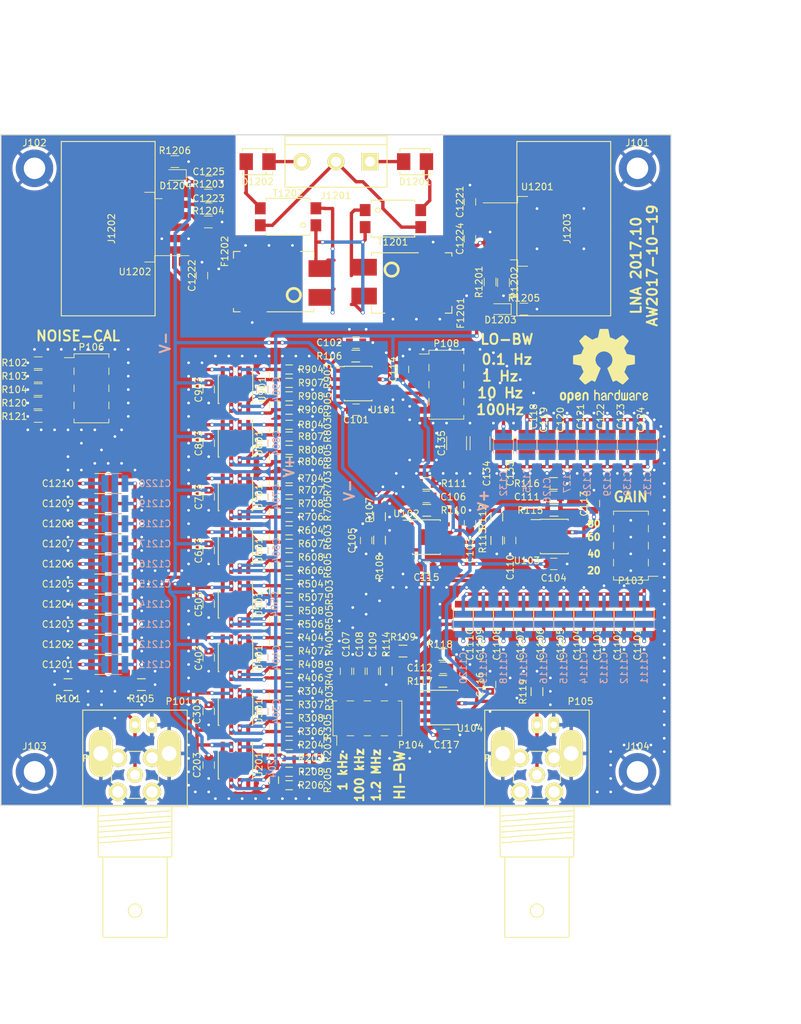
<source format=kicad_pcb>
(kicad_pcb (version 20241229) (generator "pcbnew") (generator_version "9.0")
  (title_block (title "ADA4898-LNA") (company "anders.e.e.wallin \"at\" gmail.com") (comment 1 "Inspired by Hoffmann's \"lono\" design") (comment 2 " http://www.hoffmann-hochfrequenz.de/downloads/lono.pdf"))
  (layers (0 "F.Cu" signal) (2 "B.Cu" signal) (13 "F.Paste" user) (15 "B.Paste" user) (5 "F.SilkS" user "F.Silkscreen") (7 "B.SilkS" user "B.Silkscreen") (1 "F.Mask" user) (3 "B.Mask" user) (25 "Edge.Cuts" user))
  (net 0 "")
  (net 1 "/Sheet5898BA29/IN")
  (net 2 "Net-(C102-Pad1)")
  (net 3 "/Sheet5898BA29/OUT")
  (net 4 "GND")
  (net 5 "/GAIN_40")
  (net 6 "Net-(C106-Pad1)")
  (net 7 "Net-(C106-Pad2)")
  (net 8 "Net-(C107-Pad1)")
  (net 9 "Net-(C107-Pad2)")
  (net 10 "Net-(C108-Pad2)")
  (net 11 "Net-(C109-Pad2)")
  (net 12 "/GAIN_60")
  (net 13 "Net-(C111-Pad1)")
  (net 14 "/GAIN_80")
  (net 15 "Net-(C112-Pad1)")
  (net 16 "Net-(C112-Pad2)")
  (net 17 "-VREG")
  (net 18 "+VREG")
  (net 19 "/GAIN_20")
  (net 20 "Net-(P104-Pad7)")
  (net 21 "Net-(P104-Pad8)")
  (net 22 "Net-(P105-Pad1)")
  (net 23 "Net-(R203-Pad2)")
  (net 24 "/Sheet5898BA29/OUT_B")
  (net 25 "Net-(R205-Pad2)")
  (net 26 "/Sheet58999319/OUT_A")
  (net 27 "Net-(R303-Pad2)")
  (net 28 "/Sheet58999319/OUT_B")
  (net 29 "Net-(R305-Pad2)")
  (net 30 "/Sheet5899CDEE/OUT_A")
  (net 31 "Net-(R403-Pad2)")
  (net 32 "/Sheet5899CDEE/OUT_B")
  (net 33 "Net-(R405-Pad2)")
  (net 34 "/Sheet5899CE5F/OUT_A")
  (net 35 "Net-(R503-Pad2)")
  (net 36 "/Sheet5899CE5F/OUT_B")
  (net 37 "Net-(R505-Pad2)")
  (net 38 "/Sheet5899CFE3/OUT_A")
  (net 39 "Net-(R603-Pad2)")
  (net 40 "/Sheet5899CFE3/OUT_B")
  (net 41 "Net-(R605-Pad2)")
  (net 42 "/Sheet5899D054/OUT_A")
  (net 43 "Net-(R703-Pad2)")
  (net 44 "/Sheet5899D054/OUT_B")
  (net 45 "Net-(R705-Pad2)")
  (net 46 "/Sheet5899D2B4/OUT_A")
  (net 47 "Net-(R803-Pad2)")
  (net 48 "/Sheet5899D2B4/OUT_B")
  (net 49 "Net-(R805-Pad2)")
  (net 50 "/Sheet5899D325/OUT_A")
  (net 51 "Net-(R903-Pad2)")
  (net 52 "/Sheet5899D325/OUT_B")
  (net 53 "Net-(R905-Pad2)")
  (net 54 "/Sheet59077976/OUT")
  (net 55 "/Sheet59077976/IN")
  (net 56 "/Sheet5907A27E/IN")
  (net 57 "Net-(P106-Pad1)")
  (net 58 "Net-(P106-Pad3)")
  (net 59 "Net-(P106-Pad5)")
  (net 60 "Net-(P106-Pad7)")
  (net 61 "Net-(U101-Pad8)")
  (net 62 "Net-(U102-Pad8)")
  (net 63 "Net-(U103-Pad8)")
  (net 64 "Net-(U104-Pad8)")
  (net 65 "Net-(C1221-Pad1)")
  (net 66 "Net-(C1222-Pad1)")
  (net 67 "Net-(C1223-Pad2)")
  (net 68 "/Sheet59861D54/+V_in")
  (net 69 "Net-(D1201-Pad1)")
  (net 70 "Net-(D1202-Pad2)")
  (net 71 "/Sheet59861D54/-V_in")
  (net 72 "Net-(D1203-Pad1)")
  (net 73 "Net-(D1204-Pad2)")
  (net 74 "Net-(F1201-PadB)")
  (net 75 "Net-(F1201-PadPSG)")
  (net 76 "Net-(F1202-PadB)")
  (net 77 "/Sheet59861D54/GND_in")
  (net 78 "Net-(R1201-Pad2)")
  (net 79 "Net-(C118-Pad1)")
  (net 80 "Net-(C118-Pad2)")
  (net 81 "Net-(C132-Pad2)")
  (net 82 "Net-(C134-Pad2)")
  (net 83 "Net-(C135-Pad2)")
  (footprint "Capacitors_SMD:C_0805" (layer "F.Cu") (at 148 66 180)
    (property "Reference" "C102")
    (property "Value" "C")
  )
  (footprint "Capacitors_SMD:C_0805" (layer "F.Cu") (at 165 93 90)
    (property "Reference" "C103")
    (property "Value" "C")
  )
  (footprint "Capacitors_SMD:C_0805" (layer "F.Cu") (at 177.5 99 180)
    (property "Reference" "C104")
    (property "Value" "C")
  )
  (footprint "Capacitors_SMD:C_0805" (layer "F.Cu") (at 149.5 95.5 90)
    (property "Reference" "C105")
    (property "Value" "C")
  )
  (footprint "Capacitors_SMD:C_0805" (layer "F.Cu") (at 158.5 89)
    (property "Reference" "C106")
    (property "Value" "C")
  )
  (footprint "Capacitors_SMD:C_0805" (layer "F.Cu") (at 146.5 115 -90)
    (property "Reference" "C107")
    (property "Value" "150n")
  )
  (footprint "Capacitors_SMD:C_0805" (layer "F.Cu") (at 148.5 115 -90)
    (property "Reference" "C108")
    (property "Value" "1n5")
  )
  (footprint "Capacitors_SMD:C_0805" (layer "F.Cu") (at 150.5 115 -90)
    (property "Reference" "C109")
    (property "Value" "120p")
  )
  (footprint "Capacitors_SMD:C_0805" (layer "F.Cu") (at 171 95.5 90)
    (property "Reference" "C110")
    (property "Value" "C")
  )
  (footprint "Capacitors_SMD:C_0805" (layer "F.Cu") (at 177.5 89)
    (property "Reference" "C111")
    (property "Value" "C")
  )
  (footprint "Capacitors_SMD:C_0805" (layer "F.Cu") (at 161 114.5)
    (property "Reference" "C112")
    (property "Value" "C")
  )
  (footprint "Capacitors_SMD:C_0805" (layer "F.Cu") (at 126 129 -90)
    (property "Reference" "C203")
    (property "Value" "C")
  )
  (footprint "Capacitors_SMD:C_0805" (layer "F.Cu") (at 126 121 -90)
    (property "Reference" "C303")
    (property "Value" "C")
  )
  (footprint "Capacitors_SMD:C_0805" (layer "F.Cu") (at 126 113 -90)
    (property "Reference" "C403")
    (property "Value" "C")
  )
  (footprint "Capacitors_SMD:C_0805" (layer "F.Cu") (at 126 105 -90)
    (property "Reference" "C503")
    (property "Value" "C")
  )
  (footprint "Capacitors_SMD:C_0805" (layer "F.Cu") (at 126 97 -90)
    (property "Reference" "C603")
    (property "Value" "C")
  )
  (footprint "Capacitors_SMD:C_0805" (layer "F.Cu") (at 126 89 -90)
    (property "Reference" "C703")
    (property "Value" "C")
  )
  (footprint "Capacitors_SMD:C_0805" (layer "F.Cu") (at 126 81 -90)
    (property "Reference" "C803")
    (property "Value" "C")
  )
  (footprint "Capacitors_SMD:C_0805" (layer "F.Cu") (at 126 73 -90)
    (property "Reference" "C903")
    (property "Value" "C")
  )
  (footprint "Resistors_SMD:R_0805" (layer "F.Cu") (at 105 117 180)
    (property "Reference" "R101")
    (property "Value" "1M")
  )
  (footprint "Resistors_SMD:R_0805" (layer "F.Cu") (at 115.95 117 180)
    (property "Reference" "R105")
    (property "Value" "10k")
  )
  (footprint "Resistors_SMD:R_0805" (layer "F.Cu") (at 147.95 68 180)
    (property "Reference" "R106")
    (property "Value" "R")
  )
  (footprint "Resistors_SMD:R_0805" (layer "F.Cu") (at 151.5 91.95 90)
    (property "Reference" "R107")
    (property "Value" "1k")
  )
  (footprint "Resistors_SMD:R_0805" (layer "F.Cu") (at 151.5 95.45 90)
    (property "Reference" "R108")
    (property "Value" "10k")
  )
  (footprint "Resistors_SMD:R_0805" (layer "F.Cu") (at 155 112)
    (property "Reference" "R109")
    (property "Value" "1k")
  )
  (footprint "Resistors_SMD:R_0805" (layer "F.Cu") (at 158.55 91)
    (property "Reference" "R110")
    (property "Value" "499R")
  )
  (footprint "Resistors_SMD:R_0805" (layer "F.Cu") (at 158.55 87 180)
    (property "Reference" "R111")
    (property "Value" "49k9")
  )
  (footprint "Resistors_SMD:R_0805" (layer "F.Cu") (at 169 92 90)
    (property "Reference" "R112")
    (property "Value" "1k")
  )
  (footprint "Resistors_SMD:R_0805" (layer "F.Cu") (at 169 95.5 90)
    (property "Reference" "R113")
    (property "Value" "10k")
  )
  (footprint "Resistors_SMD:R_0805" (layer "F.Cu") (at 152.5 114.95 -90)
    (property "Reference" "R114")
    (property "Value" "R")
  )
  (footprint "Resistors_SMD:R_0805" (layer "F.Cu") (at 177.55 91)
    (property "Reference" "R115")
    (property "Value" "499R")
  )
  (footprint "Resistors_SMD:R_0805" (layer "F.Cu") (at 177.45 87 180)
    (property "Reference" "R116")
    (property "Value" "49k9")
  )
  (footprint "Resistors_SMD:R_0805" (layer "F.Cu") (at 160.95 116.5 180)
    (property "Reference" "R117")
    (property "Value" "R")
  )
  (footprint "Resistors_SMD:R_0805" (layer "F.Cu") (at 160.95 112.5)
    (property "Reference" "R118")
    (property "Value" "R")
  )
  (footprint "Resistors_SMD:R_0805" (layer "F.Cu") (at 175 118.05 90)
    (property "Reference" "R119")
    (property "Value" "49R9")
  )
  (footprint "Housings_SOIC:SOIC-8-1EP_3.9x4.9mm_Pitch1.27mm" (layer "F.Cu") (at 148.3 72.095)
    (property "Reference" "U101")
    (property "Value" "ADA4898-1")
  )
  (footprint "Housings_SOIC:SOIC-8-1EP_3.9x4.9mm_Pitch1.27mm" (layer "F.Cu") (at 158.5 95)
    (property "Reference" "U102")
    (property "Value" "ADA4898-1")
  )
  (footprint "Housings_SOIC:SOIC-8-1EP_3.9x4.9mm_Pitch1.27mm" (layer "F.Cu") (at 130 129 -90)
    (property "Reference" "U201")
    (property "Value" "ADA4898-2" (hide yes))
  )
  (footprint "Housings_SOIC:SOIC-8-1EP_3.9x4.9mm_Pitch1.27mm" (layer "F.Cu") (at 130 121 -90)
    (property "Reference" "U301")
    (property "Value" "ADA4898-2" (hide yes))
  )
  (footprint "Housings_SOIC:SOIC-8-1EP_3.9x4.9mm_Pitch1.27mm" (layer "F.Cu") (at 130 113 -90)
    (property "Reference" "U401")
    (property "Value" "ADA4898-2" (hide yes))
  )
  (footprint "Housings_SOIC:SOIC-8-1EP_3.9x4.9mm_Pitch1.27mm" (layer "F.Cu") (at 130 105 -90)
    (property "Reference" "U501")
    (property "Value" "ADA4898-2" (hide yes))
  )
  (footprint "Housings_SOIC:SOIC-8-1EP_3.9x4.9mm_Pitch1.27mm" (layer "F.Cu") (at 130 97 -90)
    (property "Reference" "U601")
    (property "Value" "ADA4898-2" (hide yes))
  )
  (footprint "Housings_SOIC:SOIC-8-1EP_3.9x4.9mm_Pitch1.27mm" (layer "F.Cu") (at 130 89 -90)
    (property "Reference" "U701")
    (property "Value" "ADA4898-2" (hide yes))
  )
  (footprint "Housings_SOIC:SOIC-8-1EP_3.9x4.9mm_Pitch1.27mm" (layer "F.Cu") (at 130 81 -90)
    (property "Reference" "U801")
    (property "Value" "ADA4898-2" (hide yes))
  )
  (footprint "Housings_SOIC:SOIC-8-1EP_3.9x4.9mm_Pitch1.27mm" (layer "F.Cu") (at 130 73 -90)
    (property "Reference" "U901")
    (property "Value" "ADA4898-2" (hide yes))
  )
  (footprint "Resistors_SMD:R_0603" (layer "F.Cu") (at 135.75 126.75 90)
    (property "Reference" "R203")
    (property "Value" "R")
  )
  (footprint "Resistors_SMD:R_0603" (layer "F.Cu") (at 138 126)
    (property "Reference" "R204")
    (property "Value" "R")
  )
  (footprint "Resistors_SMD:R_0603" (layer "F.Cu") (at 135.75 131.25 -90)
    (property "Reference" "R205")
    (property "Value" "R")
  )
  (footprint "Resistors_SMD:R_0603" (layer "F.Cu") (at 138 132)
    (property "Reference" "R206")
    (property "Value" "R")
  )
  (footprint "Resistors_SMD:R_0603" (layer "F.Cu") (at 138 128 180)
    (property "Reference" "R207")
    (property "Value" "R")
  )
  (footprint "Resistors_SMD:R_0603" (layer "F.Cu") (at 138 130 180)
    (property "Reference" "R208")
    (property "Value" "R")
  )
  (footprint "Resistors_SMD:R_0603" (layer "F.Cu") (at 135.75 118.75 90)
    (property "Reference" "R303")
    (property "Value" "R")
  )
  (footprint "Resistors_SMD:R_0603" (layer "F.Cu") (at 138 118)
    (property "Reference" "R304")
    (property "Value" "R")
  )
  (footprint "Resistors_SMD:R_0603" (layer "F.Cu") (at 135.75 123.25 -90)
    (property "Reference" "R305")
    (property "Value" "R")
  )
  (footprint "Resistors_SMD:R_0603" (layer "F.Cu") (at 138 124)
    (property "Reference" "R306")
    (property "Value" "R")
  )
  (footprint "Resistors_SMD:R_0603" (layer "F.Cu") (at 138 120 180)
    (property "Reference" "R307")
    (property "Value" "R")
  )
  (footprint "Resistors_SMD:R_0603" (layer "F.Cu") (at 138 122 180)
    (property "Reference" "R308")
    (property "Value" "R")
  )
  (footprint "Resistors_SMD:R_0603" (layer "F.Cu") (at 135.75 110.75 90)
    (property "Reference" "R403")
    (property "Value" "R")
  )
  (footprint "Resistors_SMD:R_0603" (layer "F.Cu") (at 138 110)
    (property "Reference" "R404")
    (property "Value" "R")
  )
  (footprint "Resistors_SMD:R_0603" (layer "F.Cu") (at 135.75 115.25 -90)
    (property "Reference" "R405")
    (property "Value" "R")
  )
  (footprint "Resistors_SMD:R_0603" (layer "F.Cu") (at 138 116)
    (property "Reference" "R406")
    (property "Value" "R")
  )
  (footprint "Resistors_SMD:R_0603" (layer "F.Cu") (at 138 112 180)
    (property "Reference" "R407")
    (property "Value" "R")
  )
  (footprint "Resistors_SMD:R_0603" (layer "F.Cu") (at 138 114 180)
    (property "Reference" "R408")
    (property "Value" "R")
  )
  (footprint "Resistors_SMD:R_0603" (layer "F.Cu") (at 135.75 103 90)
    (property "Reference" "R503")
    (property "Value" "R")
  )
  (footprint "Resistors_SMD:R_0603" (layer "F.Cu") (at 138 102)
    (property "Reference" "R504")
    (property "Value" "R")
  )
  (footprint "Resistors_SMD:R_0603" (layer "F.Cu") (at 135.75 107.25 -90)
    (property "Reference" "R505")
    (property "Value" "R")
  )
  (footprint "Resistors_SMD:R_0603" (layer "F.Cu") (at 138 108)
    (property "Reference" "R506")
    (property "Value" "R")
  )
  (footprint "Resistors_SMD:R_0603" (layer "F.Cu") (at 138 104 180)
    (property "Reference" "R507")
    (property "Value" "R")
  )
  (footprint "Resistors_SMD:R_0603" (layer "F.Cu") (at 138 106 180)
    (property "Reference" "R508")
    (property "Value" "R")
  )
  (footprint "Resistors_SMD:R_0603" (layer "F.Cu") (at 135.75 95 90)
    (property "Reference" "R603")
    (property "Value" "R")
  )
  (footprint "Resistors_SMD:R_0603" (layer "F.Cu") (at 138 94)
    (property "Reference" "R604")
    (property "Value" "R")
  )
  (footprint "Resistors_SMD:R_0603" (layer "F.Cu") (at 135.75 99.25 -90)
    (property "Reference" "R605")
    (property "Value" "R")
  )
  (footprint "Resistors_SMD:R_0603" (layer "F.Cu") (at 138 100)
    (property "Reference" "R606")
    (property "Value" "R")
  )
  (footprint "Resistors_SMD:R_0603" (layer "F.Cu") (at 138 96 180)
    (property "Reference" "R607")
    (property "Value" "R")
  )
  (footprint "Resistors_SMD:R_0603" (layer "F.Cu") (at 138 98 180)
    (property "Reference" "R608")
    (property "Value" "R")
  )
  (footprint "Resistors_SMD:R_0603" (layer "F.Cu") (at 135.75 87 90)
    (property "Reference" "R703")
    (property "Value" "R")
  )
  (footprint "Resistors_SMD:R_0603" (layer "F.Cu") (at 138 86.25)
    (property "Reference" "R704")
    (property "Value" "R")
  )
  (footprint "Resistors_SMD:R_0603" (layer "F.Cu") (at 135.75 91.25 -90)
    (property "Reference" "R705")
    (property "Value" "R")
  )
  (footprint "Resistors_SMD:R_0603" (layer "F.Cu") (at 138 92)
    (property "Reference" "R706")
    (property "Value" "R")
  )
  (footprint "Resistors_SMD:R_0603" (layer "F.Cu") (at 138 88 180)
    (property "Reference" "R707")
    (property "Value" "R")
  )
  (footprint "Resistors_SMD:R_0603" (layer "F.Cu") (at 138 90 180)
    (property "Reference" "R708")
    (property "Value" "R")
  )
  (footprint "Resistors_SMD:R_0603" (layer "F.Cu") (at 135.75 79 90)
    (property "Reference" "R803")
    (property "Value" "R")
  )
  (footprint "Resistors_SMD:R_0603" (layer "F.Cu") (at 138 78.25)
    (property "Reference" "R804")
    (property "Value" "R")
  )
  (footprint "Resistors_SMD:R_0603" (layer "F.Cu") (at 135.75 83 -90)
    (property "Reference" "R805")
    (property "Value" "R")
  )
  (footprint "Resistors_SMD:R_0603" (layer "F.Cu") (at 138 83.75)
    (property "Reference" "R806")
    (property "Value" "R")
  )
  (footprint "Resistors_SMD:R_0603" (layer "F.Cu") (at 138 80 180)
    (property "Reference" "R807")
    (property "Value" "R")
  )
  (footprint "Resistors_SMD:R_0603" (layer "F.Cu") (at 138 82 180)
    (property "Reference" "R808")
    (property "Value" "R")
  )
  (footprint "Resistors_SMD:R_0603" (layer "F.Cu") (at 135.75 70.75 90)
    (property "Reference" "R903")
    (property "Value" "R")
  )
  (footprint "Resistors_SMD:R_0603" (layer "F.Cu") (at 138 70)
    (property "Reference" "R904")
    (property "Value" "R")
  )
  (footprint "Resistors_SMD:R_0603" (layer "F.Cu") (at 135.75 75.25 -90)
    (property "Reference" "R905")
    (property "Value" "R")
  )
  (footprint "Resistors_SMD:R_0603" (layer "F.Cu") (at 138 76)
    (property "Reference" "R906")
    (property "Value" "R")
  )
  (footprint "Resistors_SMD:R_0603" (layer "F.Cu") (at 138 72 180)
    (property "Reference" "R907")
    (property "Value" "R")
  )
  (footprint "Resistors_SMD:R_0603" (layer "F.Cu") (at 138 74 180)
    (property "Reference" "R908")
    (property "Value" "R")
  )
  (footprint "Capacitors_SMD:C_0805" (layer "F.Cu") (at 148 76 180)
    (property "Reference" "C101")
    (property "Value" "C")
  )
  (footprint "Capacitors_SMD:C_0805" (layer "F.Cu") (at 183.5 90 90)
    (property "Reference" "C113")
    (property "Value" "C")
  )
  (footprint "Capacitors_SMD:C_1210" (layer "F.Cu") (at 191 106.5 90)
    (property "Reference" "C1101")
    (property "Value" "C")
  )
  (footprint "Capacitors_SMD:C_1210" (layer "F.Cu") (at 188 106.5 90)
    (property "Reference" "C1102")
    (property "Value" "C")
  )
  (footprint "Capacitors_SMD:C_1210" (layer "F.Cu") (at 179 106.5 90)
    (property "Reference" "C1105")
    (property "Value" "C")
  )
  (footprint "Capacitors_SMD:C_1210" (layer "F.Cu") (at 176 106.5 90)
    (property "Reference" "C1106")
    (property "Value" "C")
  )
  (footprint "Capacitors_SMD:C_1210" (layer "F.Cu") (at 173 106.5 90)
    (property "Reference" "C1107")
    (property "Value" "C")
  )
  (footprint "Capacitors_SMD:C_1210" (layer "F.Cu") (at 170 106.5 90)
    (property "Reference" "C1108")
    (property "Value" "C")
  )
  (footprint "Capacitors_SMD:C_1210" (layer "F.Cu") (at 167 106.5 90)
    (property "Reference" "C1109")
    (property "Value" "C")
  )
  (footprint "Capacitors_SMD:C_1210" (layer "F.Cu") (at 164 106.5 90)
    (property "Reference" "C1110")
    (property "Value" "C")
  )
  (footprint "Capacitors_SMD:C_1210" (layer "F.Cu") (at 110 114 180)
    (property "Reference" "C1201")
    (property "Value" "C")
  )
  (footprint "Capacitors_SMD:C_1210" (layer "F.Cu") (at 110 111 180)
    (property "Reference" "C1202")
    (property "Value" "C")
  )
  (footprint "Capacitors_SMD:C_1210" (layer "F.Cu") (at 110 108 180)
    (property "Reference" "C1203")
    (property "Value" "C")
  )
  (footprint "Capacitors_SMD:C_1210" (layer "F.Cu") (at 110 105 180)
    (property "Reference" "C1204")
    (property "Value" "C")
  )
  (footprint "Capacitors_SMD:C_1210" (layer "F.Cu") (at 110 102 180)
    (property "Reference" "C1205")
    (property "Value" "C")
  )
  (footprint "Capacitors_SMD:C_1210" (layer "F.Cu") (at 110 99 180)
    (property "Reference" "C1206")
    (property "Value" "C")
  )
  (footprint "Capacitors_SMD:C_1210" (layer "F.Cu") (at 110 96 180)
    (property "Reference" "C1207")
    (property "Value" "C")
  )
  (footprint "Capacitors_SMD:C_1210" (layer "F.Cu") (at 110 93 180)
    (property "Reference" "C1208")
    (property "Value" "C")
  )
  (footprint "Capacitors_SMD:C_1210" (layer "F.Cu") (at 110 90 180)
    (property "Reference" "C1209")
    (property "Value" "C")
  )
  (footprint "Capacitors_SMD:C_1210" (layer "F.Cu") (at 110 87 180)
    (property "Reference" "C1210")
    (property "Value" "C")
  )
  (footprint "awallinKiCadFootprints:CONNECTOR_SMA_Straight" (layer "F.Cu") (at 115 130.46)
    (property "Reference" "P102")
    (property "Value" "SMA")
  )
  (footprint "awallinKiCadFootprints:CONNECTOR_SMA_Straight" (layer "F.Cu") (at 175 130.46)
    (property "Reference" "P107")
    (property "Value" "SMA")
  )
  (footprint "Resistors_SMD:R_0805" (layer "F.Cu") (at 100.55 69)
    (property "Reference" "R102")
    (property "Value" "120R")
  )
  (footprint "Resistors_SMD:R_0805" (layer "F.Cu") (at 100.55 71)
    (property "Reference" "R103")
    (property "Value" "120R")
  )
  (footprint "Resistors_SMD:R_0805" (layer "F.Cu") (at 100.55 73)
    (property "Reference" "R104")
    (property "Value" "600R")
  )
  (footprint "Resistors_SMD:R_0805" (layer "F.Cu") (at 100.5 75)
    (property "Reference" "R120")
    (property "Value" "R")
  )
  (footprint "Resistors_SMD:R_0805" (layer "F.Cu") (at 100.55 77)
    (property "Reference" "R121")
    (property "Value" "0R")
  )
  (footprint "Capacitors_SMD:C_1210" (layer "F.Cu") (at 185 106.5 90)
    (property "Reference" "C1103")
    (property "Value" "C")
  )
  (footprint "Capacitors_SMD:C_1210" (layer "F.Cu") (at 182 106.5 90)
    (property "Reference" "C1104")
    (property "Value" "C")
  )
  (footprint "Pin_Headers:Pin_Header_Straight_2x04_Pitch2.54mm_SMD" (layer "F.Cu") (at 189.025 96.27 180)
    (property "Reference" "P103")
    (property "Value" "CONN_02X04")
  )
  (footprint "Pin_Headers:Pin_Header_Straight_2x04_Pitch2.54mm_SMD" (layer "F.Cu") (at 149.69 122.025 90)
    (property "Reference" "P104")
    (property "Value" "HI-BW_SELECT")
  )
  (footprint "Pin_Headers:Pin_Header_Straight_2x04_Pitch2.54mm_SMD" (layer "F.Cu") (at 108.5 72.81)
    (property "Reference" "P106")
    (property "Value" "CONN_02X04")
  )
  (footprint "Capacitors_SMD:C_0805" (layer "F.Cu") (at 155 70 90)
    (property "Reference" "C114")
    (property "Value" "C")
  )
  (footprint "Capacitors_SMD:C_0805" (layer "F.Cu") (at 158.5 99.5 180)
    (property "Reference" "C115")
    (property "Value" "C")
  )
  (footprint "Capacitors_SMD:C_0805" (layer "F.Cu") (at 168 117 90)
    (property "Reference" "C116")
    (property "Value" "C")
  )
  (footprint "Capacitors_SMD:C_0805" (layer "F.Cu") (at 161.5 124.5 180)
    (property "Reference" "C117")
    (property "Value" "C")
  )
  (footprint "Housings_SOIC:SOIC-8-1EP_3.9x4.9mm_Pitch1.27mm" (layer "F.Cu") (at 177.5875 94.9125)
    (property "Reference" "U103")
    (property "Value" "ADA4898-1")
  )
  (footprint "Housings_SOIC:SOIC-8-1EP_3.9x4.9mm_Pitch1.27mm" (layer "F.Cu") (at 161.0875 120.4125)
    (property "Reference" "U104")
    (property "Value" "ADA4898-1")
  )
  (footprint "Mounting_Holes:MountingHole_3.2mm_M3_DIN965_Pad" (layer "F.Cu") (at 190 40)
    (property "Reference" "J101")
    (property "Value" "CONN_01X01")
  )
  (footprint "Mounting_Holes:MountingHole_3.2mm_M3_DIN965_Pad" (layer "F.Cu") (at 100 40)
    (property "Reference" "J102")
    (property "Value" "CONN_01X01")
  )
  (footprint "Mounting_Holes:MountingHole_3.2mm_M3_DIN965_Pad" (layer "F.Cu") (at 190 130)
    (property "Reference" "J104")
    (property "Value" "CONN_01X01")
  )
  (footprint "Capacitors_SMD:C_0805" (layer "F.Cu") (at 165 45 90)
    (property "Reference" "C1221")
    (property "Value" "C")
  )
  (footprint "Capacitors_SMD:C_0805" (layer "F.Cu") (at 125 56 90)
    (property "Reference" "C1222")
    (property "Value" "C")
  )
  (footprint "Capacitors_SMD:C_0805" (layer "F.Cu") (at 126 46)
    (property "Reference" "C1223")
    (property "Value" "C")
  )
  (footprint "Capacitors_SMD:C_0805" (layer "F.Cu") (at 165 50.5 90)
    (property "Reference" "C1224")
    (property "Value" "C")
  )
  (footprint "Capacitors_SMD:C_0805" (layer "F.Cu") (at 126 42)
    (property "Reference" "C1225")
    (property "Value" "C")
  )
  (footprint "awallinKiCadFootprints:DIODE_DO-214BA" (layer "F.Cu") (at 156.8 39 180)
    (property "Reference" "D1201")
    (property "Value" "D")
  )
  (footprint "awallinKiCadFootprints:DIODE_DO-214BA" (layer "F.Cu") (at 133.3 39 180)
    (property "Reference" "D1202")
    (property "Value" "D")
  )
  (footprint "Diodes_SMD:D_0805" (layer "F.Cu") (at 169.55 61 180)
    (property "Reference" "D1203")
    (property "Value" "LED")
  )
  (footprint "Diodes_SMD:D_0805" (layer "F.Cu") (at 121.05 41 180)
    (property "Reference" "D1204")
    (property "Value" "LED")
  )
  (footprint "awallinKiCadFootprints:FILTER_BNX025" (layer "F.Cu") (at 147.3 63.1)
    (property "Reference" "F1201")
    (property "Value" "BNX025_FILTER" (hide yes))
  )
  (footprint "awallinKiCadFootprints:FILTER_BNX025" (layer "F.Cu") (at 144.7 50.9 180)
    (property "Reference" "F1202")
    (property "Value" "BNX025_FILTER" (hide yes))
  )
  (footprint "awallinKiCadFootprints:CONNECTOR_01x03_200mil" (layer "F.Cu") (at 145 39 180)
    (property "Reference" "J1201")
    (property "Value" "CONN_01X03")
  )
  (footprint "awallinKiCadFootprints:Heatsink_Fisher_TO263" (layer "F.Cu") (at 111 49 90)
    (property "Reference" "J1202")
    (property "Value" "HEATSINK")
  )
  (footprint "awallinKiCadFootprints:Heatsink_Fisher_TO263" (layer "F.Cu") (at 179 49 90)
    (property "Reference" "J1203")
    (property "Value" "HEATSINK")
  )
  (footprint "Resistors_SMD:R_0805" (layer "F.Cu") (at 168 56.95 90)
    (property "Reference" "R1201")
    (property "Value" "R")
  )
  (footprint "Resistors_SMD:R_0805" (layer "F.Cu") (at 170 57.05 -90)
    (property "Reference" "R1202")
    (property "Value" "R")
  )
  (footprint "Resistors_SMD:R_0805" (layer "F.Cu") (at 125.95 44)
    (property "Reference" "R1203")
    (property "Value" "R")
  )
  (footprint "Resistors_SMD:R_0805" (layer "F.Cu") (at 125.95 48)
    (property "Reference" "R1204")
    (property "Value" "R")
  )
  (footprint "Resistors_SMD:R_0805" (layer "F.Cu") (at 173.05 61)
    (property "Reference" "R1205")
    (property "Value" "R")
  )
  (footprint "Resistors_SMD:R_0805" (layer "F.Cu") (at 120.95 39)
    (property "Reference" "R1206")
    (property "Value" "R")
  )
  (footprint "awallinKiCadFootprints:CM-CHOKE" (layer "F.Cu") (at 153.5 47.5 90)
    (property "Reference" "T1201")
    (property "Value" "CM-CHOKE")
  )
  (footprint "awallinKiCadFootprints:CM-CHOKE" (layer "F.Cu") (at 137.85 47.23 -90)
    (property "Reference" "T1202")
    (property "Value" "CM-CHOKE")
  )
  (footprint "TO_SOT_Packages_SMD:TO-263-5_TabPin3" (layer "F.Cu") (at 175.05 49.4)
    (property "Reference" "U1201")
    (property "Value" "LT1963A")
  )
  (footprint "TO_SOT_Packages_SMD:TO-263-5_TabPin3" (layer "F.Cu") (at 115 48.775 180)
    (property "Reference" "U1202")
    (property "Value" "LT3015")
  )
  (footprint "Capacitors_SMD:C_1210" (layer "F.Cu") (at 173.5 81 90)
    (property "Reference" "C118")
    (property "Value" "C")
  )
  (footprint "Capacitors_SMD:C_1210" (layer "F.Cu") (at 176.5 81 90)
    (property "Reference" "C119")
    (property "Value" "C")
  )
  (footprint "Capacitors_SMD:C_1210" (layer "F.Cu") (at 179.5 81 90)
    (property "Reference" "C120")
    (property "Value" "C")
  )
  (footprint "Capacitors_SMD:C_1210" (layer "F.Cu") (at 182.5 81 90)
    (property "Reference" "C121")
    (property "Value" "C")
  )
  (footprint "Capacitors_SMD:C_1210" (layer "F.Cu") (at 185.5 81 90)
    (property "Reference" "C122")
    (property "Value" "C")
  )
  (footprint "Capacitors_SMD:C_1210" (layer "F.Cu") (at 188.5 81 90)
    (property "Reference" "C123")
    (property "Value" "C")
  )
  (footprint "Capacitors_SMD:C_1210" (layer "F.Cu") (at 191.5 81 90)
    (property "Reference" "C124")
    (property "Value" "C")
  )
  (footprint "Capacitors_SMD:C_1210" (layer "F.Cu") (at 170 81 90)
    (property "Reference" "C133")
    (property "Value" "6u8")
  )
  (footprint "Capacitors_SMD:C_1210" (layer "F.Cu") (at 166.5 81 90)
    (property "Reference" "C134")
    (property "Value" "1u5")
  )
  (footprint "Capacitors_SMD:C_1210" (layer "F.Cu") (at 163 81 90)
    (property "Reference" "C135")
    (property "Value" "150n")
  )
  (footprint "Pin_Headers:Pin_Header_Straight_2x04_Pitch2.54mm_SMD" (layer "F.Cu") (at 161.475 72.27)
    (property "Reference" "P108")
    (property "Value" "LO-BW_SELECT")
  )
  (footprint "awallinKiCadFootprints:VIA_0.4mmDrill_0.7mmPad" (layer "F.Cu") (at 126 131)
    (property "Reference" "VIA" (hide yes))
    (property "Value" "VIA_0.4mmDrill_0.7mmPad" (hide yes))
  )
  (footprint "awallinKiCadFootprints:VIA_0.4mmDrill_0.7mmPad" (layer "F.Cu") (at 139.5 132)
    (property "Reference" "VIA" (hide yes))
    (property "Value" "VIA_0.4mmDrill_0.7mmPad" (hide yes))
  )
  (footprint "awallinKiCadFootprints:VIA_0.4mmDrill_0.7mmPad" (layer "F.Cu") (at 139.5 126)
    (property "Reference" "VIA" (hide yes))
    (property "Value" "VIA_0.4mmDrill_0.7mmPad" (hide yes))
  )
  (footprint "awallinKiCadFootprints:VIA_0.4mmDrill_0.7mmPad" (layer "F.Cu") (at 135 128.5)
    (property "Reference" "VIA" (hide yes))
    (property "Value" "VIA_0.4mmDrill_0.7mmPad" (hide yes))
  )
  (footprint "awallinKiCadFootprints:VIA_0.4mmDrill_0.7mmPad" (layer "F.Cu") (at 126 123)
    (property "Reference" "VIA" (hide yes))
    (property "Value" "VIA_0.4mmDrill_0.7mmPad" (hide yes))
  )
  (footprint "awallinKiCadFootprints:VIA_0.4mmDrill_0.7mmPad" (layer "F.Cu") (at 126 115)
    (property "Reference" "VIA" (hide yes))
    (property "Value" "VIA_0.4mmDrill_0.7mmPad" (hide yes))
  )
  (footprint "awallinKiCadFootprints:VIA_0.4mmDrill_0.7mmPad" (layer "F.Cu") (at 126 107)
    (property "Reference" "VIA" (hide yes))
    (property "Value" "VIA_0.4mmDrill_0.7mmPad" (hide yes))
  )
  (footprint "awallinKiCadFootprints:VIA_0.4mmDrill_0.7mmPad" (layer "F.Cu") (at 126 99)
    (property "Reference" "VIA" (hide yes))
    (property "Value" "VIA_0.4mmDrill_0.7mmPad" (hide yes))
  )
  (footprint "awallinKiCadFootprints:VIA_0.4mmDrill_0.7mmPad" (layer "F.Cu") (at 126 91)
    (property "Reference" "VIA" (hide yes))
    (property "Value" "VIA_0.4mmDrill_0.7mmPad" (hide yes))
  )
  (footprint "awallinKiCadFootprints:VIA_0.4mmDrill_0.7mmPad" (layer "F.Cu") (at 126 83)
    (property "Reference" "VIA" (hide yes))
    (property "Value" "VIA_0.4mmDrill_0.7mmPad" (hide yes))
  )
  (footprint "awallinKiCadFootprints:VIA_0.4mmDrill_0.7mmPad" (layer "F.Cu") (at 126 75)
    (property "Reference" "VIA" (hide yes))
    (property "Value" "VIA_0.4mmDrill_0.7mmPad" (hide yes))
  )
  (footprint "awallinKiCadFootprints:VIA_0.4mmDrill_0.7mmPad" (layer "F.Cu") (at 139.5 70)
    (property "Reference" "VIA" (hide yes))
    (property "Value" "VIA_0.4mmDrill_0.7mmPad" (hide yes))
  )
  (footprint "awallinKiCadFootprints:VIA_0.4mmDrill_0.7mmPad" (layer "F.Cu") (at 139.5 83.75)
    (property "Reference" "VIA" (hide yes))
    (property "Value" "VIA_0.4mmDrill_0.7mmPad" (hide yes))
  )
  (footprint "awallinKiCadFootprints:VIA_0.4mmDrill_0.7mmPad" (layer "F.Cu") (at 139.5 92)
    (property "Reference" "VIA" (hide yes))
    (property "Value" "VIA_0.4mmDrill_0.7mmPad" (hide yes))
  )
  (footprint "awallinKiCadFootprints:VIA_0.4mmDrill_0.7mmPad" (layer "F.Cu") (at 139.5 108)
    (property "Reference" "VIA" (hide yes))
    (property "Value" "VIA_0.4mmDrill_0.7mmPad" (hide yes))
  )
  (footprint "awallinKiCadFootprints:VIA_0.4mmDrill_0.7mmPad" (layer "F.Cu") (at 139.5 116)
    (property "Reference" "VIA" (hide yes))
    (property "Value" "VIA_0.4mmDrill_0.7mmPad" (hide yes))
  )
  (footprint "awallinKiCadFootprints:VIA_0.4mmDrill_0.7mmPad" (layer "F.Cu") (at 139.5 124)
    (property "Reference" "VIA" (hide yes))
    (property "Value" "VIA_0.4mmDrill_0.7mmPad" (hide yes))
  )
  (footprint "awallinKiCadFootprints:VIA_0.4mmDrill_0.7mmPad" (layer "F.Cu") (at 139.5 118)
    (property "Reference" "VIA" (hide yes))
    (property "Value" "VIA_0.4mmDrill_0.7mmPad" (hide yes))
  )
  (footprint "awallinKiCadFootprints:VIA_0.4mmDrill_0.7mmPad" (layer "F.Cu") (at 139.5 94)
    (property "Reference" "VIA" (hide yes))
    (property "Value" "VIA_0.4mmDrill_0.7mmPad" (hide yes))
  )
  (footprint "awallinKiCadFootprints:VIA_0.4mmDrill_0.7mmPad" (layer "F.Cu") (at 139.5 100)
    (property "Reference" "VIA" (hide yes))
    (property "Value" "VIA_0.4mmDrill_0.7mmPad" (hide yes))
  )
  (footprint "awallinKiCadFootprints:VIA_0.4mmDrill_0.7mmPad" (layer "F.Cu") (at 139.5 102)
    (property "Reference" "VIA" (hide yes))
    (property "Value" "VIA_0.4mmDrill_0.7mmPad" (hide yes))
  )
  (footprint "awallinKiCadFootprints:VIA_0.4mmDrill_0.7mmPad" (layer "F.Cu") (at 139.5 110)
    (property "Reference" "VIA" (hide yes))
    (property "Value" "VIA_0.4mmDrill_0.7mmPad" (hide yes))
  )
  (footprint "awallinKiCadFootprints:VIA_0.4mmDrill_0.7mmPad" (layer "F.Cu") (at 139.5 78.25)
    (property "Reference" "VIA" (hide yes))
    (property "Value" "VIA_0.4mmDrill_0.7mmPad" (hide yes))
  )
  (footprint "awallinKiCadFootprints:VIA_0.4mmDrill_0.7mmPad" (layer "F.Cu") (at 139.5 76)
    (property "Reference" "VIA" (hide yes))
    (property "Value" "VIA_0.4mmDrill_0.7mmPad" (hide yes))
  )
  (footprint "awallinKiCadFootprints:VIA_0.4mmDrill_0.7mmPad" (layer "F.Cu") (at 139.5 86.25)
    (property "Reference" "VIA" (hide yes))
    (property "Value" "VIA_0.4mmDrill_0.7mmPad" (hide yes))
  )
  (footprint "awallinKiCadFootprints:VIA_0.4mmDrill_0.7mmPad" (layer "F.Cu") (at 118 117)
    (property "Reference" "VIA" (hide yes))
    (property "Value" "VIA_0.4mmDrill_0.7mmPad" (hide yes))
  )
  (footprint "awallinKiCadFootprints:VIA_0.4mmDrill_0.7mmPad" (layer "F.Cu") (at 123 102)
    (property "Reference" "VIA" (hide yes))
    (property "Value" "VIA_0.4mmDrill_0.7mmPad" (hide yes))
  )
  (footprint "awallinKiCadFootprints:VIA_0.4mmDrill_0.7mmPad" (layer "F.Cu") (at 121 102)
    (property "Reference" "VIA" (hide yes))
    (property "Value" "VIA_0.4mmDrill_0.7mmPad" (hide yes))
  )
  (footprint "awallinKiCadFootprints:VIA_0.4mmDrill_0.7mmPad" (layer "F.Cu") (at 119 102)
    (property "Reference" "VIA" (hide yes))
    (property "Value" "VIA_0.4mmDrill_0.7mmPad" (hide yes))
  )
  (footprint "awallinKiCadFootprints:VIA_0.4mmDrill_0.7mmPad" (layer "F.Cu") (at 117 102)
    (property "Reference" "VIA" (hide yes))
    (property "Value" "VIA_0.4mmDrill_0.7mmPad" (hide yes))
  )
  (footprint "awallinKiCadFootprints:VIA_0.4mmDrill_0.7mmPad" (layer "F.Cu") (at 116 100)
    (property "Reference" "VIA" (hide yes))
    (property "Value" "VIA_0.4mmDrill_0.7mmPad" (hide yes))
  )
  (footprint "awallinKiCadFootprints:VIA_0.4mmDrill_0.7mmPad" (layer "F.Cu") (at 118 100)
    (property "Reference" "VIA" (hide yes))
    (property "Value" "VIA_0.4mmDrill_0.7mmPad" (hide yes))
  )
  (footprint "awallinKiCadFootprints:VIA_0.4mmDrill_0.7mmPad" (layer "F.Cu") (at 120 100)
    (property "Reference" "VIA" (hide yes))
    (property "Value" "VIA_0.4mmDrill_0.7mmPad" (hide yes))
  )
  (footprint "awallinKiCadFootprints:VIA_0.4mmDrill_0.7mmPad" (layer "F.Cu") (at 122 100)
    (property "Reference" "VIA" (hide yes))
    (property "Value" "VIA_0.4mmDrill_0.7mmPad" (hide yes))
  )
  (footprint "awallinKiCadFootprints:VIA_0.4mmDrill_0.7mmPad" (layer "F.Cu") (at 112 122)
    (property "Reference" "VIA" (hide yes))
    (property "Value" "VIA_0.4mmDrill_0.7mmPad" (hide yes))
  )
  (footprint "awallinKiCadFootprints:VIA_0.4mmDrill_0.7mmPad" (layer "F.Cu") (at 110 120)
    (property "Reference" "VIA" (hide yes))
    (property "Value" "VIA_0.4mmDrill_0.7mmPad" (hide yes))
  )
  (footprint "awallinKiCadFootprints:VIA_0.4mmDrill_0.7mmPad" (layer "F.Cu") (at 108 120)
    (property "Reference" "VIA" (hide yes))
    (property "Value" "VIA_0.4mmDrill_0.7mmPad" (hide yes))
  )
  (footprint "awallinKiCadFootprints:VIA_0.4mmDrill_0.7mmPad" (layer "F.Cu") (at 106 119)
    (property "Reference" "VIA" (hide yes))
    (property "Value" "VIA_0.4mmDrill_0.7mmPad" (hide yes))
  )
  (footprint "awallinKiCadFootprints:VIA_0.4mmDrill_0.7mmPad" (layer "F.Cu") (at 104 119)
    (property "Reference" "VIA" (hide yes))
    (property "Value" "VIA_0.4mmDrill_0.7mmPad" (hide yes))
  )
  (footprint "awallinKiCadFootprints:VIA_0.4mmDrill_0.7mmPad" (layer "F.Cu") (at 103 117)
    (property "Reference" "VIA" (hide yes))
    (property "Value" "VIA_0.4mmDrill_0.7mmPad" (hide yes))
  )
  (footprint "awallinKiCadFootprints:VIA_0.4mmDrill_0.7mmPad" (layer "F.Cu") (at 103 115)
    (property "Reference" "VIA" (hide yes))
    (property "Value" "VIA_0.4mmDrill_0.7mmPad" (hide yes))
  )
  (footprint "awallinKiCadFootprints:VIA_0.4mmDrill_0.7mmPad" (layer "F.Cu") (at 105 115)
    (property "Reference" "VIA" (hide yes))
    (property "Value" "VIA_0.4mmDrill_0.7mmPad" (hide yes))
  )
  (footprint "awallinKiCadFootprints:VIA_0.4mmDrill_0.7mmPad" (layer "F.Cu") (at 105 113)
    (property "Reference" "VIA" (hide yes))
    (property "Value" "VIA_0.4mmDrill_0.7mmPad" (hide yes))
  )
  (footprint "awallinKiCadFootprints:VIA_0.4mmDrill_0.7mmPad" (layer "F.Cu") (at 105 111)
    (property "Reference" "VIA" (hide yes))
    (property "Value" "VIA_0.4mmDrill_0.7mmPad" (hide yes))
  )
  (footprint "awallinKiCadFootprints:VIA_0.4mmDrill_0.7mmPad" (layer "F.Cu") (at 105 109)
    (property "Reference" "VIA" (hide yes))
    (property "Value" "VIA_0.4mmDrill_0.7mmPad" (hide yes))
  )
  (footprint "awallinKiCadFootprints:VIA_0.4mmDrill_0.7mmPad" (layer "F.Cu") (at 105 107)
    (property "Reference" "VIA" (hide yes))
    (property "Value" "VIA_0.4mmDrill_0.7mmPad" (hide yes))
  )
  (footprint "awallinKiCadFootprints:VIA_0.4mmDrill_0.7mmPad" (layer "F.Cu") (at 105 105)
    (property "Reference" "VIA" (hide yes))
    (property "Value" "VIA_0.4mmDrill_0.7mmPad" (hide yes))
  )
  (footprint "awallinKiCadFootprints:VIA_0.4mmDrill_0.7mmPad" (layer "F.Cu") (at 105 103)
    (property "Reference" "VIA" (hide yes))
    (property "Value" "VIA_0.4mmDrill_0.7mmPad" (hide yes))
  )
  (footprint "awallinKiCadFootprints:VIA_0.4mmDrill_0.7mmPad" (layer "F.Cu") (at 105 101)
    (property "Reference" "VIA" (hide yes))
    (property "Value" "VIA_0.4mmDrill_0.7mmPad" (hide yes))
  )
  (footprint "awallinKiCadFootprints:VIA_0.4mmDrill_0.7mmPad" (layer "F.Cu") (at 105 99)
    (property "Reference" "VIA" (hide yes))
    (property "Value" "VIA_0.4mmDrill_0.7mmPad" (hide yes))
  )
  (footprint "awallinKiCadFootprints:VIA_0.4mmDrill_0.7mmPad" (layer "F.Cu") (at 105 97)
    (property "Reference" "VIA" (hide yes))
    (property "Value" "VIA_0.4mmDrill_0.7mmPad" (hide yes))
  )
  (footprint "awallinKiCadFootprints:VIA_0.4mmDrill_0.7mmPad" (layer "F.Cu") (at 105 95)
    (property "Reference" "VIA" (hide yes))
    (property "Value" "VIA_0.4mmDrill_0.7mmPad" (hide yes))
  )
  (footprint "awallinKiCadFootprints:VIA_0.4mmDrill_0.7mmPad" (layer "F.Cu") (at 105 93)
    (property "Reference" "VIA" (hide yes))
    (property "Value" "VIA_0.4mmDrill_0.7mmPad" (hide yes))
  )
  (footprint "awallinKiCadFootprints:VIA_0.4mmDrill_0.7mmPad" (layer "F.Cu") (at 105 91)
    (property "Reference" "VIA" (hide yes))
    (property "Value" "VIA_0.4mmDrill_0.7mmPad" (hide yes))
  )
  (footprint "awallinKiCadFootprints:VIA_0.4mmDrill_0.7mmPad" (layer "F.Cu") (at 105 89)
    (property "Reference" "VIA" (hide yes))
    (property "Value" "VIA_0.4mmDrill_0.7mmPad" (hide yes))
  )
  (footprint "awallinKiCadFootprints:VIA_0.4mmDrill_0.7mmPad" (layer "F.Cu") (at 105 87)
    (property "Reference" "VIA" (hide yes))
    (property "Value" "VIA_0.4mmDrill_0.7mmPad" (hide yes))
  )
  (footprint "awallinKiCadFootprints:VIA_0.4mmDrill_0.7mmPad" (layer "F.Cu") (at 107 85)
    (property "Reference" "VIA" (hide yes))
    (property "Value" "VIA_0.4mmDrill_0.7mmPad" (hide yes))
  )
  (footprint "awallinKiCadFootprints:VIA_0.4mmDrill_0.7mmPad" (layer "F.Cu") (at 109 84)
    (property "Reference" "VIA" (hide yes))
    (property "Value" "VIA_0.4mmDrill_0.7mmPad" (hide yes))
  )
  (footprint "awallinKiCadFootprints:VIA_0.4mmDrill_0.7mmPad" (layer "F.Cu") (at 111 84)
    (property "Reference" "VIA" (hide yes))
    (property "Value" "VIA_0.4mmDrill_0.7mmPad" (hide yes))
  )
  (footprint "awallinKiCadFootprints:VIA_0.4mmDrill_0.7mmPad" (layer "F.Cu") (at 113 84)
    (property "Reference" "VIA" (hide yes))
    (property "Value" "VIA_0.4mmDrill_0.7mmPad" (hide yes))
  )
  (footprint "awallinKiCadFootprints:VIA_0.4mmDrill_0.7mmPad" (layer "F.Cu") (at 115 85)
    (property "Reference" "VIA" (hide yes))
    (property "Value" "VIA_0.4mmDrill_0.7mmPad" (hide yes))
  )
  (footprint "awallinKiCadFootprints:VIA_0.4mmDrill_0.7mmPad" (layer "F.Cu") (at 116 87)
    (property "Reference" "VIA" (hide yes))
    (property "Value" "VIA_0.4mmDrill_0.7mmPad" (hide yes))
  )
  (footprint "awallinKiCadFootprints:VIA_0.4mmDrill_0.7mmPad" (layer "F.Cu") (at 116 89)
    (property "Reference" "VIA" (hide yes))
    (property "Value" "VIA_0.4mmDrill_0.7mmPad" (hide yes))
  )
  (footprint "awallinKiCadFootprints:VIA_0.4mmDrill_0.7mmPad" (layer "F.Cu") (at 116 91)
    (property "Reference" "VIA" (hide yes))
    (property "Value" "VIA_0.4mmDrill_0.7mmPad" (hide yes))
  )
  (footprint "awallinKiCadFootprints:VIA_0.4mmDrill_0.7mmPad" (layer "F.Cu") (at 116 93)
    (property "Reference" "VIA" (hide yes))
    (property "Value" "VIA_0.4mmDrill_0.7mmPad" (hide yes))
  )
  (footprint "awallinKiCadFootprints:VIA_0.4mmDrill_0.7mmPad" (layer "F.Cu") (at 116 95)
    (property "Reference" "VIA" (hide yes))
    (property "Value" "VIA_0.4mmDrill_0.7mmPad" (hide yes))
  )
  (footprint "awallinKiCadFootprints:VIA_0.4mmDrill_0.7mmPad" (layer "F.Cu") (at 116 97)
    (property "Reference" "VIA" (hide yes))
    (property "Value" "VIA_0.4mmDrill_0.7mmPad" (hide yes))
  )
  (footprint "awallinKiCadFootprints:VIA_0.4mmDrill_0.7mmPad" (layer "F.Cu") (at 116 104)
    (property "Reference" "VIA" (hide yes))
    (property "Value" "VIA_0.4mmDrill_0.7mmPad" (hide yes))
  )
  (footprint "awallinKiCadFootprints:VIA_0.4mmDrill_0.7mmPad" (layer "F.Cu") (at 116 106)
    (property "Reference" "VIA" (hide yes))
    (property "Value" "VIA_0.4mmDrill_0.7mmPad" (hide yes))
  )
  (footprint "awallinKiCadFootprints:VIA_0.4mmDrill_0.7mmPad" (layer "F.Cu") (at 116 108)
    (property "Reference" "VIA" (hide yes))
    (property "Value" "VIA_0.4mmDrill_0.7mmPad" (hide yes))
  )
  (footprint "awallinKiCadFootprints:VIA_0.4mmDrill_0.7mmPad" (layer "F.Cu") (at 116 110)
    (property "Reference" "VIA" (hide yes))
    (property "Value" "VIA_0.4mmDrill_0.7mmPad" (hide yes))
  )
  (footprint "awallinKiCadFootprints:VIA_0.4mmDrill_0.7mmPad" (layer "F.Cu") (at 116 112)
    (property "Reference" "VIA" (hide yes))
    (property "Value" "VIA_0.4mmDrill_0.7mmPad" (hide yes))
  )
  (footprint "awallinKiCadFootprints:VIA_0.4mmDrill_0.7mmPad" (layer "F.Cu") (at 116 114)
    (property "Reference" "VIA" (hide yes))
    (property "Value" "VIA_0.4mmDrill_0.7mmPad" (hide yes))
  )
  (footprint "awallinKiCadFootprints:VIA_0.4mmDrill_0.7mmPad" (layer "F.Cu") (at 118 115)
    (property "Reference" "VIA" (hide yes))
    (property "Value" "VIA_0.4mmDrill_0.7mmPad" (hide yes))
  )
  (footprint "awallinKiCadFootprints:VIA_0.4mmDrill_0.7mmPad" (layer "F.Cu") (at 116 119)
    (property "Reference" "VIA" (hide yes))
    (property "Value" "VIA_0.4mmDrill_0.7mmPad" (hide yes))
  )
  (footprint "awallinKiCadFootprints:VIA_0.4mmDrill_0.7mmPad" (layer "F.Cu") (at 114 119)
    (property "Reference" "VIA" (hide yes))
    (property "Value" "VIA_0.4mmDrill_0.7mmPad" (hide yes))
  )
  (footprint "awallinKiCadFootprints:VIA_0.4mmDrill_0.7mmPad" (layer "F.Cu") (at 112 118)
    (property "Reference" "VIA" (hide yes))
    (property "Value" "VIA_0.4mmDrill_0.7mmPad" (hide yes))
  )
  (footprint "awallinKiCadFootprints:VIA_0.4mmDrill_0.7mmPad" (layer "F.Cu") (at 110 118)
    (property "Reference" "VIA" (hide yes))
    (property "Value" "VIA_0.4mmDrill_0.7mmPad" (hide yes))
  )
  (footprint "awallinKiCadFootprints:VIA_0.4mmDrill_0.7mmPad" (layer "F.Cu") (at 108 118)
    (property "Reference" "VIA" (hide yes))
    (property "Value" "VIA_0.4mmDrill_0.7mmPad" (hide yes))
  )
  (footprint "awallinKiCadFootprints:VIA_0.4mmDrill_0.7mmPad" (layer "F.Cu") (at 116 120)
    (property "Reference" "VIA" (hide yes))
    (property "Value" "VIA_0.4mmDrill_0.7mmPad" (hide yes))
  )
  (footprint "awallinKiCadFootprints:VIA_0.4mmDrill_0.7mmPad" (layer "F.Cu") (at 123 104)
    (property "Reference" "VIA" (hide yes))
    (property "Value" "VIA_0.4mmDrill_0.7mmPad" (hide yes))
  )
  (footprint "awallinKiCadFootprints:VIA_0.4mmDrill_0.7mmPad" (layer "F.Cu") (at 123 106)
    (property "Reference" "VIA" (hide yes))
    (property "Value" "VIA_0.4mmDrill_0.7mmPad" (hide yes))
  )
  (footprint "awallinKiCadFootprints:VIA_0.4mmDrill_0.7mmPad" (layer "F.Cu") (at 123 108)
    (property "Reference" "VIA" (hide yes))
    (property "Value" "VIA_0.4mmDrill_0.7mmPad" (hide yes))
  )
  (footprint "awallinKiCadFootprints:VIA_0.4mmDrill_0.7mmPad" (layer "F.Cu") (at 123 110)
    (property "Reference" "VIA" (hide yes))
    (property "Value" "VIA_0.4mmDrill_0.7mmPad" (hide yes))
  )
  (footprint "awallinKiCadFootprints:VIA_0.4mmDrill_0.7mmPad" (layer "F.Cu") (at 123 112)
    (property "Reference" "VIA" (hide yes))
    (property "Value" "VIA_0.4mmDrill_0.7mmPad" (hide yes))
  )
  (footprint "awallinKiCadFootprints:VIA_0.4mmDrill_0.7mmPad" (layer "F.Cu") (at 123 114)
    (property "Reference" "VIA" (hide yes))
    (property "Value" "VIA_0.4mmDrill_0.7mmPad" (hide yes))
  )
  (footprint "awallinKiCadFootprints:VIA_0.4mmDrill_0.7mmPad" (layer "F.Cu") (at 123 116)
    (property "Reference" "VIA" (hide yes))
    (property "Value" "VIA_0.4mmDrill_0.7mmPad" (hide yes))
  )
  (footprint "awallinKiCadFootprints:VIA_0.4mmDrill_0.7mmPad" (layer "F.Cu") (at 123 118)
    (property "Reference" "VIA" (hide yes))
    (property "Value" "VIA_0.4mmDrill_0.7mmPad" (hide yes))
  )
  (footprint "awallinKiCadFootprints:VIA_0.4mmDrill_0.7mmPad" (layer "F.Cu") (at 123 120)
    (property "Reference" "VIA" (hide yes))
    (property "Value" "VIA_0.4mmDrill_0.7mmPad" (hide yes))
  )
  (footprint "awallinKiCadFootprints:VIA_0.4mmDrill_0.7mmPad" (layer "F.Cu") (at 123 122)
    (property "Reference" "VIA" (hide yes))
    (property "Value" "VIA_0.4mmDrill_0.7mmPad" (hide yes))
  )
  (footprint "awallinKiCadFootprints:VIA_0.4mmDrill_0.7mmPad" (layer "F.Cu") (at 123 124)
    (property "Reference" "VIA" (hide yes))
    (property "Value" "VIA_0.4mmDrill_0.7mmPad" (hide yes))
  )
  (footprint "awallinKiCadFootprints:VIA_0.4mmDrill_0.7mmPad" (layer "F.Cu") (at 123 126)
    (property "Reference" "VIA" (hide yes))
    (property "Value" "VIA_0.4mmDrill_0.7mmPad" (hide yes))
  )
  (footprint "awallinKiCadFootprints:VIA_0.4mmDrill_0.7mmPad" (layer "F.Cu") (at 123 128)
    (property "Reference" "VIA" (hide yes))
    (property "Value" "VIA_0.4mmDrill_0.7mmPad" (hide yes))
  )
  (footprint "awallinKiCadFootprints:VIA_0.4mmDrill_0.7mmPad" (layer "F.Cu") (at 123 130)
    (property "Reference" "VIA" (hide yes))
    (property "Value" "VIA_0.4mmDrill_0.7mmPad" (hide yes))
  )
  (footprint "awallinKiCadFootprints:VIA_0.4mmDrill_0.7mmPad" (layer "F.Cu") (at 123 132)
    (property "Reference" "VIA" (hide yes))
    (property "Value" "VIA_0.4mmDrill_0.7mmPad" (hide yes))
  )
  (footprint "awallinKiCadFootprints:VIA_0.4mmDrill_0.7mmPad" (layer "F.Cu") (at 124 133)
    (property "Reference" "VIA" (hide yes))
    (property "Value" "VIA_0.4mmDrill_0.7mmPad" (hide yes))
  )
  (footprint "awallinKiCadFootprints:VIA_0.4mmDrill_0.7mmPad" (layer "F.Cu") (at 126 133)
    (property "Reference" "VIA" (hide yes))
    (property "Value" "VIA_0.4mmDrill_0.7mmPad" (hide yes))
  )
  (footprint "awallinKiCadFootprints:VIA_0.4mmDrill_0.7mmPad" (layer "F.Cu") (at 127 134)
    (property "Reference" "VIA" (hide yes))
    (property "Value" "VIA_0.4mmDrill_0.7mmPad" (hide yes))
  )
  (footprint "awallinKiCadFootprints:VIA_0.4mmDrill_0.7mmPad" (layer "F.Cu") (at 129 134)
    (property "Reference" "VIA" (hide yes))
    (property "Value" "VIA_0.4mmDrill_0.7mmPad" (hide yes))
  )
  (footprint "awallinKiCadFootprints:VIA_0.4mmDrill_0.7mmPad" (layer "F.Cu") (at 131 134)
    (property "Reference" "VIA" (hide yes))
    (property "Value" "VIA_0.4mmDrill_0.7mmPad" (hide yes))
  )
  (footprint "awallinKiCadFootprints:VIA_0.4mmDrill_0.7mmPad" (layer "F.Cu") (at 133 134)
    (property "Reference" "VIA" (hide yes))
    (property "Value" "VIA_0.4mmDrill_0.7mmPad" (hide yes))
  )
  (footprint "awallinKiCadFootprints:VIA_0.4mmDrill_0.7mmPad" (layer "F.Cu") (at 135 134)
    (property "Reference" "VIA" (hide yes))
    (property "Value" "VIA_0.4mmDrill_0.7mmPad" (hide yes))
  )
  (footprint "awallinKiCadFootprints:VIA_0.4mmDrill_0.7mmPad" (layer "F.Cu") (at 137 134)
    (property "Reference" "VIA" (hide yes))
    (property "Value" "VIA_0.4mmDrill_0.7mmPad" (hide yes))
  )
  (footprint "awallinKiCadFootprints:VIA_0.4mmDrill_0.7mmPad" (layer "F.Cu") (at 139 134)
    (property "Reference" "VIA" (hide yes))
    (property "Value" "VIA_0.4mmDrill_0.7mmPad" (hide yes))
  )
  (footprint "awallinKiCadFootprints:VIA_0.4mmDrill_0.7mmPad" (layer "F.Cu") (at 141 134)
    (property "Reference" "VIA" (hide yes))
    (property "Value" "VIA_0.4mmDrill_0.7mmPad" (hide yes))
  )
  (footprint "awallinKiCadFootprints:VIA_0.4mmDrill_0.7mmPad" (layer "F.Cu") (at 123 99)
    (property "Reference" "VIA" (hide yes))
    (property "Value" "VIA_0.4mmDrill_0.7mmPad" (hide yes))
  )
  (footprint "awallinKiCadFootprints:VIA_0.4mmDrill_0.7mmPad" (layer "F.Cu") (at 123 97)
    (property "Reference" "VIA" (hide yes))
    (property "Value" "VIA_0.4mmDrill_0.7mmPad" (hide yes))
  )
  (footprint "awallinKiCadFootprints:VIA_0.4mmDrill_0.7mmPad" (layer "F.Cu") (at 123 95)
    (property "Reference" "VIA" (hide yes))
    (property "Value" "VIA_0.4mmDrill_0.7mmPad" (hide yes))
  )
  (footprint "awallinKiCadFootprints:VIA_0.4mmDrill_0.7mmPad" (layer "F.Cu") (at 123 93)
    (property "Reference" "VIA" (hide yes))
    (property "Value" "VIA_0.4mmDrill_0.7mmPad" (hide yes))
  )
  (footprint "awallinKiCadFootprints:VIA_0.4mmDrill_0.7mmPad" (layer "F.Cu") (at 123 91)
    (property "Reference" "VIA" (hide yes))
    (property "Value" "VIA_0.4mmDrill_0.7mmPad" (hide yes))
  )
  (footprint "awallinKiCadFootprints:VIA_0.4mmDrill_0.7mmPad" (layer "F.Cu") (at 123 89)
    (property "Reference" "VIA" (hide yes))
    (property "Value" "VIA_0.4mmDrill_0.7mmPad" (hide yes))
  )
  (footprint "awallinKiCadFootprints:VIA_0.4mmDrill_0.7mmPad" (layer "F.Cu") (at 123 87)
    (property "Reference" "VIA" (hide yes))
    (property "Value" "VIA_0.4mmDrill_0.7mmPad" (hide yes))
  )
  (footprint "awallinKiCadFootprints:VIA_0.4mmDrill_0.7mmPad" (layer "F.Cu") (at 123 85)
    (property "Reference" "VIA" (hide yes))
    (property "Value" "VIA_0.4mmDrill_0.7mmPad" (hide yes))
  )
  (footprint "awallinKiCadFootprints:VIA_0.4mmDrill_0.7mmPad" (layer "F.Cu") (at 123 83)
    (property "Reference" "VIA" (hide yes))
    (property "Value" "VIA_0.4mmDrill_0.7mmPad" (hide yes))
  )
  (footprint "awallinKiCadFootprints:VIA_0.4mmDrill_0.7mmPad" (layer "F.Cu") (at 123 81)
    (property "Reference" "VIA" (hide yes))
    (property "Value" "VIA_0.4mmDrill_0.7mmPad" (hide yes))
  )
  (footprint "awallinKiCadFootprints:VIA_0.4mmDrill_0.7mmPad" (layer "F.Cu") (at 123 79)
    (property "Reference" "VIA" (hide yes))
    (property "Value" "VIA_0.4mmDrill_0.7mmPad" (hide yes))
  )
  (footprint "awallinKiCadFootprints:VIA_0.4mmDrill_0.7mmPad" (layer "F.Cu") (at 123 77)
    (property "Reference" "VIA" (hide yes))
    (property "Value" "VIA_0.4mmDrill_0.7mmPad" (hide yes))
  )
  (footprint "awallinKiCadFootprints:VIA_0.4mmDrill_0.7mmPad" (layer "F.Cu") (at 123 75)
    (property "Reference" "VIA" (hide yes))
    (property "Value" "VIA_0.4mmDrill_0.7mmPad" (hide yes))
  )
  (footprint "awallinKiCadFootprints:VIA_0.4mmDrill_0.7mmPad" (layer "F.Cu") (at 123 73)
    (property "Reference" "VIA" (hide yes))
    (property "Value" "VIA_0.4mmDrill_0.7mmPad" (hide yes))
  )
  (footprint "awallinKiCadFootprints:VIA_0.4mmDrill_0.7mmPad" (layer "F.Cu") (at 123 71)
    (property "Reference" "VIA" (hide yes))
    (property "Value" "VIA_0.4mmDrill_0.7mmPad" (hide yes))
  )
  (footprint "awallinKiCadFootprints:VIA_0.4mmDrill_0.7mmPad" (layer "F.Cu") (at 123 69)
    (property "Reference" "VIA" (hide yes))
    (property "Value" "VIA_0.4mmDrill_0.7mmPad" (hide yes))
  )
  (footprint "awallinKiCadFootprints:VIA_0.4mmDrill_0.7mmPad" (layer "F.Cu") (at 125 69)
    (property "Reference" "VIA" (hide yes))
    (property "Value" "VIA_0.4mmDrill_0.7mmPad" (hide yes))
  )
  (footprint "awallinKiCadFootprints:VIA_0.4mmDrill_0.7mmPad" (layer "F.Cu") (at 127 68)
    (property "Reference" "VIA" (hide yes))
    (property "Value" "VIA_0.4mmDrill_0.7mmPad" (hide yes))
  )
  (footprint "awallinKiCadFootprints:VIA_0.4mmDrill_0.7mmPad" (layer "F.Cu") (at 129 68)
    (property "Reference" "VIA" (hide yes))
    (property "Value" "VIA_0.4mmDrill_0.7mmPad" (hide yes))
  )
  (footprint "awallinKiCadFootprints:VIA_0.4mmDrill_0.7mmPad" (layer "F.Cu") (at 131 68)
    (property "Reference" "VIA" (hide yes))
    (property "Value" "VIA_0.4mmDrill_0.7mmPad" (hide yes))
  )
  (footprint "awallinKiCadFootprints:VIA_0.4mmDrill_0.7mmPad" (layer "F.Cu") (at 133 68)
    (property "Reference" "VIA" (hide yes))
    (property "Value" "VIA_0.4mmDrill_0.7mmPad" (hide yes))
  )
  (footprint "awallinKiCadFootprints:VIA_0.4mmDrill_0.7mmPad" (layer "F.Cu") (at 135 68)
    (property "Reference" "VIA" (hide yes))
    (property "Value" "VIA_0.4mmDrill_0.7mmPad" (hide yes))
  )
  (footprint "awallinKiCadFootprints:VIA_0.4mmDrill_0.7mmPad" (layer "F.Cu") (at 137 68)
    (property "Reference" "VIA" (hide yes))
    (property "Value" "VIA_0.4mmDrill_0.7mmPad" (hide yes))
  )
  (footprint "awallinKiCadFootprints:VIA_0.4mmDrill_0.7mmPad" (layer "F.Cu") (at 139 68)
    (property "Reference" "VIA" (hide yes))
    (property "Value" "VIA_0.4mmDrill_0.7mmPad" (hide yes))
  )
  (footprint "awallinKiCadFootprints:VIA_0.4mmDrill_0.7mmPad" (layer "F.Cu") (at 141 68)
    (property "Reference" "VIA" (hide yes))
    (property "Value" "VIA_0.4mmDrill_0.7mmPad" (hide yes))
  )
  (footprint "awallinKiCadFootprints:VIA_0.4mmDrill_0.7mmPad" (layer "F.Cu") (at 99 77)
    (property "Reference" "VIA" (hide yes))
    (property "Value" "VIA_0.4mmDrill_0.7mmPad" (hide yes))
  )
  (footprint "awallinKiCadFootprints:VIA_0.4mmDrill_0.7mmPad" (layer "F.Cu") (at 99 75)
    (property "Reference" "VIA" (hide yes))
    (property "Value" "VIA_0.4mmDrill_0.7mmPad" (hide yes))
  )
  (footprint "awallinKiCadFootprints:VIA_0.4mmDrill_0.7mmPad" (layer "F.Cu") (at 99 73)
    (property "Reference" "VIA" (hide yes))
    (property "Value" "VIA_0.4mmDrill_0.7mmPad" (hide yes))
  )
  (footprint "awallinKiCadFootprints:VIA_0.4mmDrill_0.7mmPad" (layer "F.Cu") (at 99 71)
    (property "Reference" "VIA" (hide yes))
    (property "Value" "VIA_0.4mmDrill_0.7mmPad" (hide yes))
  )
  (footprint "awallinKiCadFootprints:VIA_0.4mmDrill_0.7mmPad" (layer "F.Cu") (at 99 69)
    (property "Reference" "VIA" (hide yes))
    (property "Value" "VIA_0.4mmDrill_0.7mmPad" (hide yes))
  )
  (footprint "awallinKiCadFootprints:VIA_0.4mmDrill_0.7mmPad" (layer "F.Cu") (at 105 85)
    (property "Reference" "VIA" (hide yes))
    (property "Value" "VIA_0.4mmDrill_0.7mmPad" (hide yes))
  )
  (footprint "awallinKiCadFootprints:VIA_0.4mmDrill_0.7mmPad" (layer "F.Cu") (at 105 83)
    (property "Reference" "VIA" (hide yes))
    (property "Value" "VIA_0.4mmDrill_0.7mmPad" (hide yes))
  )
  (footprint "awallinKiCadFootprints:VIA_0.4mmDrill_0.7mmPad" (layer "F.Cu") (at 107 81)
    (property "Reference" "VIA" (hide yes))
    (property "Value" "VIA_0.4mmDrill_0.7mmPad" (hide yes))
  )
  (footprint "awallinKiCadFootprints:VIA_0.4mmDrill_0.7mmPad" (layer "F.Cu") (at 109 79)
    (property "Reference" "VIA" (hide yes))
    (property "Value" "VIA_0.4mmDrill_0.7mmPad" (hide yes))
  )
  (footprint "awallinKiCadFootprints:VIA_0.4mmDrill_0.7mmPad" (layer "F.Cu") (at 107 79)
    (property "Reference" "VIA" (hide yes))
    (property "Value" "VIA_0.4mmDrill_0.7mmPad" (hide yes))
  )
  (footprint "awallinKiCadFootprints:VIA_0.4mmDrill_0.7mmPad" (layer "F.Cu") (at 105 79)
    (property "Reference" "VIA" (hide yes))
    (property "Value" "VIA_0.4mmDrill_0.7mmPad" (hide yes))
  )
  (footprint "awallinKiCadFootprints:VIA_0.4mmDrill_0.7mmPad" (layer "F.Cu") (at 103 79)
    (property "Reference" "VIA" (hide yes))
    (property "Value" "VIA_0.4mmDrill_0.7mmPad" (hide yes))
  )
  (footprint "awallinKiCadFootprints:VIA_0.4mmDrill_0.7mmPad" (layer "F.Cu") (at 101 79)
    (property "Reference" "VIA" (hide yes))
    (property "Value" "VIA_0.4mmDrill_0.7mmPad" (hide yes))
  )
  (footprint "awallinKiCadFootprints:VIA_0.4mmDrill_0.7mmPad" (layer "F.Cu") (at 99 79)
    (property "Reference" "VIA" (hide yes))
    (property "Value" "VIA_0.4mmDrill_0.7mmPad" (hide yes))
  )
  (footprint "awallinKiCadFootprints:VIA_0.4mmDrill_0.7mmPad" (layer "F.Cu") (at 110 82)
    (property "Reference" "VIA" (hide yes))
    (property "Value" "VIA_0.4mmDrill_0.7mmPad" (hide yes))
  )
  (footprint "awallinKiCadFootprints:VIA_0.4mmDrill_0.7mmPad" (layer "F.Cu") (at 112 80)
    (property "Reference" "VIA" (hide yes))
    (property "Value" "VIA_0.4mmDrill_0.7mmPad" (hide yes))
  )
  (footprint "awallinKiCadFootprints:VIA_0.4mmDrill_0.7mmPad" (layer "F.Cu") (at 113 79)
    (property "Reference" "VIA" (hide yes))
    (property "Value" "VIA_0.4mmDrill_0.7mmPad" (hide yes))
  )
  (footprint "awallinKiCadFootprints:VIA_0.4mmDrill_0.7mmPad" (layer "F.Cu") (at 114 77)
    (property "Reference" "VIA" (hide yes))
    (property "Value" "VIA_0.4mmDrill_0.7mmPad" (hide yes))
  )
  (footprint "awallinKiCadFootprints:VIA_0.4mmDrill_0.7mmPad" (layer "F.Cu") (at 114 75)
    (property "Reference" "VIA" (hide yes))
    (property "Value" "VIA_0.4mmDrill_0.7mmPad" (hide yes))
  )
  (footprint "awallinKiCadFootprints:VIA_0.4mmDrill_0.7mmPad" (layer "F.Cu") (at 114 73)
    (property "Reference" "VIA" (hide yes))
    (property "Value" "VIA_0.4mmDrill_0.7mmPad" (hide yes))
  )
  (footprint "awallinKiCadFootprints:VIA_0.4mmDrill_0.7mmPad" (layer "F.Cu") (at 114 71)
    (property "Reference" "VIA" (hide yes))
    (property "Value" "VIA_0.4mmDrill_0.7mmPad" (hide yes))
  )
  (footprint "awallinKiCadFootprints:VIA_0.4mmDrill_0.7mmPad" (layer "F.Cu") (at 114 69)
    (property "Reference" "VIA" (hide yes))
    (property "Value" "VIA_0.4mmDrill_0.7mmPad" (hide yes))
  )
  (footprint "awallinKiCadFootprints:VIA_0.4mmDrill_0.7mmPad" (layer "F.Cu") (at 114 67)
    (property "Reference" "VIA" (hide yes))
    (property "Value" "VIA_0.4mmDrill_0.7mmPad" (hide yes))
  )
  (footprint "awallinKiCadFootprints:VIA_0.4mmDrill_0.7mmPad" (layer "F.Cu") (at 112 67)
    (property "Reference" "VIA" (hide yes))
    (property "Value" "VIA_0.4mmDrill_0.7mmPad" (hide yes))
  )
  (footprint "awallinKiCadFootprints:VIA_0.4mmDrill_0.7mmPad" (layer "F.Cu") (at 110 67)
    (property "Reference" "VIA" (hide yes))
    (property "Value" "VIA_0.4mmDrill_0.7mmPad" (hide yes))
  )
  (footprint "awallinKiCadFootprints:VIA_0.4mmDrill_0.7mmPad" (layer "F.Cu") (at 108 67)
    (property "Reference" "VIA" (hide yes))
    (property "Value" "VIA_0.4mmDrill_0.7mmPad" (hide yes))
  )
  (footprint "awallinKiCadFootprints:VIA_0.4mmDrill_0.7mmPad" (layer "F.Cu") (at 106 67)
    (property "Reference" "VIA" (hide yes))
    (property "Value" "VIA_0.4mmDrill_0.7mmPad" (hide yes))
  )
  (footprint "awallinKiCadFootprints:VIA_0.4mmDrill_0.7mmPad" (layer "F.Cu") (at 104 67)
    (property "Reference" "VIA" (hide yes))
    (property "Value" "VIA_0.4mmDrill_0.7mmPad" (hide yes))
  )
  (footprint "awallinKiCadFootprints:VIA_0.4mmDrill_0.7mmPad" (layer "F.Cu") (at 102 67)
    (property "Reference" "VIA" (hide yes))
    (property "Value" "VIA_0.4mmDrill_0.7mmPad" (hide yes))
  )
  (footprint "awallinKiCadFootprints:VIA_0.4mmDrill_0.7mmPad" (layer "F.Cu") (at 100 67)
    (property "Reference" "VIA" (hide yes))
    (property "Value" "VIA_0.4mmDrill_0.7mmPad" (hide yes))
  )
  (footprint "awallinKiCadFootprints:VIA_0.4mmDrill_0.7mmPad" (layer "F.Cu") (at 144 73)
    (property "Reference" "VIA" (hide yes))
    (property "Value" "VIA_0.4mmDrill_0.7mmPad" (hide yes))
  )
  (footprint "awallinKiCadFootprints:VIA_0.4mmDrill_0.7mmPad" (layer "F.Cu") (at 155 68)
    (property "Reference" "VIA" (hide yes))
    (property "Value" "VIA_0.4mmDrill_0.7mmPad" (hide yes))
  )
  (footprint "awallinKiCadFootprints:VIA_0.4mmDrill_0.7mmPad" (layer "F.Cu") (at 150 76)
    (property "Reference" "VIA" (hide yes))
    (property "Value" "VIA_0.4mmDrill_0.7mmPad" (hide yes))
  )
  (footprint "awallinKiCadFootprints:VIA_0.4mmDrill_0.7mmPad" (layer "F.Cu") (at 151.5 97.5)
    (property "Reference" "VIA" (hide yes))
    (property "Value" "VIA_0.4mmDrill_0.7mmPad" (hide yes))
  )
  (footprint "awallinKiCadFootprints:VIA_0.4mmDrill_0.7mmPad" (layer "F.Cu") (at 149.5 97.5)
    (property "Reference" "VIA" (hide yes))
    (property "Value" "VIA_0.4mmDrill_0.7mmPad" (hide yes))
  )
  (footprint "awallinKiCadFootprints:VIA_0.4mmDrill_0.7mmPad" (layer "F.Cu") (at 160.5 99.5)
    (property "Reference" "VIA" (hide yes))
    (property "Value" "VIA_0.4mmDrill_0.7mmPad" (hide yes))
  )
  (footprint "awallinKiCadFootprints:VIA_0.4mmDrill_0.7mmPad" (layer "F.Cu") (at 160.5 87)
    (property "Reference" "VIA" (hide yes))
    (property "Value" "VIA_0.4mmDrill_0.7mmPad" (hide yes))
  )
  (footprint "awallinKiCadFootprints:VIA_0.4mmDrill_0.7mmPad" (layer "F.Cu") (at 165 91)
    (property "Reference" "VIA" (hide yes))
    (property "Value" "VIA_0.4mmDrill_0.7mmPad" (hide yes))
  )
  (footprint "awallinKiCadFootprints:VIA_0.4mmDrill_0.7mmPad" (layer "F.Cu") (at 169 97.5)
    (property "Reference" "VIA" (hide yes))
    (property "Value" "VIA_0.4mmDrill_0.7mmPad" (hide yes))
  )
  (footprint "awallinKiCadFootprints:VIA_0.4mmDrill_0.7mmPad" (layer "F.Cu") (at 171 97.5)
    (property "Reference" "VIA" (hide yes))
    (property "Value" "VIA_0.4mmDrill_0.7mmPad" (hide yes))
  )
  (footprint "awallinKiCadFootprints:VIA_0.4mmDrill_0.7mmPad" (layer "F.Cu") (at 179.5 87)
    (property "Reference" "VIA" (hide yes))
    (property "Value" "VIA_0.4mmDrill_0.7mmPad" (hide yes))
  )
  (footprint "awallinKiCadFootprints:VIA_0.4mmDrill_0.7mmPad" (layer "F.Cu") (at 183.5 88)
    (property "Reference" "VIA" (hide yes))
    (property "Value" "VIA_0.4mmDrill_0.7mmPad" (hide yes))
  )
  (footprint "awallinKiCadFootprints:VIA_0.4mmDrill_0.7mmPad" (layer "F.Cu") (at 163 112.5)
    (property "Reference" "VIA" (hide yes))
    (property "Value" "VIA_0.4mmDrill_0.7mmPad" (hide yes))
  )
  (footprint "awallinKiCadFootprints:VIA_0.4mmDrill_0.7mmPad" (layer "F.Cu") (at 152.5 117)
    (property "Reference" "VIA" (hide yes))
    (property "Value" "VIA_0.4mmDrill_0.7mmPad" (hide yes))
  )
  (footprint "awallinKiCadFootprints:VIA_0.4mmDrill_0.7mmPad" (layer "F.Cu") (at 146 127)
    (property "Reference" "VIA" (hide yes))
    (property "Value" "VIA_0.4mmDrill_0.7mmPad" (hide yes))
  )
  (footprint "awallinKiCadFootprints:VIA_0.4mmDrill_0.7mmPad" (layer "F.Cu") (at 148.5 127)
    (property "Reference" "VIA" (hide yes))
    (property "Value" "VIA_0.4mmDrill_0.7mmPad" (hide yes))
  )
  (footprint "awallinKiCadFootprints:VIA_0.4mmDrill_0.7mmPad" (layer "F.Cu") (at 151 127)
    (property "Reference" "VIA" (hide yes))
    (property "Value" "VIA_0.4mmDrill_0.7mmPad" (hide yes))
  )
  (footprint "awallinKiCadFootprints:VIA_0.4mmDrill_0.7mmPad" (layer "F.Cu") (at 163.5 124.5)
    (property "Reference" "VIA" (hide yes))
    (property "Value" "VIA_0.4mmDrill_0.7mmPad" (hide yes))
  )
  (footprint "awallinKiCadFootprints:VIA_0.4mmDrill_0.7mmPad" (layer "F.Cu") (at 179.5 99)
    (property "Reference" "VIA" (hide yes))
    (property "Value" "VIA_0.4mmDrill_0.7mmPad" (hide yes))
  )
  (footprint "awallinKiCadFootprints:VIA_0.4mmDrill_0.7mmPad" (layer "F.Cu") (at 140 130)
    (property "Reference" "VIA" (hide yes))
    (property "Value" "VIA_0.4mmDrill_0.7mmPad" (hide yes))
  )
  (footprint "awallinKiCadFootprints:VIA_0.4mmDrill_0.7mmPad" (layer "F.Cu") (at 141.5 129.5)
    (property "Reference" "VIA" (hide yes))
    (property "Value" "VIA_0.4mmDrill_0.7mmPad" (hide yes))
  )
  (footprint "awallinKiCadFootprints:VIA_0.4mmDrill_0.7mmPad" (layer "F.Cu") (at 141.5 127)
    (property "Reference" "VIA" (hide yes))
    (property "Value" "VIA_0.4mmDrill_0.7mmPad" (hide yes))
  )
  (footprint "awallinKiCadFootprints:VIA_0.4mmDrill_0.7mmPad" (layer "F.Cu") (at 141.5 125)
    (property "Reference" "VIA" (hide yes))
    (property "Value" "VIA_0.4mmDrill_0.7mmPad" (hide yes))
  )
  (footprint "awallinKiCadFootprints:VIA_0.4mmDrill_0.7mmPad" (layer "F.Cu") (at 141.5 123)
    (property "Reference" "VIA" (hide yes))
    (property "Value" "VIA_0.4mmDrill_0.7mmPad" (hide yes))
  )
  (footprint "awallinKiCadFootprints:VIA_0.4mmDrill_0.7mmPad" (layer "F.Cu") (at 141.5 121)
    (property "Reference" "VIA" (hide yes))
    (property "Value" "VIA_0.4mmDrill_0.7mmPad" (hide yes))
  )
  (footprint "awallinKiCadFootprints:VIA_0.4mmDrill_0.7mmPad" (layer "F.Cu") (at 141.5 119)
    (property "Reference" "VIA" (hide yes))
    (property "Value" "VIA_0.4mmDrill_0.7mmPad" (hide yes))
  )
  (footprint "awallinKiCadFootprints:VIA_0.4mmDrill_0.7mmPad" (layer "F.Cu") (at 141.5 117)
    (property "Reference" "VIA" (hide yes))
    (property "Value" "VIA_0.4mmDrill_0.7mmPad" (hide yes))
  )
  (footprint "awallinKiCadFootprints:VIA_0.4mmDrill_0.7mmPad" (layer "F.Cu") (at 141.5 115)
    (property "Reference" "VIA" (hide yes))
    (property "Value" "VIA_0.4mmDrill_0.7mmPad" (hide yes))
  )
  (footprint "awallinKiCadFootprints:VIA_0.4mmDrill_0.7mmPad" (layer "F.Cu") (at 141.5 113)
    (property "Reference" "VIA" (hide yes))
    (property "Value" "VIA_0.4mmDrill_0.7mmPad" (hide yes))
  )
  (footprint "awallinKiCadFootprints:VIA_0.4mmDrill_0.7mmPad" (layer "F.Cu") (at 141.5 111)
    (property "Reference" "VIA" (hide yes))
    (property "Value" "VIA_0.4mmDrill_0.7mmPad" (hide yes))
  )
  (footprint "awallinKiCadFootprints:VIA_0.4mmDrill_0.7mmPad" (layer "F.Cu") (at 141.5 109)
    (property "Reference" "VIA" (hide yes))
    (property "Value" "VIA_0.4mmDrill_0.7mmPad" (hide yes))
  )
  (footprint "awallinKiCadFootprints:VIA_0.4mmDrill_0.7mmPad" (layer "F.Cu") (at 141.5 107)
    (property "Reference" "VIA" (hide yes))
    (property "Value" "VIA_0.4mmDrill_0.7mmPad" (hide yes))
  )
  (footprint "awallinKiCadFootprints:VIA_0.4mmDrill_0.7mmPad" (layer "F.Cu") (at 141.5 105)
    (property "Reference" "VIA" (hide yes))
    (property "Value" "VIA_0.4mmDrill_0.7mmPad" (hide yes))
  )
  (footprint "awallinKiCadFootprints:VIA_0.4mmDrill_0.7mmPad" (layer "F.Cu") (at 141.5 103)
    (property "Reference" "VIA" (hide yes))
    (property "Value" "VIA_0.4mmDrill_0.7mmPad" (hide yes))
  )
  (footprint "awallinKiCadFootprints:VIA_0.4mmDrill_0.7mmPad" (layer "F.Cu") (at 141.5 101)
    (property "Reference" "VIA" (hide yes))
    (property "Value" "VIA_0.4mmDrill_0.7mmPad" (hide yes))
  )
  (footprint "awallinKiCadFootprints:VIA_0.4mmDrill_0.7mmPad" (layer "F.Cu") (at 141.5 99)
    (property "Reference" "VIA" (hide yes))
    (property "Value" "VIA_0.4mmDrill_0.7mmPad" (hide yes))
  )
  (footprint "awallinKiCadFootprints:VIA_0.4mmDrill_0.7mmPad" (layer "F.Cu") (at 141.5 97)
    (property "Reference" "VIA" (hide yes))
    (property "Value" "VIA_0.4mmDrill_0.7mmPad" (hide yes))
  )
  (footprint "awallinKiCadFootprints:VIA_0.4mmDrill_0.7mmPad" (layer "F.Cu") (at 141.5 95)
    (property "Reference" "VIA" (hide yes))
    (property "Value" "VIA_0.4mmDrill_0.7mmPad" (hide yes))
  )
  (footprint "awallinKiCadFootprints:VIA_0.4mmDrill_0.7mmPad" (layer "F.Cu") (at 141.5 93)
    (property "Reference" "VIA" (hide yes))
    (property "Value" "VIA_0.4mmDrill_0.7mmPad" (hide yes))
  )
  (footprint "awallinKiCadFootprints:VIA_0.4mmDrill_0.7mmPad" (layer "F.Cu") (at 141.5 91)
    (property "Reference" "VIA" (hide yes))
    (property "Value" "VIA_0.4mmDrill_0.7mmPad" (hide yes))
  )
  (footprint "awallinKiCadFootprints:VIA_0.4mmDrill_0.7mmPad" (layer "F.Cu") (at 141.5 89)
    (property "Reference" "VIA" (hide yes))
    (property "Value" "VIA_0.4mmDrill_0.7mmPad" (hide yes))
  )
  (footprint "awallinKiCadFootprints:VIA_0.4mmDrill_0.7mmPad" (layer "F.Cu") (at 141.5 87)
    (property "Reference" "VIA" (hide yes))
    (property "Value" "VIA_0.4mmDrill_0.7mmPad" (hide yes))
  )
  (footprint "awallinKiCadFootprints:VIA_0.4mmDrill_0.7mmPad" (layer "F.Cu") (at 141.5 85)
    (property "Reference" "VIA" (hide yes))
    (property "Value" "VIA_0.4mmDrill_0.7mmPad" (hide yes))
  )
  (footprint "awallinKiCadFootprints:VIA_0.4mmDrill_0.7mmPad" (layer "F.Cu") (at 141.5 83)
    (property "Reference" "VIA" (hide yes))
    (property "Value" "VIA_0.4mmDrill_0.7mmPad" (hide yes))
  )
  (footprint "awallinKiCadFootprints:VIA_0.4mmDrill_0.7mmPad" (layer "F.Cu") (at 141.5 81)
    (property "Reference" "VIA" (hide yes))
    (property "Value" "VIA_0.4mmDrill_0.7mmPad" (hide yes))
  )
  (footprint "awallinKiCadFootprints:VIA_0.4mmDrill_0.7mmPad" (layer "F.Cu") (at 141.5 79)
    (property "Reference" "VIA" (hide yes))
    (property "Value" "VIA_0.4mmDrill_0.7mmPad" (hide yes))
  )
  (footprint "awallinKiCadFootprints:VIA_0.4mmDrill_0.7mmPad" (layer "F.Cu") (at 141.5 77)
    (property "Reference" "VIA" (hide yes))
    (property "Value" "VIA_0.4mmDrill_0.7mmPad" (hide yes))
  )
  (footprint "awallinKiCadFootprints:VIA_0.4mmDrill_0.7mmPad" (layer "F.Cu") (at 141.5 75)
    (property "Reference" "VIA" (hide yes))
    (property "Value" "VIA_0.4mmDrill_0.7mmPad" (hide yes))
  )
  (footprint "awallinKiCadFootprints:VIA_0.4mmDrill_0.7mmPad" (layer "F.Cu") (at 141.5 73)
    (property "Reference" "VIA" (hide yes))
    (property "Value" "VIA_0.4mmDrill_0.7mmPad" (hide yes))
  )
  (footprint "awallinKiCadFootprints:VIA_0.4mmDrill_0.7mmPad" (layer "F.Cu") (at 143.5 112.5)
    (property "Reference" "VIA" (hide yes))
    (property "Value" "VIA_0.4mmDrill_0.7mmPad" (hide yes))
  )
  (footprint "awallinKiCadFootprints:VIA_0.4mmDrill_0.7mmPad" (layer "F.Cu") (at 145.5 110.5)
    (property "Reference" "VIA" (hide yes))
    (property "Value" "VIA_0.4mmDrill_0.7mmPad" (hide yes))
  )
  (footprint "awallinKiCadFootprints:VIA_0.4mmDrill_0.7mmPad" (layer "F.Cu") (at 147.5 108.5)
    (property "Reference" "VIA" (hide yes))
    (property "Value" "VIA_0.4mmDrill_0.7mmPad" (hide yes))
  )
  (footprint "awallinKiCadFootprints:VIA_0.4mmDrill_0.7mmPad" (layer "F.Cu") (at 149.5 106.5)
    (property "Reference" "VIA" (hide yes))
    (property "Value" "VIA_0.4mmDrill_0.7mmPad" (hide yes))
  )
  (footprint "awallinKiCadFootprints:VIA_0.4mmDrill_0.7mmPad" (layer "F.Cu") (at 151.5 104.5)
    (property "Reference" "VIA" (hide yes))
    (property "Value" "VIA_0.4mmDrill_0.7mmPad" (hide yes))
  )
  (footprint "awallinKiCadFootprints:VIA_0.4mmDrill_0.7mmPad" (layer "F.Cu") (at 153.5 102.5)
    (property "Reference" "VIA" (hide yes))
    (property "Value" "VIA_0.4mmDrill_0.7mmPad" (hide yes))
  )
  (footprint "awallinKiCadFootprints:VIA_0.4mmDrill_0.7mmPad" (layer "F.Cu") (at 155.5 102.5)
    (property "Reference" "VIA" (hide yes))
    (property "Value" "VIA_0.4mmDrill_0.7mmPad" (hide yes))
  )
  (footprint "awallinKiCadFootprints:VIA_0.4mmDrill_0.7mmPad" (layer "F.Cu") (at 157.5 102.5)
    (property "Reference" "VIA" (hide yes))
    (property "Value" "VIA_0.4mmDrill_0.7mmPad" (hide yes))
  )
  (footprint "awallinKiCadFootprints:VIA_0.4mmDrill_0.7mmPad" (layer "F.Cu") (at 159.5 102.5)
    (property "Reference" "VIA" (hide yes))
    (property "Value" "VIA_0.4mmDrill_0.7mmPad" (hide yes))
  )
  (footprint "awallinKiCadFootprints:VIA_0.4mmDrill_0.7mmPad" (layer "F.Cu") (at 161.5 102.5)
    (property "Reference" "VIA" (hide yes))
    (property "Value" "VIA_0.4mmDrill_0.7mmPad" (hide yes))
  )
  (footprint "awallinKiCadFootprints:VIA_0.4mmDrill_0.7mmPad" (layer "F.Cu") (at 164.5 102.5)
    (property "Reference" "VIA" (hide yes))
    (property "Value" "VIA_0.4mmDrill_0.7mmPad" (hide yes))
  )
  (footprint "awallinKiCadFootprints:VIA_0.4mmDrill_0.7mmPad" (layer "F.Cu") (at 155 100.5)
    (property "Reference" "VIA" (hide yes))
    (property "Value" "VIA_0.4mmDrill_0.7mmPad" (hide yes))
  )
  (footprint "awallinKiCadFootprints:VIA_0.4mmDrill_0.7mmPad" (layer "F.Cu") (at 151.5 101.5)
    (property "Reference" "VIA" (hide yes))
    (property "Value" "VIA_0.4mmDrill_0.7mmPad" (hide yes))
  )
  (footprint "awallinKiCadFootprints:VIA_0.4mmDrill_0.7mmPad" (layer "F.Cu") (at 149.5 103.5)
    (property "Reference" "VIA" (hide yes))
    (property "Value" "VIA_0.4mmDrill_0.7mmPad" (hide yes))
  )
  (footprint "awallinKiCadFootprints:VIA_0.4mmDrill_0.7mmPad" (layer "F.Cu") (at 147.5 105.5)
    (property "Reference" "VIA" (hide yes))
    (property "Value" "VIA_0.4mmDrill_0.7mmPad" (hide yes))
  )
  (footprint "awallinKiCadFootprints:VIA_0.4mmDrill_0.7mmPad" (layer "F.Cu") (at 145.5 107.5)
    (property "Reference" "VIA" (hide yes))
    (property "Value" "VIA_0.4mmDrill_0.7mmPad" (hide yes))
  )
  (footprint "awallinKiCadFootprints:VIA_0.4mmDrill_0.7mmPad" (layer "F.Cu") (at 143.5 109.5)
    (property "Reference" "VIA" (hide yes))
    (property "Value" "VIA_0.4mmDrill_0.7mmPad" (hide yes))
  )
  (footprint "awallinKiCadFootprints:VIA_0.4mmDrill_0.7mmPad" (layer "F.Cu") (at 157 85.5)
    (property "Reference" "VIA" (hide yes))
    (property "Value" "VIA_0.4mmDrill_0.7mmPad" (hide yes))
  )
  (footprint "awallinKiCadFootprints:VIA_0.4mmDrill_0.7mmPad" (layer "F.Cu") (at 159 85.5)
    (property "Reference" "VIA" (hide yes))
    (property "Value" "VIA_0.4mmDrill_0.7mmPad" (hide yes))
  )
  (footprint "awallinKiCadFootprints:VIA_0.4mmDrill_0.7mmPad" (layer "F.Cu") (at 161 85.5)
    (property "Reference" "VIA" (hide yes))
    (property "Value" "VIA_0.4mmDrill_0.7mmPad" (hide yes))
  )
  (footprint "awallinKiCadFootprints:VIA_0.4mmDrill_0.7mmPad" (layer "F.Cu") (at 163 85.5)
    (property "Reference" "VIA" (hide yes))
    (property "Value" "VIA_0.4mmDrill_0.7mmPad" (hide yes))
  )
  (footprint "awallinKiCadFootprints:VIA_0.4mmDrill_0.7mmPad" (layer "F.Cu") (at 165 85.5)
    (property "Reference" "VIA" (hide yes))
    (property "Value" "VIA_0.4mmDrill_0.7mmPad" (hide yes))
  )
  (footprint "awallinKiCadFootprints:VIA_0.4mmDrill_0.7mmPad" (layer "F.Cu") (at 167 85.5)
    (property "Reference" "VIA" (hide yes))
    (property "Value" "VIA_0.4mmDrill_0.7mmPad" (hide yes))
  )
  (footprint "awallinKiCadFootprints:VIA_0.4mmDrill_0.7mmPad" (layer "F.Cu") (at 169 85.5)
    (property "Reference" "VIA" (hide yes))
    (property "Value" "VIA_0.4mmDrill_0.7mmPad" (hide yes))
  )
  (footprint "awallinKiCadFootprints:VIA_0.4mmDrill_0.7mmPad" (layer "F.Cu") (at 171.5 85.5)
    (property "Reference" "VIA" (hide yes))
    (property "Value" "VIA_0.4mmDrill_0.7mmPad" (hide yes))
  )
  (footprint "awallinKiCadFootprints:VIA_0.4mmDrill_0.7mmPad" (layer "F.Cu") (at 174 85.5)
    (property "Reference" "VIA" (hide yes))
    (property "Value" "VIA_0.4mmDrill_0.7mmPad" (hide yes))
  )
  (footprint "awallinKiCadFootprints:VIA_0.4mmDrill_0.7mmPad" (layer "F.Cu") (at 176.5 85.5)
    (property "Reference" "VIA" (hide yes))
    (property "Value" "VIA_0.4mmDrill_0.7mmPad" (hide yes))
  )
  (footprint "awallinKiCadFootprints:VIA_0.4mmDrill_0.7mmPad" (layer "F.Cu") (at 179 85.5)
    (property "Reference" "VIA" (hide yes))
    (property "Value" "VIA_0.4mmDrill_0.7mmPad" (hide yes))
  )
  (footprint "awallinKiCadFootprints:VIA_0.4mmDrill_0.7mmPad" (layer "F.Cu") (at 181 85.5)
    (property "Reference" "VIA" (hide yes))
    (property "Value" "VIA_0.4mmDrill_0.7mmPad" (hide yes))
  )
  (footprint "awallinKiCadFootprints:VIA_0.4mmDrill_0.7mmPad" (layer "F.Cu") (at 183 85.5)
    (property "Reference" "VIA" (hide yes))
    (property "Value" "VIA_0.4mmDrill_0.7mmPad" (hide yes))
  )
  (footprint "awallinKiCadFootprints:VIA_0.4mmDrill_0.7mmPad" (layer "F.Cu") (at 185 85.5)
    (property "Reference" "VIA" (hide yes))
    (property "Value" "VIA_0.4mmDrill_0.7mmPad" (hide yes))
  )
  (footprint "awallinKiCadFootprints:VIA_0.4mmDrill_0.7mmPad" (layer "F.Cu") (at 187 85.5)
    (property "Reference" "VIA" (hide yes))
    (property "Value" "VIA_0.4mmDrill_0.7mmPad" (hide yes))
  )
  (footprint "awallinKiCadFootprints:VIA_0.4mmDrill_0.7mmPad" (layer "F.Cu") (at 189 85.5)
    (property "Reference" "VIA" (hide yes))
    (property "Value" "VIA_0.4mmDrill_0.7mmPad" (hide yes))
  )
  (footprint "awallinKiCadFootprints:VIA_0.4mmDrill_0.7mmPad" (layer "F.Cu") (at 191 85.5)
    (property "Reference" "VIA" (hide yes))
    (property "Value" "VIA_0.4mmDrill_0.7mmPad" (hide yes))
  )
  (footprint "awallinKiCadFootprints:VIA_0.4mmDrill_0.7mmPad" (layer "F.Cu") (at 192.5 85)
    (property "Reference" "VIA" (hide yes))
    (property "Value" "VIA_0.4mmDrill_0.7mmPad" (hide yes))
  )
  (footprint "awallinKiCadFootprints:VIA_0.4mmDrill_0.7mmPad" (layer "F.Cu") (at 194 84)
    (property "Reference" "VIA" (hide yes))
    (property "Value" "VIA_0.4mmDrill_0.7mmPad" (hide yes))
  )
  (footprint "awallinKiCadFootprints:VIA_0.4mmDrill_0.7mmPad" (layer "F.Cu") (at 194 82)
    (property "Reference" "VIA" (hide yes))
    (property "Value" "VIA_0.4mmDrill_0.7mmPad" (hide yes))
  )
  (footprint "awallinKiCadFootprints:VIA_0.4mmDrill_0.7mmPad" (layer "F.Cu") (at 194 80)
    (property "Reference" "VIA" (hide yes))
    (property "Value" "VIA_0.4mmDrill_0.7mmPad" (hide yes))
  )
  (footprint "awallinKiCadFootprints:VIA_0.4mmDrill_0.7mmPad" (layer "F.Cu") (at 193.5 78.5)
    (property "Reference" "VIA" (hide yes))
    (property "Value" "VIA_0.4mmDrill_0.7mmPad" (hide yes))
  )
  (footprint "awallinKiCadFootprints:VIA_0.4mmDrill_0.7mmPad" (layer "F.Cu") (at 192.5 77.5)
    (property "Reference" "VIA" (hide yes))
    (property "Value" "VIA_0.4mmDrill_0.7mmPad" (hide yes))
  )
  (footprint "awallinKiCadFootprints:VIA_0.4mmDrill_0.7mmPad" (layer "F.Cu") (at 191.5 76.5)
    (property "Reference" "VIA" (hide yes))
    (property "Value" "VIA_0.4mmDrill_0.7mmPad" (hide yes))
  )
  (footprint "awallinKiCadFootprints:VIA_0.4mmDrill_0.7mmPad" (layer "F.Cu") (at 189.5 76.5)
    (property "Reference" "VIA" (hide yes))
    (property "Value" "VIA_0.4mmDrill_0.7mmPad" (hide yes))
  )
  (footprint "awallinKiCadFootprints:VIA_0.4mmDrill_0.7mmPad" (layer "F.Cu") (at 187.5 76.5)
    (property "Reference" "VIA" (hide yes))
    (property "Value" "VIA_0.4mmDrill_0.7mmPad" (hide yes))
  )
  (footprint "awallinKiCadFootprints:VIA_0.4mmDrill_0.7mmPad" (layer "F.Cu") (at 185.5 76.5)
    (property "Reference" "VIA" (hide yes))
    (property "Value" "VIA_0.4mmDrill_0.7mmPad" (hide yes))
  )
  (footprint "awallinKiCadFootprints:VIA_0.4mmDrill_0.7mmPad" (layer "F.Cu") (at 183.5 76.5)
    (property "Reference" "VIA" (hide yes))
    (property "Value" "VIA_0.4mmDrill_0.7mmPad" (hide yes))
  )
  (footprint "awallinKiCadFootprints:VIA_0.4mmDrill_0.7mmPad" (layer "F.Cu") (at 181.5 76.5)
    (property "Reference" "VIA" (hide yes))
    (property "Value" "VIA_0.4mmDrill_0.7mmPad" (hide yes))
  )
  (footprint "awallinKiCadFootprints:VIA_0.4mmDrill_0.7mmPad" (layer "F.Cu") (at 179.5 76.5)
    (property "Reference" "VIA" (hide yes))
    (property "Value" "VIA_0.4mmDrill_0.7mmPad" (hide yes))
  )
  (footprint "awallinKiCadFootprints:VIA_0.4mmDrill_0.7mmPad" (layer "F.Cu") (at 177.5 76.5)
    (property "Reference" "VIA" (hide yes))
    (property "Value" "VIA_0.4mmDrill_0.7mmPad" (hide yes))
  )
  (footprint "awallinKiCadFootprints:VIA_0.4mmDrill_0.7mmPad" (layer "F.Cu") (at 175.5 76.5)
    (property "Reference" "VIA" (hide yes))
    (property "Value" "VIA_0.4mmDrill_0.7mmPad" (hide yes))
  )
  (footprint "awallinKiCadFootprints:VIA_0.4mmDrill_0.7mmPad" (layer "F.Cu") (at 174.5 75.5)
    (property "Reference" "VIA" (hide yes))
    (property "Value" "VIA_0.4mmDrill_0.7mmPad" (hide yes))
  )
  (footprint "awallinKiCadFootprints:VIA_0.4mmDrill_0.7mmPad" (layer "F.Cu") (at 174.5 73.5)
    (property "Reference" "VIA" (hide yes))
    (property "Value" "VIA_0.4mmDrill_0.7mmPad" (hide yes))
  )
  (footprint "awallinKiCadFootprints:VIA_0.4mmDrill_0.7mmPad" (layer "F.Cu") (at 172.5 71.5)
    (property "Reference" "VIA" (hide yes))
    (property "Value" "VIA_0.4mmDrill_0.7mmPad" (hide yes))
  )
  (footprint "awallinKiCadFootprints:VIA_0.4mmDrill_0.7mmPad" (layer "F.Cu") (at 170.5 69.5)
    (property "Reference" "VIA" (hide yes))
    (property "Value" "VIA_0.4mmDrill_0.7mmPad" (hide yes))
  )
  (footprint "awallinKiCadFootprints:VIA_0.4mmDrill_0.7mmPad" (layer "F.Cu") (at 168.5 67.5)
    (property "Reference" "VIA" (hide yes))
    (property "Value" "VIA_0.4mmDrill_0.7mmPad" (hide yes))
  )
  (footprint "awallinKiCadFootprints:VIA_0.4mmDrill_0.7mmPad" (layer "F.Cu") (at 166.5 67)
    (property "Reference" "VIA" (hide yes))
    (property "Value" "VIA_0.4mmDrill_0.7mmPad" (hide yes))
  )
  (footprint "awallinKiCadFootprints:VIA_0.4mmDrill_0.7mmPad" (layer "F.Cu") (at 164 67)
    (property "Reference" "VIA" (hide yes))
    (property "Value" "VIA_0.4mmDrill_0.7mmPad" (hide yes))
  )
  (footprint "awallinKiCadFootprints:VIA_0.4mmDrill_0.7mmPad" (layer "F.Cu") (at 162 67)
    (property "Reference" "VIA" (hide yes))
    (property "Value" "VIA_0.4mmDrill_0.7mmPad" (hide yes))
  )
  (footprint "awallinKiCadFootprints:VIA_0.4mmDrill_0.7mmPad" (layer "F.Cu") (at 160 67)
    (property "Reference" "VIA" (hide yes))
    (property "Value" "VIA_0.4mmDrill_0.7mmPad" (hide yes))
  )
  (footprint "awallinKiCadFootprints:VIA_0.4mmDrill_0.7mmPad" (layer "F.Cu") (at 158 67)
    (property "Reference" "VIA" (hide yes))
    (property "Value" "VIA_0.4mmDrill_0.7mmPad" (hide yes))
  )
  (footprint "awallinKiCadFootprints:VIA_0.4mmDrill_0.7mmPad" (layer "F.Cu") (at 156 67)
    (property "Reference" "VIA" (hide yes))
    (property "Value" "VIA_0.4mmDrill_0.7mmPad" (hide yes))
  )
  (footprint "awallinKiCadFootprints:VIA_0.4mmDrill_0.7mmPad" (layer "F.Cu") (at 171.5 78)
    (property "Reference" "VIA" (hide yes))
    (property "Value" "VIA_0.4mmDrill_0.7mmPad" (hide yes))
  )
  (footprint "awallinKiCadFootprints:VIA_0.4mmDrill_0.7mmPad" (layer "F.Cu") (at 171.5 76)
    (property "Reference" "VIA" (hide yes))
    (property "Value" "VIA_0.4mmDrill_0.7mmPad" (hide yes))
  )
  (footprint "awallinKiCadFootprints:VIA_0.4mmDrill_0.7mmPad" (layer "F.Cu") (at 171.5 74)
    (property "Reference" "VIA" (hide yes))
    (property "Value" "VIA_0.4mmDrill_0.7mmPad" (hide yes))
  )
  (footprint "awallinKiCadFootprints:VIA_0.4mmDrill_0.7mmPad" (layer "F.Cu") (at 169.5 72)
    (property "Reference" "VIA" (hide yes))
    (property "Value" "VIA_0.4mmDrill_0.7mmPad" (hide yes))
  )
  (footprint "awallinKiCadFootprints:VIA_0.4mmDrill_0.7mmPad" (layer "F.Cu") (at 167.5 70)
    (property "Reference" "VIA" (hide yes))
    (property "Value" "VIA_0.4mmDrill_0.7mmPad" (hide yes))
  )
  (footprint "awallinKiCadFootprints:VIA_0.4mmDrill_0.7mmPad" (layer "F.Cu") (at 168.5 78)
    (property "Reference" "VIA" (hide yes))
    (property "Value" "VIA_0.4mmDrill_0.7mmPad" (hide yes))
  )
  (footprint "awallinKiCadFootprints:VIA_0.4mmDrill_0.7mmPad" (layer "F.Cu") (at 168.5 76)
    (property "Reference" "VIA" (hide yes))
    (property "Value" "VIA_0.4mmDrill_0.7mmPad" (hide yes))
  )
  (footprint "awallinKiCadFootprints:VIA_0.4mmDrill_0.7mmPad" (layer "F.Cu") (at 168 74.5)
    (property "Reference" "VIA" (hide yes))
    (property "Value" "VIA_0.4mmDrill_0.7mmPad" (hide yes))
  )
  (footprint "awallinKiCadFootprints:VIA_0.4mmDrill_0.7mmPad" (layer "F.Cu") (at 165 78)
    (property "Reference" "VIA" (hide yes))
    (property "Value" "VIA_0.4mmDrill_0.7mmPad" (hide yes))
  )
  (footprint "awallinKiCadFootprints:VIA_0.4mmDrill_0.7mmPad" (layer "F.Cu") (at 161.5 78)
    (property "Reference" "VIA" (hide yes))
    (property "Value" "VIA_0.4mmDrill_0.7mmPad" (hide yes))
  )
  (footprint "awallinKiCadFootprints:VIA_0.4mmDrill_0.7mmPad" (layer "F.Cu") (at 159.5 78)
    (property "Reference" "VIA" (hide yes))
    (property "Value" "VIA_0.4mmDrill_0.7mmPad" (hide yes))
  )
  (footprint "awallinKiCadFootprints:VIA_0.4mmDrill_0.7mmPad" (layer "F.Cu") (at 157.5 78)
    (property "Reference" "VIA" (hide yes))
    (property "Value" "VIA_0.4mmDrill_0.7mmPad" (hide yes))
  )
  (footprint "awallinKiCadFootprints:VIA_0.4mmDrill_0.7mmPad" (layer "F.Cu") (at 156 77.5)
    (property "Reference" "VIA" (hide yes))
    (property "Value" "VIA_0.4mmDrill_0.7mmPad" (hide yes))
  )
  (footprint "awallinKiCadFootprints:VIA_0.4mmDrill_0.7mmPad" (layer "F.Cu") (at 156 75.5)
    (property "Reference" "VIA" (hide yes))
    (property "Value" "VIA_0.4mmDrill_0.7mmPad" (hide yes))
  )
  (footprint "awallinKiCadFootprints:VIA_0.4mmDrill_0.7mmPad" (layer "F.Cu") (at 155 74.5)
    (property "Reference" "VIA" (hide yes))
    (property "Value" "VIA_0.4mmDrill_0.7mmPad" (hide yes))
  )
  (footprint "awallinKiCadFootprints:VIA_0.4mmDrill_0.7mmPad" (layer "F.Cu") (at 153.5 74.5)
    (property "Reference" "VIA" (hide yes))
    (property "Value" "VIA_0.4mmDrill_0.7mmPad" (hide yes))
  )
  (footprint "awallinKiCadFootprints:VIA_0.4mmDrill_0.7mmPad" (layer "F.Cu") (at 152.5 76)
    (property "Reference" "VIA" (hide yes))
    (property "Value" "VIA_0.4mmDrill_0.7mmPad" (hide yes))
  )
  (footprint "awallinKiCadFootprints:VIA_0.4mmDrill_0.7mmPad" (layer "F.Cu") (at 160 79.5)
    (property "Reference" "VIA" (hide yes))
    (property "Value" "VIA_0.4mmDrill_0.7mmPad" (hide yes))
  )
  (footprint "awallinKiCadFootprints:VIA_0.4mmDrill_0.7mmPad" (layer "F.Cu") (at 160 81.5)
    (property "Reference" "VIA" (hide yes))
    (property "Value" "VIA_0.4mmDrill_0.7mmPad" (hide yes))
  )
  (footprint "awallinKiCadFootprints:VIA_0.4mmDrill_0.7mmPad" (layer "F.Cu") (at 160 83.5)
    (property "Reference" "VIA" (hide yes))
    (property "Value" "VIA_0.4mmDrill_0.7mmPad" (hide yes))
  )
  (footprint "awallinKiCadFootprints:VIA_0.4mmDrill_0.7mmPad" (layer "F.Cu") (at 158 83.5)
    (property "Reference" "VIA" (hide yes))
    (property "Value" "VIA_0.4mmDrill_0.7mmPad" (hide yes))
  )
  (footprint "awallinKiCadFootprints:VIA_0.4mmDrill_0.7mmPad" (layer "F.Cu") (at 156 83.5)
    (property "Reference" "VIA" (hide yes))
    (property "Value" "VIA_0.4mmDrill_0.7mmPad" (hide yes))
  )
  (footprint "awallinKiCadFootprints:VIA_0.4mmDrill_0.7mmPad" (layer "F.Cu") (at 154 85.5)
    (property "Reference" "VIA" (hide yes))
    (property "Value" "VIA_0.4mmDrill_0.7mmPad" (hide yes))
  )
  (footprint "awallinKiCadFootprints:VIA_0.4mmDrill_0.7mmPad" (layer "F.Cu") (at 152 87.5)
    (property "Reference" "VIA" (hide yes))
    (property "Value" "VIA_0.4mmDrill_0.7mmPad" (hide yes))
  )
  (footprint "awallinKiCadFootprints:VIA_0.4mmDrill_0.7mmPad" (layer "F.Cu") (at 151 88.5)
    (property "Reference" "VIA" (hide yes))
    (property "Value" "VIA_0.4mmDrill_0.7mmPad" (hide yes))
  )
  (footprint "awallinKiCadFootprints:VIA_0.4mmDrill_0.7mmPad" (layer "F.Cu") (at 150 90)
    (property "Reference" "VIA" (hide yes))
    (property "Value" "VIA_0.4mmDrill_0.7mmPad" (hide yes))
  )
  (footprint "awallinKiCadFootprints:VIA_0.4mmDrill_0.7mmPad" (layer "F.Cu") (at 150 92)
    (property "Reference" "VIA" (hide yes))
    (property "Value" "VIA_0.4mmDrill_0.7mmPad" (hide yes))
  )
  (footprint "awallinKiCadFootprints:VIA_0.4mmDrill_0.7mmPad" (layer "F.Cu") (at 149 93)
    (property "Reference" "VIA" (hide yes))
    (property "Value" "VIA_0.4mmDrill_0.7mmPad" (hide yes))
  )
  (footprint "awallinKiCadFootprints:VIA_0.4mmDrill_0.7mmPad" (layer "F.Cu") (at 148 94)
    (property "Reference" "VIA" (hide yes))
    (property "Value" "VIA_0.4mmDrill_0.7mmPad" (hide yes))
  )
  (footprint "awallinKiCadFootprints:VIA_0.4mmDrill_0.7mmPad" (layer "F.Cu") (at 148 96.5)
    (property "Reference" "VIA" (hide yes))
    (property "Value" "VIA_0.4mmDrill_0.7mmPad" (hide yes))
  )
  (footprint "awallinKiCadFootprints:VIA_0.4mmDrill_0.7mmPad" (layer "F.Cu") (at 153 94)
    (property "Reference" "VIA" (hide yes))
    (property "Value" "VIA_0.4mmDrill_0.7mmPad" (hide yes))
  )
  (footprint "awallinKiCadFootprints:VIA_0.4mmDrill_0.7mmPad" (layer "F.Cu") (at 153 92)
    (property "Reference" "VIA" (hide yes))
    (property "Value" "VIA_0.4mmDrill_0.7mmPad" (hide yes))
  )
  (footprint "awallinKiCadFootprints:VIA_0.4mmDrill_0.7mmPad" (layer "F.Cu") (at 153 90)
    (property "Reference" "VIA" (hide yes))
    (property "Value" "VIA_0.4mmDrill_0.7mmPad" (hide yes))
  )
  (footprint "awallinKiCadFootprints:VIA_0.4mmDrill_0.7mmPad" (layer "F.Cu") (at 154 88.5)
    (property "Reference" "VIA" (hide yes))
    (property "Value" "VIA_0.4mmDrill_0.7mmPad" (hide yes))
  )
  (footprint "awallinKiCadFootprints:VIA_0.4mmDrill_0.7mmPad" (layer "F.Cu") (at 155 87.5)
    (property "Reference" "VIA" (hide yes))
    (property "Value" "VIA_0.4mmDrill_0.7mmPad" (hide yes))
  )
  (footprint "awallinKiCadFootprints:VIA_0.4mmDrill_0.7mmPad" (layer "F.Cu") (at 123 50.5)
    (property "Reference" "VIA" (hide yes))
    (property "Value" "VIA_0.4mmDrill_0.7mmPad" (hide yes))
  )
  (footprint "awallinKiCadFootprints:VIA_0.4mmDrill_0.7mmPad" (layer "F.Cu") (at 119 50.5)
    (property "Reference" "VIA" (hide yes))
    (property "Value" "VIA_0.4mmDrill_0.7mmPad" (hide yes))
  )
  (footprint "awallinKiCadFootprints:VIA_0.4mmDrill_0.7mmPad" (layer "F.Cu") (at 125 54)
    (property "Reference" "VIA" (hide yes))
    (property "Value" "VIA_0.4mmDrill_0.7mmPad" (hide yes))
  )
  (footprint "awallinKiCadFootprints:VIA_0.4mmDrill_0.7mmPad" (layer "F.Cu") (at 127.5 55)
    (property "Reference" "VIA" (hide yes))
    (property "Value" "VIA_0.4mmDrill_0.7mmPad" (hide yes))
  )
  (footprint "awallinKiCadFootprints:VIA_0.4mmDrill_0.7mmPad" (layer "F.Cu") (at 131.5 51.5)
    (property "Reference" "VIA" (hide yes))
    (property "Value" "VIA_0.4mmDrill_0.7mmPad" (hide yes))
  )
  (footprint "awallinKiCadFootprints:VIA_0.4mmDrill_0.7mmPad" (layer "F.Cu") (at 135 51.5)
    (property "Reference" "VIA" (hide yes))
    (property "Value" "VIA_0.4mmDrill_0.7mmPad" (hide yes))
  )
  (footprint "awallinKiCadFootprints:VIA_0.4mmDrill_0.7mmPad" (layer "F.Cu") (at 138.5 51.5)
    (property "Reference" "VIA" (hide yes))
    (property "Value" "VIA_0.4mmDrill_0.7mmPad" (hide yes))
  )
  (footprint "awallinKiCadFootprints:VIA_0.4mmDrill_0.7mmPad" (layer "F.Cu") (at 132.5 63)
    (property "Reference" "VIA" (hide yes))
    (property "Value" "VIA_0.4mmDrill_0.7mmPad" (hide yes))
  )
  (footprint "awallinKiCadFootprints:VIA_0.4mmDrill_0.7mmPad" (layer "F.Cu") (at 128 48)
    (property "Reference" "VIA" (hide yes))
    (property "Value" "VIA_0.4mmDrill_0.7mmPad" (hide yes))
  )
  (footprint "awallinKiCadFootprints:VIA_0.4mmDrill_0.7mmPad" (layer "F.Cu") (at 128 42)
    (property "Reference" "VIA" (hide yes))
    (property "Value" "VIA_0.4mmDrill_0.7mmPad" (hide yes))
  )
  (footprint "awallinKiCadFootprints:VIA_0.4mmDrill_0.7mmPad" (layer "F.Cu") (at 170 59)
    (property "Reference" "VIA" (hide yes))
    (property "Value" "VIA_0.4mmDrill_0.7mmPad" (hide yes))
  )
  (footprint "awallinKiCadFootprints:VIA_0.4mmDrill_0.7mmPad" (layer "F.Cu") (at 175 61)
    (property "Reference" "VIA" (hide yes))
    (property "Value" "VIA_0.4mmDrill_0.7mmPad" (hide yes))
  )
  (footprint "awallinKiCadFootprints:VIA_0.4mmDrill_0.7mmPad" (layer "F.Cu") (at 165 42.5)
    (property "Reference" "VIA" (hide yes))
    (property "Value" "VIA_0.4mmDrill_0.7mmPad" (hide yes))
  )
  (footprint "awallinKiCadFootprints:VIA_0.4mmDrill_0.7mmPad" (layer "F.Cu") (at 153.5 62.5)
    (property "Reference" "VIA" (hide yes))
    (property "Value" "VIA_0.4mmDrill_0.7mmPad" (hide yes))
  )
  (footprint "awallinKiCadFootprints:VIA_0.4mmDrill_0.7mmPad" (layer "F.Cu") (at 157 62.5)
    (property "Reference" "VIA" (hide yes))
    (property "Value" "VIA_0.4mmDrill_0.7mmPad" (hide yes))
  )
  (footprint "awallinKiCadFootprints:VIA_0.4mmDrill_0.7mmPad" (layer "F.Cu") (at 160.5 62.5)
    (property "Reference" "VIA" (hide yes))
    (property "Value" "VIA_0.4mmDrill_0.7mmPad" (hide yes))
  )
  (footprint "awallinKiCadFootprints:VIA_0.4mmDrill_0.7mmPad" (layer "F.Cu") (at 164.5 59)
    (property "Reference" "VIA" (hide yes))
    (property "Value" "VIA_0.4mmDrill_0.7mmPad" (hide yes))
  )
  (footprint "awallinKiCadFootprints:VIA_0.4mmDrill_0.7mmPad" (layer "F.Cu") (at 159.5 51)
    (property "Reference" "VIA" (hide yes))
    (property "Value" "VIA_0.4mmDrill_0.7mmPad" (hide yes))
  )
  (footprint "awallinKiCadFootprints:VIA_0.4mmDrill_0.7mmPad" (layer "F.Cu") (at 175 52)
    (property "Reference" "VIA" (hide yes))
    (property "Value" "VIA_0.4mmDrill_0.7mmPad" (hide yes))
  )
  (footprint "awallinKiCadFootprints:VIA_0.4mmDrill_0.7mmPad" (layer "F.Cu") (at 182 52)
    (property "Reference" "VIA" (hide yes))
    (property "Value" "VIA_0.4mmDrill_0.7mmPad" (hide yes))
  )
  (footprint "awallinKiCadFootprints:VIA_0.4mmDrill_0.7mmPad" (layer "F.Cu") (at 182 46)
    (property "Reference" "VIA" (hide yes))
    (property "Value" "VIA_0.4mmDrill_0.7mmPad" (hide yes))
  )
  (footprint "awallinKiCadFootprints:VIA_0.4mmDrill_0.7mmPad" (layer "F.Cu") (at 175 46)
    (property "Reference" "VIA" (hide yes))
    (property "Value" "VIA_0.4mmDrill_0.7mmPad" (hide yes))
  )
  (footprint "awallinKiCadFootprints:VIA_0.4mmDrill_0.7mmPad" (layer "F.Cu") (at 168 49.5)
    (property "Reference" "VIA" (hide yes))
    (property "Value" "VIA_0.4mmDrill_0.7mmPad" (hide yes))
  )
  (footprint "awallinKiCadFootprints_git:BNC_2PIN" (layer "F.Cu") (at 115 128 180)
    (property "Reference" "P101")
    (property "Value" "BNC")
  )
  (footprint "awallinKiCadFootprints_git:BNC_2PIN" (layer "F.Cu") (at 175 128 180)
    (property "Reference" "P105")
    (property "Value" "BNC")
  )
  (footprint "awallinKiCadFootprints:VIA_0.4mmDrill_0.7mmPad" (layer "F.Cu") (at 123 39)
    (property "Reference" "VIA" (hide yes))
    (property "Value" "VIA_0.4mmDrill_0.7mmPad" (hide yes))
  )
  (footprint "awallinKiCadFootprints:VIA_0.4mmDrill_0.7mmPad" (layer "F.Cu") (at 144.5 67.5)
    (property "Reference" "VIA" (hide yes))
    (property "Value" "VIA_0.4mmDrill_0.7mmPad" (hide yes))
  )
  (footprint "awallinKiCadFootprints:VIA_0.4mmDrill_0.7mmPad" (layer "F.Cu") (at 145.5 66)
    (property "Reference" "VIA" (hide yes))
    (property "Value" "VIA_0.4mmDrill_0.7mmPad" (hide yes))
  )
  (footprint "awallinKiCadFootprints:VIA_0.4mmDrill_0.7mmPad" (layer "F.Cu") (at 150.5 66)
    (property "Reference" "VIA" (hide yes))
    (property "Value" "VIA_0.4mmDrill_0.7mmPad" (hide yes))
  )
  (footprint "awallinKiCadFootprints:VIA_0.4mmDrill_0.7mmPad" (layer "F.Cu") (at 152.5 67.5)
    (property "Reference" "VIA" (hide yes))
    (property "Value" "VIA_0.4mmDrill_0.7mmPad" (hide yes))
  )
  (footprint "awallinKiCadFootprints:VIA_0.4mmDrill_0.7mmPad" (layer "F.Cu") (at 149.5 64)
    (property "Reference" "VIA" (hide yes))
    (property "Value" "VIA_0.4mmDrill_0.7mmPad" (hide yes))
  )
  (footprint "awallinKiCadFootprints:VIA_0.4mmDrill_0.7mmPad" (layer "F.Cu") (at 147 64)
    (property "Reference" "VIA" (hide yes))
    (property "Value" "VIA_0.4mmDrill_0.7mmPad" (hide yes))
  )
  (footprint "awallinKiCadFootprints:VIA_0.4mmDrill_0.7mmPad" (layer "F.Cu") (at 167 102.5)
    (property "Reference" "VIA" (hide yes))
    (property "Value" "VIA_0.4mmDrill_0.7mmPad" (hide yes))
  )
  (footprint "awallinKiCadFootprints:VIA_0.4mmDrill_0.7mmPad" (layer "F.Cu") (at 170 102.5)
    (property "Reference" "VIA" (hide yes))
    (property "Value" "VIA_0.4mmDrill_0.7mmPad" (hide yes))
  )
  (footprint "awallinKiCadFootprints:VIA_0.4mmDrill_0.7mmPad" (layer "F.Cu") (at 173 102.5)
    (property "Reference" "VIA" (hide yes))
    (property "Value" "VIA_0.4mmDrill_0.7mmPad" (hide yes))
  )
  (footprint "awallinKiCadFootprints:VIA_0.4mmDrill_0.7mmPad" (layer "F.Cu") (at 176 102.5)
    (property "Reference" "VIA" (hide yes))
    (property "Value" "VIA_0.4mmDrill_0.7mmPad" (hide yes))
  )
  (footprint "awallinKiCadFootprints:VIA_0.4mmDrill_0.7mmPad" (layer "F.Cu") (at 179 102.5)
    (property "Reference" "VIA" (hide yes))
    (property "Value" "VIA_0.4mmDrill_0.7mmPad" (hide yes))
  )
  (footprint "awallinKiCadFootprints:VIA_0.4mmDrill_0.7mmPad" (layer "F.Cu") (at 182 102.5)
    (property "Reference" "VIA" (hide yes))
    (property "Value" "VIA_0.4mmDrill_0.7mmPad" (hide yes))
  )
  (footprint "awallinKiCadFootprints:VIA_0.4mmDrill_0.7mmPad" (layer "F.Cu") (at 185 102.25)
    (property "Reference" "VIA" (hide yes))
    (property "Value" "VIA_0.4mmDrill_0.7mmPad" (hide yes))
  )
  (footprint "awallinKiCadFootprints:VIA_0.4mmDrill_0.7mmPad" (layer "F.Cu") (at 188 102.25)
    (property "Reference" "VIA" (hide yes))
    (property "Value" "VIA_0.4mmDrill_0.7mmPad" (hide yes))
  )
  (footprint "awallinKiCadFootprints:VIA_0.4mmDrill_0.7mmPad" (layer "F.Cu") (at 189 100)
    (property "Reference" "VIA" (hide yes))
    (property "Value" "VIA_0.4mmDrill_0.7mmPad" (hide yes))
  )
  (footprint "awallinKiCadFootprints:VIA_0.4mmDrill_0.7mmPad" (layer "F.Cu") (at 189 97.5)
    (property "Reference" "VIA" (hide yes))
    (property "Value" "VIA_0.4mmDrill_0.7mmPad" (hide yes))
  )
  (footprint "awallinKiCadFootprints:VIA_0.4mmDrill_0.7mmPad" (layer "F.Cu") (at 189 95)
    (property "Reference" "VIA" (hide yes))
    (property "Value" "VIA_0.4mmDrill_0.7mmPad" (hide yes))
  )
  (footprint "awallinKiCadFootprints:VIA_0.4mmDrill_0.7mmPad" (layer "F.Cu") (at 189 92.5)
    (property "Reference" "VIA" (hide yes))
    (property "Value" "VIA_0.4mmDrill_0.7mmPad" (hide yes))
  )
  (footprint "awallinKiCadFootprints:VIA_0.4mmDrill_0.7mmPad" (layer "F.Cu") (at 147.5 112.5)
    (property "Reference" "VIA" (hide yes))
    (property "Value" "VIA_0.4mmDrill_0.7mmPad" (hide yes))
  )
  (footprint "awallinKiCadFootprints:VIA_0.4mmDrill_0.7mmPad" (layer "F.Cu") (at 150 112.5)
    (property "Reference" "VIA" (hide yes))
    (property "Value" "VIA_0.4mmDrill_0.7mmPad" (hide yes))
  )
  (footprint "awallinKiCadFootprints:VIA_0.4mmDrill_0.7mmPad" (layer "F.Cu") (at 152.5 112.5)
    (property "Reference" "VIA" (hide yes))
    (property "Value" "VIA_0.4mmDrill_0.7mmPad" (hide yes))
  )
  (footprint "awallinKiCadFootprints:VIA_0.4mmDrill_0.7mmPad" (layer "F.Cu") (at 155 110)
    (property "Reference" "VIA" (hide yes))
    (property "Value" "VIA_0.4mmDrill_0.7mmPad" (hide yes))
  )
  (footprint "awallinKiCadFootprints:VIA_0.4mmDrill_0.7mmPad" (layer "F.Cu") (at 160.5 107)
    (property "Reference" "VIA" (hide yes))
    (property "Value" "VIA_0.4mmDrill_0.7mmPad" (hide yes))
  )
  (footprint "awallinKiCadFootprints:VIA_0.4mmDrill_0.7mmPad" (layer "F.Cu") (at 160.5 105)
    (property "Reference" "VIA" (hide yes))
    (property "Value" "VIA_0.4mmDrill_0.7mmPad" (hide yes))
  )
  (footprint "awallinKiCadFootprints:VIA_0.4mmDrill_0.7mmPad" (layer "F.Cu") (at 164 111.75)
    (property "Reference" "VIA" (hide yes))
    (property "Value" "VIA_0.4mmDrill_0.7mmPad" (hide yes))
  )
  (footprint "awallinKiCadFootprints:VIA_0.4mmDrill_0.7mmPad" (layer "F.Cu") (at 167 111.75)
    (property "Reference" "VIA" (hide yes))
    (property "Value" "VIA_0.4mmDrill_0.7mmPad" (hide yes))
  )
  (footprint "awallinKiCadFootprints:VIA_0.4mmDrill_0.7mmPad" (layer "F.Cu") (at 170 111.75)
    (property "Reference" "VIA" (hide yes))
    (property "Value" "VIA_0.4mmDrill_0.7mmPad" (hide yes))
  )
  (footprint "awallinKiCadFootprints:VIA_0.4mmDrill_0.7mmPad" (layer "F.Cu") (at 173 111.75)
    (property "Reference" "VIA" (hide yes))
    (property "Value" "VIA_0.4mmDrill_0.7mmPad" (hide yes))
  )
  (footprint "awallinKiCadFootprints:VIA_0.4mmDrill_0.7mmPad" (layer "F.Cu") (at 176 111.75)
    (property "Reference" "VIA" (hide yes))
    (property "Value" "VIA_0.4mmDrill_0.7mmPad" (hide yes))
  )
  (footprint "awallinKiCadFootprints:VIA_0.4mmDrill_0.7mmPad" (layer "F.Cu") (at 179 111.75)
    (property "Reference" "VIA" (hide yes))
    (property "Value" "VIA_0.4mmDrill_0.7mmPad" (hide yes))
  )
  (footprint "awallinKiCadFootprints:VIA_0.4mmDrill_0.7mmPad" (layer "F.Cu") (at 182 111.75)
    (property "Reference" "VIA" (hide yes))
    (property "Value" "VIA_0.4mmDrill_0.7mmPad" (hide yes))
  )
  (footprint "awallinKiCadFootprints:VIA_0.4mmDrill_0.7mmPad" (layer "F.Cu") (at 185 111.75)
    (property "Reference" "VIA" (hide yes))
    (property "Value" "VIA_0.4mmDrill_0.7mmPad" (hide yes))
  )
  (footprint "awallinKiCadFootprints:VIA_0.4mmDrill_0.7mmPad" (layer "F.Cu") (at 188 111.75)
    (property "Reference" "VIA" (hide yes))
    (property "Value" "VIA_0.4mmDrill_0.7mmPad" (hide yes))
  )
  (footprint "awallinKiCadFootprints:VIA_0.4mmDrill_0.7mmPad" (layer "F.Cu") (at 191 111.75)
    (property "Reference" "VIA" (hide yes))
    (property "Value" "VIA_0.4mmDrill_0.7mmPad" (hide yes))
  )
  (footprint "awallinKiCadFootprints:VIA_0.4mmDrill_0.7mmPad" (layer "F.Cu") (at 194 111)
    (property "Reference" "VIA" (hide yes))
    (property "Value" "VIA_0.4mmDrill_0.7mmPad" (hide yes))
  )
  (footprint "awallinKiCadFootprints:VIA_0.4mmDrill_0.7mmPad" (layer "F.Cu") (at 194 109)
    (property "Reference" "VIA" (hide yes))
    (property "Value" "VIA_0.4mmDrill_0.7mmPad" (hide yes))
  )
  (footprint "awallinKiCadFootprints:VIA_0.4mmDrill_0.7mmPad" (layer "F.Cu") (at 194 107)
    (property "Reference" "VIA" (hide yes))
    (property "Value" "VIA_0.4mmDrill_0.7mmPad" (hide yes))
  )
  (footprint "awallinKiCadFootprints:VIA_0.4mmDrill_0.7mmPad" (layer "F.Cu") (at 194 105)
    (property "Reference" "VIA" (hide yes))
    (property "Value" "VIA_0.4mmDrill_0.7mmPad" (hide yes))
  )
  (footprint "awallinKiCadFootprints:VIA_0.4mmDrill_0.7mmPad" (layer "F.Cu") (at 194 103)
    (property "Reference" "VIA" (hide yes))
    (property "Value" "VIA_0.4mmDrill_0.7mmPad" (hide yes))
  )
  (footprint "awallinKiCadFootprints:VIA_0.4mmDrill_0.7mmPad" (layer "F.Cu") (at 194 101)
    (property "Reference" "VIA" (hide yes))
    (property "Value" "VIA_0.4mmDrill_0.7mmPad" (hide yes))
  )
  (footprint "awallinKiCadFootprints:VIA_0.4mmDrill_0.7mmPad" (layer "F.Cu") (at 194 99)
    (property "Reference" "VIA" (hide yes))
    (property "Value" "VIA_0.4mmDrill_0.7mmPad" (hide yes))
  )
  (footprint "awallinKiCadFootprints:VIA_0.4mmDrill_0.7mmPad" (layer "F.Cu") (at 194 97)
    (property "Reference" "VIA" (hide yes))
    (property "Value" "VIA_0.4mmDrill_0.7mmPad" (hide yes))
  )
  (footprint "awallinKiCadFootprints:VIA_0.4mmDrill_0.7mmPad" (layer "F.Cu") (at 194 95)
    (property "Reference" "VIA" (hide yes))
    (property "Value" "VIA_0.4mmDrill_0.7mmPad" (hide yes))
  )
  (footprint "awallinKiCadFootprints:VIA_0.4mmDrill_0.7mmPad" (layer "F.Cu") (at 194 93)
    (property "Reference" "VIA" (hide yes))
    (property "Value" "VIA_0.4mmDrill_0.7mmPad" (hide yes))
  )
  (footprint "awallinKiCadFootprints:VIA_0.4mmDrill_0.7mmPad" (layer "F.Cu") (at 194 91)
    (property "Reference" "VIA" (hide yes))
    (property "Value" "VIA_0.4mmDrill_0.7mmPad" (hide yes))
  )
  (footprint "awallinKiCadFootprints:VIA_0.4mmDrill_0.7mmPad" (layer "F.Cu") (at 194 89)
    (property "Reference" "VIA" (hide yes))
    (property "Value" "VIA_0.4mmDrill_0.7mmPad" (hide yes))
  )
  (footprint "awallinKiCadFootprints:VIA_0.4mmDrill_0.7mmPad" (layer "F.Cu") (at 194 87)
    (property "Reference" "VIA" (hide yes))
    (property "Value" "VIA_0.4mmDrill_0.7mmPad" (hide yes))
  )
  (footprint "awallinKiCadFootprints:VIA_0.4mmDrill_0.7mmPad" (layer "F.Cu") (at 194 113)
    (property "Reference" "VIA" (hide yes))
    (property "Value" "VIA_0.4mmDrill_0.7mmPad" (hide yes))
  )
  (footprint "awallinKiCadFootprints:VIA_0.4mmDrill_0.7mmPad" (layer "F.Cu") (at 194 115)
    (property "Reference" "VIA" (hide yes))
    (property "Value" "VIA_0.4mmDrill_0.7mmPad" (hide yes))
  )
  (footprint "awallinKiCadFootprints:VIA_0.4mmDrill_0.7mmPad" (layer "F.Cu") (at 194 117)
    (property "Reference" "VIA" (hide yes))
    (property "Value" "VIA_0.4mmDrill_0.7mmPad" (hide yes))
  )
  (footprint "awallinKiCadFootprints:VIA_0.4mmDrill_0.7mmPad" (layer "F.Cu") (at 194 119)
    (property "Reference" "VIA" (hide yes))
    (property "Value" "VIA_0.4mmDrill_0.7mmPad" (hide yes))
  )
  (footprint "awallinKiCadFootprints:VIA_0.4mmDrill_0.7mmPad" (layer "F.Cu") (at 194 121)
    (property "Reference" "VIA" (hide yes))
    (property "Value" "VIA_0.4mmDrill_0.7mmPad" (hide yes))
  )
  (footprint "awallinKiCadFootprints:VIA_0.4mmDrill_0.7mmPad" (layer "F.Cu") (at 194 123)
    (property "Reference" "VIA" (hide yes))
    (property "Value" "VIA_0.4mmDrill_0.7mmPad" (hide yes))
  )
  (footprint "awallinKiCadFootprints:VIA_0.4mmDrill_0.7mmPad" (layer "F.Cu") (at 194 125)
    (property "Reference" "VIA" (hide yes))
    (property "Value" "VIA_0.4mmDrill_0.7mmPad" (hide yes))
  )
  (footprint "awallinKiCadFootprints:VIA_0.4mmDrill_0.7mmPad" (layer "F.Cu") (at 194 127)
    (property "Reference" "VIA" (hide yes))
    (property "Value" "VIA_0.4mmDrill_0.7mmPad" (hide yes))
  )
  (footprint "awallinKiCadFootprints:VIA_0.4mmDrill_0.7mmPad" (layer "F.Cu") (at 192 126)
    (property "Reference" "VIA" (hide yes))
    (property "Value" "VIA_0.4mmDrill_0.7mmPad" (hide yes))
  )
  (footprint "awallinKiCadFootprints:VIA_0.4mmDrill_0.7mmPad" (layer "F.Cu") (at 190 126)
    (property "Reference" "VIA" (hide yes))
    (property "Value" "VIA_0.4mmDrill_0.7mmPad" (hide yes))
  )
  (footprint "awallinKiCadFootprints:VIA_0.4mmDrill_0.7mmPad" (layer "F.Cu") (at 188 126)
    (property "Reference" "VIA" (hide yes))
    (property "Value" "VIA_0.4mmDrill_0.7mmPad" (hide yes))
  )
  (footprint "awallinKiCadFootprints:VIA_0.4mmDrill_0.7mmPad" (layer "F.Cu") (at 186 127)
    (property "Reference" "VIA" (hide yes))
    (property "Value" "VIA_0.4mmDrill_0.7mmPad" (hide yes))
  )
  (footprint "awallinKiCadFootprints:VIA_0.4mmDrill_0.7mmPad" (layer "F.Cu") (at 186 129)
    (property "Reference" "VIA" (hide yes))
    (property "Value" "VIA_0.4mmDrill_0.7mmPad" (hide yes))
  )
  (footprint "awallinKiCadFootprints:VIA_0.4mmDrill_0.7mmPad" (layer "F.Cu") (at 186 131)
    (property "Reference" "VIA" (hide yes))
    (property "Value" "VIA_0.4mmDrill_0.7mmPad" (hide yes))
  )
  (footprint "awallinKiCadFootprints:VIA_0.4mmDrill_0.7mmPad" (layer "F.Cu") (at 186 133)
    (property "Reference" "VIA" (hide yes))
    (property "Value" "VIA_0.4mmDrill_0.7mmPad" (hide yes))
  )
  (footprint "awallinKiCadFootprints:VIA_0.4mmDrill_0.7mmPad" (layer "F.Cu") (at 184 133)
    (property "Reference" "VIA" (hide yes))
    (property "Value" "VIA_0.4mmDrill_0.7mmPad" (hide yes))
  )
  (footprint "awallinKiCadFootprints:VIA_0.4mmDrill_0.7mmPad" (layer "F.Cu") (at 177 120)
    (property "Reference" "VIA" (hide yes))
    (property "Value" "VIA_0.4mmDrill_0.7mmPad" (hide yes))
  )
  (footprint "awallinKiCadFootprints:VIA_0.4mmDrill_0.7mmPad" (layer "F.Cu") (at 177 118)
    (property "Reference" "VIA" (hide yes))
    (property "Value" "VIA_0.4mmDrill_0.7mmPad" (hide yes))
  )
  (footprint "awallinKiCadFootprints:VIA_0.4mmDrill_0.7mmPad" (layer "F.Cu") (at 177 116)
    (property "Reference" "VIA" (hide yes))
    (property "Value" "VIA_0.4mmDrill_0.7mmPad" (hide yes))
  )
  (footprint "awallinKiCadFootprints:VIA_0.4mmDrill_0.7mmPad" (layer "F.Cu") (at 175 115)
    (property "Reference" "VIA" (hide yes))
    (property "Value" "VIA_0.4mmDrill_0.7mmPad" (hide yes))
  )
  (footprint "awallinKiCadFootprints:VIA_0.4mmDrill_0.7mmPad" (layer "F.Cu") (at 173 115)
    (property "Reference" "VIA" (hide yes))
    (property "Value" "VIA_0.4mmDrill_0.7mmPad" (hide yes))
  )
  (footprint "awallinKiCadFootprints:VIA_0.4mmDrill_0.7mmPad" (layer "F.Cu") (at 171 116)
    (property "Reference" "VIA" (hide yes))
    (property "Value" "VIA_0.4mmDrill_0.7mmPad" (hide yes))
  )
  (footprint "awallinKiCadFootprints:VIA_0.4mmDrill_0.7mmPad" (layer "F.Cu") (at 168 115)
    (property "Reference" "VIA" (hide yes))
    (property "Value" "VIA_0.4mmDrill_0.7mmPad" (hide yes))
  )
  (footprint "awallinKiCadFootprints:VIA_0.4mmDrill_0.7mmPad" (layer "F.Cu") (at 165 114)
    (property "Reference" "VIA" (hide yes))
    (property "Value" "VIA_0.4mmDrill_0.7mmPad" (hide yes))
  )
  (footprint "awallinKiCadFootprints:VIA_0.4mmDrill_0.7mmPad" (layer "F.Cu") (at 172 119)
    (property "Reference" "VIA" (hide yes))
    (property "Value" "VIA_0.4mmDrill_0.7mmPad" (hide yes))
  )
  (footprint "awallinKiCadFootprints:VIA_0.4mmDrill_0.7mmPad" (layer "F.Cu") (at 168 121)
    (property "Reference" "VIA" (hide yes))
    (property "Value" "VIA_0.4mmDrill_0.7mmPad" (hide yes))
  )
  (footprint "awallinKiCadFootprints:VIA_0.4mmDrill_0.7mmPad" (layer "F.Cu") (at 166 123)
    (property "Reference" "VIA" (hide yes))
    (property "Value" "VIA_0.4mmDrill_0.7mmPad" (hide yes))
  )
  (footprint "awallinKiCadFootprints:VIA_0.4mmDrill_0.7mmPad" (layer "F.Cu") (at 162 127)
    (property "Reference" "VIA" (hide yes))
    (property "Value" "VIA_0.4mmDrill_0.7mmPad" (hide yes))
  )
  (footprint "awallinKiCadFootprints:VIA_0.4mmDrill_0.7mmPad" (layer "F.Cu") (at 159 127)
    (property "Reference" "VIA" (hide yes))
    (property "Value" "VIA_0.4mmDrill_0.7mmPad" (hide yes))
  )
  (footprint "awallinKiCadFootprints:VIA_0.4mmDrill_0.7mmPad" (layer "F.Cu") (at 156 128)
    (property "Reference" "VIA" (hide yes))
    (property "Value" "VIA_0.4mmDrill_0.7mmPad" (hide yes))
  )
  (footprint "awallinKiCadFootprints:VIA_0.4mmDrill_0.7mmPad" (layer "F.Cu") (at 153 128)
    (property "Reference" "VIA" (hide yes))
    (property "Value" "VIA_0.4mmDrill_0.7mmPad" (hide yes))
  )
  (footprint "awallinKiCadFootprints:VIA_0.4mmDrill_0.7mmPad" (layer "F.Cu") (at 160 110.5)
    (property "Reference" "VIA" (hide yes))
    (property "Value" "VIA_0.4mmDrill_0.7mmPad" (hide yes))
  )
  (footprint "awallinKiCadFootprints:VIA_0.4mmDrill_0.7mmPad" (layer "F.Cu") (at 157 113.5)
    (property "Reference" "VIA" (hide yes))
    (property "Value" "VIA_0.4mmDrill_0.7mmPad" (hide yes))
  )
  (footprint "Symbols:OSHW-Logo2_14.6x12mm_SilkScreen" (layer "F.Cu") (at 185 69.5)
    (property "Reference" "REF***" (hide yes))
    (property "Value" "OSHW-Logo2_14.6x12mm_SilkScreen" (hide yes))
  )
  (footprint "awallinKiCadFootprints:VIA_0.4mmDrill_0.7mmPad" (layer "F.Cu") (at 157 110)
    (property "Reference" "VIA" (hide yes))
    (property "Value" "VIA_0.4mmDrill_0.7mmPad" (hide yes))
  )
  (footprint "Mounting_Holes:MountingHole_3.2mm_M3_DIN965_Pad" (layer "F.Cu") (at 100 130)
    (property "Reference" "J103")
    (property "Value" "CONN_01X01")
  )
  (footprint "Capacitors_SMD:C_0805" (layer "B.Cu") (at 134 129 90)
    (property "Reference" "C204")
    (property "Value" "C")
  )
  (footprint "Capacitors_SMD:C_0805" (layer "B.Cu") (at 134 121 90)
    (property "Reference" "C304")
    (property "Value" "C")
  )
  (footprint "Capacitors_SMD:C_0805" (layer "B.Cu") (at 134 113 90)
    (property "Reference" "C404")
    (property "Value" "C")
  )
  (footprint "Capacitors_SMD:C_0805" (layer "B.Cu") (at 133.75 105 90)
    (property "Reference" "C504")
    (property "Value" "C")
  )
  (footprint "Capacitors_SMD:C_0805" (layer "B.Cu") (at 134 97 90)
    (property "Reference" "C604")
    (property "Value" "C")
  )
  (footprint "Capacitors_SMD:C_0805" (layer "B.Cu") (at 134 89 90)
    (property "Reference" "C704")
    (property "Value" "C")
  )
  (footprint "Capacitors_SMD:C_0805" (layer "B.Cu") (at 134 81 90)
    (property "Reference" "C804")
    (property "Value" "C")
  )
  (footprint "Capacitors_SMD:C_0805" (layer "B.Cu") (at 134 73 90)
    (property "Reference" "C904")
    (property "Value" "C")
  )
  (footprint "Capacitors_SMD:C_1210" (layer "B.Cu") (at 191 108 90)
    (property "Reference" "C1111")
    (property "Value" "C")
  )
  (footprint "Capacitors_SMD:C_1210" (layer "B.Cu") (at 188 108 90)
    (property "Reference" "C1112")
    (property "Value" "C")
  )
  (footprint "Capacitors_SMD:C_1210" (layer "B.Cu") (at 185 108 90)
    (property "Reference" "C1113")
    (property "Value" "C")
  )
  (footprint "Capacitors_SMD:C_1210" (layer "B.Cu") (at 182 108 90)
    (property "Reference" "C1114")
    (property "Value" "C")
  )
  (footprint "Capacitors_SMD:C_1210" (layer "B.Cu") (at 179 108 90)
    (property "Reference" "C1115")
    (property "Value" "C")
  )
  (footprint "Capacitors_SMD:C_1210" (layer "B.Cu") (at 176 108 90)
    (property "Reference" "C1116")
    (property "Value" "C")
  )
  (footprint "Capacitors_SMD:C_1210" (layer "B.Cu") (at 173 108 90)
    (property "Reference" "C1117")
    (property "Value" "C")
  )
  (footprint "Capacitors_SMD:C_1210" (layer "B.Cu") (at 170 108 90)
    (property "Reference" "C1118")
    (property "Value" "C")
  )
  (footprint "Capacitors_SMD:C_1210" (layer "B.Cu") (at 167 108 90)
    (property "Reference" "C1119")
    (property "Value" "C")
  )
  (footprint "Capacitors_SMD:C_1210" (layer "B.Cu") (at 164 108 90)
    (property "Reference" "C1120")
    (property "Value" "C")
  )
  (footprint "Capacitors_SMD:C_1210" (layer "B.Cu") (at 112 114 180)
    (property "Reference" "C1211")
    (property "Value" "C")
  )
  (footprint "Capacitors_SMD:C_1210" (layer "B.Cu") (at 112 111 180)
    (property "Reference" "C1212")
    (property "Value" "C")
  )
  (footprint "Capacitors_SMD:C_1210" (layer "B.Cu") (at 112 108 180)
    (property "Reference" "C1213")
    (property "Value" "C")
  )
  (footprint "Capacitors_SMD:C_1210" (layer "B.Cu") (at 112 105 180)
    (property "Reference" "C1214")
    (property "Value" "C")
  )
  (footprint "Capacitors_SMD:C_1210" (layer "B.Cu") (at 112 102 180)
    (property "Reference" "C1215")
    (property "Value" "C")
  )
  (footprint "Capacitors_SMD:C_1210" (layer "B.Cu") (at 112 99 180)
    (property "Reference" "C1216")
    (property "Value" "C")
  )
  (footprint "Capacitors_SMD:C_1210" (layer "B.Cu") (at 112 96 180)
    (property "Reference" "C1217")
    (property "Value" "C")
  )
  (footprint "Capacitors_SMD:C_1210" (layer "B.Cu") (at 112 93 180)
    (property "Reference" "C1218")
    (property "Value" "C")
  )
  (footprint "Capacitors_SMD:C_1210" (layer "B.Cu") (at 112 90 180)
    (property "Reference" "C1219")
    (property "Value" "C")
  )
  (footprint "Capacitors_SMD:C_1210" (layer "B.Cu") (at 112 87 180)
    (property "Reference" "C1220")
    (property "Value" "C")
  )
  (footprint "Capacitors_SMD:C_1210" (layer "B.Cu") (at 173.5 81.5 90)
    (property "Reference" "C125")
    (property "Value" "C")
  )
  (footprint "Capacitors_SMD:C_1210" (layer "B.Cu") (at 176.5 81.5 90)
    (property "Reference" "C126")
    (property "Value" "C")
  )
  (footprint "Capacitors_SMD:C_1210" (layer "B.Cu") (at 179.5 81.5 90)
    (property "Reference" "C127")
    (property "Value" "C")
  )
  (footprint "Capacitors_SMD:C_1210" (layer "B.Cu") (at 182.5 81.5 90)
    (property "Reference" "C128")
    (property "Value" "C")
  )
  (footprint "Capacitors_SMD:C_1210" (layer "B.Cu") (at 185.5 81.5 90)
    (property "Reference" "C129")
    (property "Value" "C")
  )
  (footprint "Capacitors_SMD:C_1210" (layer "B.Cu") (at 188.5 81.5 90)
    (property "Reference" "C130")
    (property "Value" "C")
  )
  (footprint "Capacitors_SMD:C_1210" (layer "B.Cu") (at 191.5 81.5 90)
    (property "Reference" "C131")
    (property "Value" "C")
  )
  (footprint "Capacitors_SMD:C_1210" (layer "B.Cu") (at 170 81.5 90)
    (property "Reference" "C132")
    (property "Value" "6u8")
  )
  (gr_line (start 95 135) (end 195 135) (stroke (width 0.15)) (layer "Edge.Cuts"))
  (gr_line (start 195 35) (end 95 35) (stroke (width 0.15)) (layer "Edge.Cuts"))
  (gr_line (start 95 135) (end 95 35) (stroke (width 0.15)) (layer "Edge.Cuts"))
  (gr_line (start 195 135) (end 195 35) (stroke (width 0.15)) (layer "Edge.Cuts"))
  (gr_text "NOISE-CAL" (at 106.5 65 0) (layer "F.SilkS") (effects (font (size 1.5 1.5) (thickness 0.3))))
  (gr_text "40" (at 183.5 97.5 0) (layer "F.SilkS") (effects (font (size 1.016 1.016) (thickness 0.254))))
  (gr_text "60" (at 183.5 95 0) (layer "F.SilkS") (effects (font (size 1.016 1.016) (thickness 0.254))))
  (gr_text "80" (at 183.5 93 0) (layer "F.SilkS") (effects (font (size 1.016 1.016) (thickness 0.254))))
  (gr_text "1.2 MHz" (at 151 130.5 90) (layer "F.SilkS") (effects (font (size 1.27 1.27) (thickness 0.3))))
  (gr_text "100 kHz" (at 148.5 130.5 90) (layer "F.SilkS") (effects (font (size 1.27 1.27) (thickness 0.3))))
  (gr_text "1 kHz" (at 146 130 90) (layer "F.SilkS") (effects (font (size 1.27 1.27) (thickness 0.3))))
  (gr_text "HI-BW" (at 154.5 130.5 90) (layer "F.SilkS") (effects (font (size 1.5 1.5) (thickness 0.3))))
  (gr_text "10 Hz" (at 169.5 73.5 0) (layer "F.SilkS") (effects (font (size 1.5 1.5) (thickness 0.3))))
  (gr_text "1 Hz" (at 169.5 71 0) (layer "F.SilkS") (effects (font (size 1.5 1.5) (thickness 0.3))))
  (gr_text "GAIN" (at 189 89 0) (layer "F.SilkS") (effects (font (size 1.5 1.5) (thickness 0.3))))
  (gr_text "LO-BW" (at 170.5 65.5 0) (layer "F.SilkS") (effects (font (size 1.5 1.5) (thickness 0.3))))
  (gr_text "20" (at 183.5 100 0) (layer "F.SilkS") (effects (font (size 1.016 1.016) (thickness 0.254))))
  (gr_text "0.1 Hz" (at 170.5 68.5 0) (layer "F.SilkS") (effects (font (size 1.5 1.5) (thickness 0.3))))
  (gr_text "LNA 2017.10\nAW2017-10-19" (at 191 54.5 90) (layer "F.SilkS") (effects (font (size 1.5 1.5) (thickness 0.3))))
  (gr_text "100Hz" (at 169.5 76 0) (layer "F.SilkS") (effects (font (size 1.5 1.5) (thickness 0.3))))
  (gr_text "-V" (at 147 88 90) (layer "B.SilkS") (effects (font (size 1.5 1.5) (thickness 0.3)) (justify mirror)))
  (gr_text "+V" (at 138 84.5 90) (layer "B.SilkS") (effects (font (size 1.5 1.5) (thickness 0.3)) (justify mirror)))
  (gr_text "+V" (at 167 89.5 90) (layer "B.SilkS") (effects (font (size 1.5 1.5) (thickness 0.3)) (justify mirror)))
  (gr_text "-V" (at 119.5 66 90) (layer "B.SilkS") (effects (font (size 1.5 1.5) (thickness 0.3)) (justify mirror)))
  (segment (start 124.25 131) (end 124.25 126) (width 0.5) (layer "F.Cu") (net 1))
  (segment (start 127.295 107.7) (end 128.095 107.7) (width 0.5) (layer "F.Cu") (net 1))
  (segment (start 124.25 102.5) (end 124.25 101) (width 0.5) (layer "F.Cu") (net 1))
  (segment (start 127.295 91.7) (end 128.095 91.7) (width 0.5) (layer "F.Cu") (net 1))
  (segment (start 124.25 99.75) (end 125.565998 99.75) (width 0.5) (layer "F.Cu") (net 1))
  (segment (start 115 90) (end 115 87) (width 0.5) (layer "F.Cu") (net 1))
  (segment (start 124.25 86.25) (end 124.25 83.75) (width 0.5) (layer "F.Cu") (net 1))
  (segment (start 111.5 108) (end 115 108) (width 0.5) (layer "F.Cu") (net 1))
  (segment (start 124.25 70) (end 126.5 70) (width 0.5) (layer "F.Cu") (net 1))
  (segment (start 111.5 90) (end 115 90) (width 0.5) (layer "F.Cu") (net 1))
  (segment (start 124.25 86.25) (end 126.5 86.25) (width 0.5) (layer "F.Cu") (net 1))
  (segment (start 127.194999 83.800001) (end 127.295 83.7) (width 0.5) (layer "F.Cu") (net 1))
  (segment (start 124.300001 91.800001) (end 127.194999 91.800001) (width 0.5) (layer "F.Cu") (net 1))
  (segment (start 125.565998 99.75) (end 125.615999 99.800001) (width 0.5) (layer "F.Cu") (net 1))
  (segment (start 115 93) (end 115 90) (width 0.5) (layer "F.Cu") (net 1))
  (segment (start 115 117) (end 115 114) (width 0.5) (layer "F.Cu") (net 1))
  (segment (start 124.25 123.850002) (end 124.25 126) (width 0.5) (layer "F.Cu") (net 1))
  (segment (start 124.25 78.5) (end 124.25 78.25) (width 0.5) (layer "F.Cu") (net 1))
  (segment (start 115 114) (end 115 111) (width 0.5) (layer "F.Cu") (net 1))
  (segment (start 127.194999 91.800001) (end 127.295 91.7) (width 0.5) (layer "F.Cu") (net 1))
  (segment (start 124.25 107.75) (end 124.25 102.5) (width 0.5) (layer "F.Cu") (net 1))
  (segment (start 127.295 83.7) (end 128.095 83.7) (width 0.5) (layer "F.Cu") (net 1))
  (segment (start 124.25 107.75) (end 125.565998 107.75) (width 0.5) (layer "F.Cu") (net 1))
  (segment (start 125.615999 75.800001) (end 127.194999 75.800001) (width 0.5) (layer "F.Cu") (net 1))
  (segment (start 124.25 94.25) (end 124.25 91.75) (width 0.5) (layer "F.Cu") (net 1))
  (segment (start 125.050001 131.800001) (end 124.25 131) (width 0.5) (layer "F.Cu") (net 1))
  (segment (start 115 99) (end 115 96.5) (width 0.5) (layer "F.Cu") (net 1))
  (segment (start 125.565998 83.75) (end 125.615999 83.800001) (width 0.5) (layer "F.Cu") (net 1))
  (segment (start 126.5 118.25) (end 124.25 118.25) (width 0.5) (layer "F.Cu") (net 1))
  (segment (start 111.5 102) (end 115 102) (width 0.5) (layer "F.Cu") (net 1))
  (segment (start 111.5 96) (end 115 96) (width 0.5) (layer "F.Cu") (net 1))
  (segment (start 124.25 115.850002) (end 124.25 116.25) (width 0.5) (layer "F.Cu") (net 1))
  (segment (start 124.25 110) (end 126.5 110) (width 0.5) (layer "F.Cu") (net 1))
  (segment (start 125.615999 99.800001) (end 127.194999 99.800001) (width 0.5) (layer "F.Cu") (net 1))
  (segment (start 115 101) (end 115 99) (width 0.5) (layer "F.Cu") (net 1))
  (segment (start 124.25 116.25) (end 124.25 110) (width 0.5) (layer "F.Cu") (net 1))
  (segment (start 124.25 116.25) (end 124.25 118.25) (width 0.5) (layer "F.Cu") (net 1))
  (segment (start 124.25 123.75) (end 124.300001 123.800001) (width 0.5) (layer "F.Cu") (net 1))
  (segment (start 111.5 114) (end 115 114) (width 0.5) (layer "F.Cu") (net 1))
  (segment (start 115 96.5) (end 115 93) (width 0.5) (layer "F.Cu") (net 1))
  (segment (start 111.5 87) (end 115 87) (width 0.5) (layer "F.Cu") (net 1))
  (segment (start 124.25 91.75) (end 124.25 86.25) (width 0.5) (layer "F.Cu") (net 1))
  (segment (start 111.5 105) (end 115 105) (width 0.5) (layer "F.Cu") (net 1))
  (segment (start 127.194999 115.800001) (end 124.300001 115.800001) (width 0.5) (layer "F.Cu") (net 1))
  (segment (start 126.384001 123.800001) (end 124.300001 123.800001) (width 0.5) (layer "F.Cu") (net 1))
  (segment (start 124.25 78.5) (end 124.25 75.75) (width 0.5) (layer "F.Cu") (net 1))
  (segment (start 115 111) (end 115 108) (width 0.5) (layer "F.Cu") (net 1))
  (segment (start 127.295 131.7) (end 127.194999 131.800001) (width 0.5) (layer "F.Cu") (net 1))
  (segment (start 111.5 93) (end 115 93) (width 0.5) (layer "F.Cu") (net 1))
  (segment (start 111.5 99) (end 115 99) (width 0.5) (layer "F.Cu") (net 1))
  (segment (start 125.615999 107.800001) (end 127.194999 107.800001) (width 0.5) (layer "F.Cu") (net 1))
  (segment (start 124.25 75.75) (end 125.565998 75.75) (width 0.5) (layer "F.Cu") (net 1))
  (segment (start 128.095 115.7) (end 127.295 115.7) (width 0.5) (layer "F.Cu") (net 1))
  (segment (start 124.25 75.75) (end 124.25 70) (width 0.5) (layer "F.Cu") (net 1))
  (segment (start 115 102) (end 115 101) (width 0.5) (layer "F.Cu") (net 1))
  (segment (start 125.565998 107.75) (end 125.615999 107.800001) (width 0.5) (layer "F.Cu") (net 1))
  (segment (start 111.5 111) (end 115 111) (width 0.5) (layer "F.Cu") (net 1))
  (segment (start 124.300001 123.800001) (end 124.25 123.850002) (width 0.5) (layer "F.Cu") (net 1))
  (segment (start 124.25 94.25) (end 126.5 94.25) (width 0.5) (layer "F.Cu") (net 1))
  (segment (start 127.295 75.7) (end 128.095 75.7) (width 0.5) (layer "F.Cu") (net 1))
  (segment (start 124.25 110) (end 124.25 107.75) (width 0.5) (layer "F.Cu") (net 1))
  (segment (start 124.25 83.75) (end 125.565998 83.75) (width 0.5) (layer "F.Cu") (net 1))
  (segment (start 115 108) (end 115 105) (width 0.5) (layer "F.Cu") (net 1))
  (segment (start 127.194999 75.800001) (end 127.295 75.7) (width 0.5) (layer "F.Cu") (net 1))
  (segment (start 124.25 102.5) (end 126.5 102.5) (width 0.5) (layer "F.Cu") (net 1))
  (segment (start 126.484002 123.7) (end 126.384001 123.800001) (width 0.5) (layer "F.Cu") (net 1))
  (segment (start 124.25 101) (end 115 101) (width 0.5) (layer "F.Cu") (net 1))
  (segment (start 124.25 99.75) (end 124.25 94.25) (width 0.5) (layer "F.Cu") (net 1))
  (segment (start 124.25 126) (end 126.5 126) (width 0.5) (layer "F.Cu") (net 1))
  (segment (start 115 96.5) (end 115 96) (width 0.5) (layer "F.Cu") (net 1))
  (segment (start 127.194999 107.800001) (end 127.295 107.7) (width 0.5) (layer "F.Cu") (net 1))
  (segment (start 124.25 91.75) (end 124.300001 91.800001) (width 0.5) (layer "F.Cu") (net 1))
  (segment (start 124.25 101) (end 124.25 99.75) (width 0.5) (layer "F.Cu") (net 1))
  (segment (start 128.095 131.7) (end 127.295 131.7) (width 0.5) (layer "F.Cu") (net 1))
  (segment (start 127.295 99.7) (end 128.095 99.7) (width 0.5) (layer "F.Cu") (net 1))
  (segment (start 124.25 83.75) (end 124.25 78.5) (width 0.5) (layer "F.Cu") (net 1))
  (segment (start 125.565998 75.75) (end 125.615999 75.800001) (width 0.5) (layer "F.Cu") (net 1))
  (segment (start 124.25 118.25) (end 124.25 123.75) (width 0.5) (layer "F.Cu") (net 1))
  (segment (start 128.095 123.7) (end 126.484002 123.7) (width 0.5) (layer "F.Cu") (net 1))
  (segment (start 115 105) (end 115 102) (width 0.5) (layer "F.Cu") (net 1))
  (segment (start 127.194999 131.800001) (end 125.050001 131.800001) (width 0.5) (layer "F.Cu") (net 1))
  (segment (start 124.300001 115.800001) (end 124.25 115.850002) (width 0.5) (layer "F.Cu") (net 1))
  (segment (start 125.615999 83.800001) (end 127.194999 83.800001) (width 0.5) (layer "F.Cu") (net 1))
  (segment (start 124.25 78.25) (end 126.5 78.25) (width 0.5) (layer "F.Cu") (net 1))
  (segment (start 127.194999 99.800001) (end 127.295 99.7) (width 0.5) (layer "F.Cu") (net 1))
  (segment (start 127.295 115.7) (end 127.194999 115.800001) (width 0.5) (layer "F.Cu") (net 1))
  (via (at 115 96) (size 0.6) (drill 0.4) (layers "F.Cu" "B.Cu") (net 1))
  (via (at 126.5 70) (size 0.6) (drill 0.4) (layers "F.Cu" "B.Cu") (net 1))
  (via (at 129.365 102.3) (size 0.6) (drill 0.4) (layers "F.Cu" "B.Cu") (net 1))
  (via (at 129.365 126.3) (size 0.6) (drill 0.4) (layers "F.Cu" "B.Cu") (net 1))
  (via (at 126.5 118.25) (size 0.6) (drill 0.4) (layers "F.Cu" "B.Cu") (net 1))
  (via (at 115 99) (size 0.6) (drill 0.4) (layers "F.Cu" "B.Cu") (net 1))
  (via (at 115 87) (size 0.6) (drill 0.4) (layers "F.Cu" "B.Cu") (net 1))
  (via (at 129.365 118.3) (size 0.6) (drill 0.4) (layers "F.Cu" "B.Cu") (net 1))
  (via (at 126.5 78.25) (size 0.6) (drill 0.4) (layers "F.Cu" "B.Cu") (net 1))
  (via (at 129.365 86.3) (size 0.6) (drill 0.4) (layers "F.Cu" "B.Cu") (net 1))
  (via (at 115 90) (size 0.6) (drill 0.4) (layers "F.Cu" "B.Cu") (net 1))
  (via (at 115 114) (size 0.6) (drill 0.4) (layers "F.Cu" "B.Cu") (net 1))
  (via (at 115 102) (size 0.6) (drill 0.4) (layers "F.Cu" "B.Cu") (net 1))
  (via (at 129.365 70.3) (size 0.6) (drill 0.4) (layers "F.Cu" "B.Cu") (net 1))
  (via (at 115 105) (size 0.6) (drill 0.4) (layers "F.Cu" "B.Cu") (net 1))
  (via (at 129.365 94.3) (size 0.6) (drill 0.4) (layers "F.Cu" "B.Cu") (net 1))
  (via (at 115 111) (size 0.6) (drill 0.4) (layers "F.Cu" "B.Cu") (net 1))
  (via (at 126.5 102.5) (size 0.6) (drill 0.4) (layers "F.Cu" "B.Cu") (net 1))
  (via (at 126.5 110) (size 0.6) (drill 0.4) (layers "F.Cu" "B.Cu") (net 1))
  (via (at 115 93) (size 0.6) (drill 0.4) (layers "F.Cu" "B.Cu") (net 1))
  (via (at 126.5 86.25) (size 0.6) (drill 0.4) (layers "F.Cu" "B.Cu") (net 1))
  (via (at 129.365 78.3) (size 0.6) (drill 0.4) (layers "F.Cu" "B.Cu") (net 1))
  (via (at 129.365 110.3) (size 0.6) (drill 0.4) (layers "F.Cu" "B.Cu") (net 1))
  (via (at 126.5 94.25) (size 0.6) (drill 0.4) (layers "F.Cu" "B.Cu") (net 1))
  (via (at 115 108) (size 0.6) (drill 0.4) (layers "F.Cu" "B.Cu") (net 1))
  (via (at 126.5 126) (size 0.6) (drill 0.4) (layers "F.Cu" "B.Cu") (net 1))
  (segment (start 115 102) (end 113.5 102) (width 0.5) (layer "B.Cu") (net 1))
  (segment (start 126.5 94.25) (end 129.315 94.25) (width 0.5) (layer "B.Cu") (net 1))
  (segment (start 115 108) (end 113.5 108) (width 0.5) (layer "B.Cu") (net 1))
  (segment (start 126.5 126) (end 129.065 126) (width 0.7) (layer "B.Cu") (net 1))
  (segment (start 115 87) (end 113.5 87) (width 0.5) (layer "B.Cu") (net 1))
  (segment (start 129.065 110) (end 129.365 110.3) (width 0.5) (layer "B.Cu") (net 1))
  (segment (start 126.5 86.25) (end 129.315 86.25) (width 0.5) (layer "B.Cu") (net 1))
  (segment (start 126.5 102.5) (end 129.165 102.5) (width 0.5) (layer "B.Cu") (net 1))
  (segment (start 115 105) (end 113.5 105) (width 0.5) (layer "B.Cu") (net 1))
  (segment (start 115 111) (end 113.5 111) (width 0.5) (layer "B.Cu") (net 1))
  (segment (start 129.315 78.25) (end 129.365 78.3) (width 0.5) (layer "B.Cu") (net 1))
  (segment (start 126.5 110) (end 129.065 110) (width 0.5) (layer "B.Cu") (net 1))
  (segment (start 129.165 102.5) (end 129.365 102.3) (width 0.5) (layer "B.Cu") (net 1))
  (segment (start 129.065 126) (end 129.365 126.3) (width 0.7) (layer "B.Cu") (net 1))
  (segment (start 115 99) (end 113.5 99) (width 0.5) (layer "B.Cu") (net 1))
  (segment (start 129.065 70) (end 129.365 70.3) (width 0.5) (layer "B.Cu") (net 1))
  (segment (start 129.315 86.25) (end 129.365 86.3) (width 0.5) (layer "B.Cu") (net 1))
  (segment (start 115 90) (end 113.5 90) (width 0.5) (layer "B.Cu") (net 1))
  (segment (start 129.315 94.25) (end 129.365 94.3) (width 0.5) (layer "B.Cu") (net 1))
  (segment (start 115 114) (end 113.5 114) (width 0.5) (layer "B.Cu") (net 1))
  (segment (start 126.55 118.3) (end 126.5 118.25) (width 0.5) (layer "B.Cu") (net 1))
  (segment (start 129.365 118.3) (end 126.55 118.3) (width 0.5) (layer "B.Cu") (net 1))
  (segment (start 115 93) (end 113.5 93) (width 0.5) (layer "B.Cu") (net 1))
  (segment (start 115 96) (end 113.5 96) (width 0.5) (layer "B.Cu") (net 1))
  (segment (start 126.5 78.25) (end 129.315 78.25) (width 0.5) (layer "B.Cu") (net 1))
  (segment (start 126.5 70) (end 129.065 70) (width 0.5) (layer "B.Cu") (net 1))
  (segment (start 152 72.73) (end 151 72.73) (width 0.5) (layer "F.Cu") (net 2))
  (segment (start 152 72.73) (end 153.73 72.73) (width 0.5) (layer "F.Cu") (net 2))
  (segment (start 153.73 72.73) (end 154.54 73.54) (width 0.5) (layer "F.Cu") (net 2))
  (segment (start 158.95 76.08) (end 158.95 73.54) (width 0.5) (layer "F.Cu") (net 2))
  (segment (start 151.5 68) (end 153 69.5) (width 0.5) (layer "F.Cu") (net 2))
  (segment (start 148.9 66.1) (end 149 66) (width 0.5) (layer "F.Cu") (net 2))
  (segment (start 158.95 73.54) (end 158.95 71) (width 0.5) (layer "F.Cu") (net 2))
  (segment (start 153 69.5) (end 153 72.005) (width 0.5) (layer "F.Cu") (net 2))
  (segment (start 154.54 73.54) (end 158.95 73.54) (width 0.5) (layer "F.Cu") (net 2))
  (segment (start 158.95 71) (end 158.95 68.46) (width 0.5) (layer "F.Cu") (net 2))
  (segment (start 148.9 68) (end 151.5 68) (width 0.5) (layer "F.Cu") (net 2))
  (segment (start 153 72.005) (end 152.275 72.73) (width 0.5) (layer "F.Cu") (net 2))
  (segment (start 148.9 68) (end 148.9 66.1) (width 0.5) (layer "F.Cu") (net 2))
  (segment (start 152.275 72.73) (end 152 72.73) (width 0.5) (layer "F.Cu") (net 2))
  (segment (start 140.5 89) (end 140.5 81) (width 0.5) (layer "F.Cu") (net 3))
  (segment (start 138.75 98) (end 138.75 97) (width 0.5) (layer "F.Cu") (net 3))
  (segment (start 138.75 122) (end 138.75 121) (width 0.5) (layer "F.Cu") (net 3))
  (segment (start 138.75 129) (end 140.5 129) (width 0.5) (layer "F.Cu") (net 3))
  (segment (start 138.75 114) (end 138.75 113) (width 0.5) (layer "F.Cu") (net 3))
  (segment (start 144.325 71.46) (end 144 71.135) (width 0.5) (layer "F.Cu") (net 3))
  (segment (start 138.75 89) (end 138.75 88) (width 0.5) (layer "F.Cu") (net 3))
  (segment (start 138.75 105) (end 140.5 105) (width 0.5) (layer "F.Cu") (net 3))
  (segment (start 145.5 68) (end 147 68) (width 0.5) (layer "F.Cu") (net 3))
  (segment (start 140.5 73) (end 140.5 71.699999) (width 0.5) (layer "F.Cu") (net 3))
  (segment (start 140.5 71.699999) (end 140.739999 71.46) (width 0.5) (layer "F.Cu") (net 3))
  (segment (start 138.75 74) (end 138.75 73) (width 0.5) (layer "F.Cu") (net 3))
  (segment (start 138.75 90) (end 138.75 89) (width 0.5) (layer "F.Cu") (net 3))
  (segment (start 140.5 108.5) (end 140.5 107.815998) (width 0.5) (layer "F.Cu") (net 3))
  (segment (start 138.75 97) (end 140.5 97) (width 0.5) (layer "F.Cu") (net 3))
  (segment (start 140.5 113) (end 140.5 108.5) (width 0.5) (layer "F.Cu") (net 3))
  (segment (start 138.75 73) (end 140.5 73) (width 0.5) (layer "F.Cu") (net 3))
  (segment (start 140.5 97) (end 140.5 89) (width 0.5) (layer "F.Cu") (net 3))
  (segment (start 140.5 107) (end 140.5 105) (width 0.5) (layer "F.Cu") (net 3))
  (segment (start 140.5 129) (end 140.5 121) (width 0.5) (layer "F.Cu") (net 3))
  (segment (start 138.75 121) (end 138.75 120) (width 0.5) (layer "F.Cu") (net 3))
  (segment (start 138.75 89) (end 140.5 89) (width 0.5) (layer "F.Cu") (net 3))
  (segment (start 138.75 106) (end 138.75 105) (width 0.5) (layer "F.Cu") (net 3))
  (segment (start 138.75 81) (end 140.5 81) (width 0.5) (layer "F.Cu") (net 3))
  (segment (start 138.75 129) (end 138.75 128) (width 0.5) (layer "F.Cu") (net 3))
  (segment (start 140.5 105) (end 140.5 97) (width 0.5) (layer "F.Cu") (net 3))
  (segment (start 138.75 121) (end 140.5 121) (width 0.5) (layer "F.Cu") (net 3))
  (segment (start 138.75 73) (end 138.75 72) (width 0.5) (layer "F.Cu") (net 3))
  (segment (start 140.5 108.5) (end 140.5 107) (width 0.5) (layer "F.Cu") (net 3))
  (segment (start 138.75 105) (end 138.75 104) (width 0.5) (layer "F.Cu") (net 3))
  (segment (start 138.75 113) (end 138.75 112) (width 0.5) (layer "F.Cu") (net 3))
  (segment (start 145.6 71.46) (end 144.325 71.46) (width 0.5) (layer "F.Cu") (net 3))
  (segment (start 144 69.5) (end 145.5 68) (width 0.5) (layer "F.Cu") (net 3))
  (segment (start 140.5 121) (end 140.5 113) (width 0.5) (layer "F.Cu") (net 3))
  (segment (start 138.75 130) (end 138.75 129) (width 0.5) (layer "F.Cu") (net 3))
  (segment (start 138.75 82) (end 138.75 81) (width 0.5) (layer "F.Cu") (net 3))
  (segment (start 138.75 81) (end 138.75 80) (width 0.5) (layer "F.Cu") (net 3))
  (segment (start 140.5 107.615999) (end 140.5 107) (width 0.5) (layer "F.Cu") (net 3))
  (segment (start 144 71.135) (end 144 69.5) (width 0.5) (layer "F.Cu") (net 3))
  (segment (start 140.5 81) (end 140.5 73) (width 0.5) (layer "F.Cu") (net 3))
  (segment (start 138.75 97) (end 138.75 96) (width 0.5) (layer "F.Cu") (net 3))
  (segment (start 138.75 113) (end 140.5 113) (width 0.5) (layer "F.Cu") (net 3))
  (segment (start 140.739999 71.46) (end 145.6 71.46) (width 0.5) (layer "F.Cu") (net 3))
  (segment (start 147 68) (end 147 66) (width 0.5) (layer "F.Cu") (net 3))
  (segment (start 189 97.5) (end 189 100) (width 0.5) (layer "F.Cu") (net 4))
  (segment (start 139.5 108) (end 138.75 108) (width 0.5) (layer "F.Cu") (net 4))
  (segment (start 128 48) (end 126.9 48) (width 0.5) (layer "F.Cu") (net 4))
  (segment (start 139.5 116) (end 138.75 116) (width 0.5) (layer "F.Cu") (net 4))
  (segment (start 139.5 76) (end 138.75 76) (width 0.5) (layer "F.Cu") (net 4))
  (segment (start 148.5 124.63) (end 148.42 124.55) (width 0.5) (layer "F.Cu") (net 4))
  (segment (start 139.5 124) (end 138.75 124) (width 0.5) (layer "F.Cu") (net 4))
  (segment (start 146 124.67) (end 145.88 124.55) (width 0.5) (layer "F.Cu") (net 4))
  (segment (start 99 69) (end 99.6 69) (width 0.5) (layer "F.Cu") (net 4))
  (segment (start 126 99) (end 126 98) (width 0.5) (layer "F.Cu") (net 4))
  (segment (start 188.494974 102.25) (end 188 102.25) (width 0.5) (layer "F.Cu") (net 4))
  (segment (start 139.5 94) (end 139 94) (width 0.5) (layer "F.Cu") (net 4))
  (segment (start 126 131) (end 126 130) (width 0.5) (layer "F.Cu") (net 4))
  (segment (start 188.5 102.25) (end 188.494974 102.25) (width 0.5) (layer "F.Cu") (net 4))
  (segment (start 178.775 52.175) (end 179 52.4) (width 0.5) (layer "F.Cu") (net 4))
  (segment (start 179.5 99) (end 178.5 99) (width 0.5) (layer "F.Cu") (net 4))
  (segment (start 128 42) (end 127 42) (width 0.5) (layer "F.Cu") (net 4))
  (segment (start 99 77) (end 99.6 77) (width 0.5) (layer "F.Cu") (net 4))
  (segment (start 189 100) (end 189 101.75) (width 0.5) (layer "F.Cu") (net 4))
  (segment (start 139.5 83.75) (end 138.75 83.75) (width 0.5) (layer "F.Cu") (net 4))
  (segment (start 139.5 118) (end 138.75 118) (width 0.5) (layer "F.Cu") (net 4))
  (segment (start 99 71) (end 99.6 71) (width 0.5) (layer "F.Cu") (net 4))
  (segment (start 168 115) (end 168 116) (width 0.5) (layer "F.Cu") (net 4))
  (segment (start 125 54) (end 125 55) (width 0.5) (layer "F.Cu") (net 4))
  (segment (start 151 127) (end 151 124.59) (width 0.5) (layer "F.Cu") (net 4))
  (segment (start 99 75) (end 99.55 75) (width 0.5) (layer "F.Cu") (net 4))
  (segment (start 179 52.4) (end 179 55) (width 0.5) (layer "F.Cu") (net 4))
  (segment (start 151 124.59) (end 150.96 124.55) (width 0.5) (layer "F.Cu") (net 4))
  (segment (start 169.275 49.4) (end 173.225 49.4) (width 0.5) (layer "F.Cu") (net 4))
  (segment (start 189 92.5) (end 189 95) (width 0.5) (layer "F.Cu") (net 4))
  (segment (start 126 115) (end 126 114) (width 0.5) (layer "F.Cu") (net 4))
  (segment (start 188 102.25) (end 185 102.25) (width 0.5) (layer "F.Cu") (net 4))
  (segment (start 126 123) (end 126 122) (width 0.5) (layer "F.Cu") (net 4))
  (segment (start 173.225 49.4) (end 176 52.175) (width 0.5) (layer "F.Cu") (net 4))
  (segment (start 139.5 70) (end 138.75 70) (width 0.5) (layer "F.Cu") (net 4))
  (segment (start 189 95) (end 189 97.5) (width 0.5) (layer "F.Cu") (net 4))
  (segment (start 139.5 110) (end 138.75 110) (width 0.5) (layer "F.Cu") (net 4))
  (segment (start 139.5 102) (end 138.75 102) (width 0.5) (layer "F.Cu") (net 4))
  (segment (start 189 92.005026) (end 189 85.5) (width 0.5) (layer "F.Cu") (net 4))
  (segment (start 189 92.5) (end 189 92.005026) (width 0.5) (layer "F.Cu") (net 4))
  (segment (start 126 83) (end 126 82) (width 0.5) (layer "F.Cu") (net 4))
  (segment (start 139.5 126) (end 138.75 126) (width 0.5) (layer "F.Cu") (net 4))
  (segment (start 139.5 86.25) (end 138.75 86.25) (width 0.5) (layer "F.Cu") (net 4))
  (segment (start 165 49.5) (end 169.175 49.5) (width 0.5) (layer "F.Cu") (net 4))
  (segment (start 139 94) (end 138.75 94) (width 0.5) (layer "F.Cu") (net 4))
  (segment (start 139 132) (end 138.75 132) (width 0.5) (layer "F.Cu") (net 4))
  (segment (start 169.175 49.5) (end 169.275 49.4) (width 0.5) (layer "F.Cu") (net 4))
  (segment (start 123 39) (end 121.9 39) (width 0.5) (layer "F.Cu") (net 4))
  (segment (start 139.5 92) (end 138.75 92) (width 0.5) (layer "F.Cu") (net 4))
  (segment (start 126 75) (end 126 74) (width 0.5) (layer "F.Cu") (net 4))
  (segment (start 148.5 127) (end 148.5 124.63) (width 0.5) (layer "F.Cu") (net 4))
  (segment (start 146 127) (end 146 124.67) (width 0.5) (layer "F.Cu") (net 4))
  (segment (start 139.5 100) (end 138.75 100) (width 0.5) (layer "F.Cu") (net 4))
  (segment (start 150 76) (end 149 76) (width 0.5) (layer "F.Cu") (net 4))
  (segment (start 139.5 78.25) (end 138.75 78.25) (width 0.5) (layer "F.Cu") (net 4))
  (segment (start 99 73) (end 99.6 73) (width 0.5) (layer "F.Cu") (net 4))
  (segment (start 126 107) (end 126 106) (width 0.5) (layer "F.Cu") (net 4))
  (segment (start 176 46.625) (end 176 46) (width 0.5) (layer "F.Cu") (net 4))
  (segment (start 126 91) (end 126 90) (width 0.5) (layer "F.Cu") (net 4))
  (segment (start 189 101.75) (end 188.5 102.25) (width 0.5) (layer "F.Cu") (net 4))
  (segment (start 176 52.175) (end 178.775 52.175) (width 0.5) (layer "F.Cu") (net 4))
  (segment (start 176 46) (end 179 43) (width 0.5) (layer "F.Cu") (net 4))
  (segment (start 139.5 132) (end 139 132) (width 0.5) (layer "F.Cu") (net 4))
  (segment (start 135 128.5) (end 134.5 128.5) (width 0.5) (layer "B.Cu") (net 4))
  (segment (start 134.5 128.5) (end 134 128) (width 0.5) (layer "B.Cu") (net 4))
  (segment (start 153.5 97.435002) (end 153.5 95.5) (width 0.5) (layer "F.Cu") (net 5))
  (segment (start 151.8 94.5) (end 151.5 94.5) (width 0.5) (layer "F.Cu") (net 5))
  (segment (start 186.5 97.54) (end 183.133964 97.54) (width 0.5) (layer "F.Cu") (net 5))
  (segment (start 151.5 94.5) (end 149.5 94.5) (width 0.5) (layer "F.Cu") (net 5))
  (segment (start 154.525 95.635) (end 154.39 95.5) (width 0.5) (layer "F.Cu") (net 5))
  (segment (start 179.898954 100.775011) (end 156.840009 100.775011) (width 0.5) (layer "F.Cu") (net 5))
  (segment (start 156.840009 100.775011) (end 153.5 97.435002) (width 0.5) (layer "F.Cu") (net 5))
  (segment (start 155.8 95.635) (end 154.525 95.635) (width 0.5) (layer "F.Cu") (net 5))
  (segment (start 153.5 95.5) (end 152.8 95.5) (width 0.5) (layer "F.Cu") (net 5))
  (segment (start 154.39 95.5) (end 153.5 95.5) (width 0.5) (layer "F.Cu") (net 5))
  (segment (start 151.5 94.5) (end 151.5 92.9) (width 0.5) (layer "F.Cu") (net 5))
  (segment (start 183.133964 97.54) (end 179.898954 100.775011) (width 0.5) (layer "F.Cu") (net 5))
  (segment (start 152.8 95.5) (end 151.8 94.5) (width 0.5) (layer "F.Cu") (net 5))
  (segment (start 154.16 92.34) (end 155.5 91) (width 0.5) (layer "F.Cu") (net 6))
  (segment (start 157.5 87.1) (end 157.6 87) (width 0.5) (layer "F.Cu") (net 6))
  (segment (start 157.5 90.9) (end 157.6 91) (width 0.5) (layer "F.Cu") (net 6))
  (segment (start 154.16 94) (end 154.16 92.34) (width 0.5) (layer "F.Cu") (net 6))
  (segment (start 154.525 94.365) (end 154.16 94) (width 0.5) (layer "F.Cu") (net 6))
  (segment (start 157.5 89) (end 157.5 90.9) (width 0.5) (layer "F.Cu") (net 6))
  (segment (start 155.8 94.365) (end 154.525 94.365) (width 0.5) (layer "F.Cu") (net 6))
  (segment (start 155.5 91) (end 157.6 91) (width 0.5) (layer "F.Cu") (net 6))
  (segment (start 157.5 89) (end 157.5 87.1) (width 0.5) (layer "F.Cu") (net 6))
  (segment (start 163.5 92.5) (end 162 91) (width 0.5) (layer "F.Cu") (net 7))
  (segment (start 168.05 91.05) (end 169 91.05) (width 0.5) (layer "F.Cu") (net 7))
  (segment (start 162.590001 95.750001) (end 166.249999 95.750001) (width 0.5) (layer "F.Cu") (net 7))
  (segment (start 166.249999 95.750001) (end 167 95) (width 0.5) (layer "F.Cu") (net 7))
  (segment (start 168 91) (end 168.05 91.05) (width 0.5) (layer "F.Cu") (net 7))
  (segment (start 167 95) (end 167 92) (width 0.5) (layer "F.Cu") (net 7))
  (segment (start 162.475 95.635) (end 162.590001 95.750001) (width 0.5) (layer "F.Cu") (net 7))
  (segment (start 167 92) (end 168 91) (width 0.5) (layer "F.Cu") (net 7))
  (segment (start 162 91) (end 159.5 91) (width 0.5) (layer "F.Cu") (net 7))
  (segment (start 159.5 91) (end 159.5 89) (width 0.5) (layer "F.Cu") (net 7))
  (segment (start 161.2 95.635) (end 162.475 95.635) (width 0.5) (layer "F.Cu") (net 7))
  (segment (start 162.475 95.635) (end 163.5 94.61) (width 0.5) (layer "F.Cu") (net 7))
  (segment (start 163.5 94.61) (end 163.5 92.5) (width 0.5) (layer "F.Cu") (net 7))
  (segment (start 158.3875 121.0475) (end 157.1125 121.0475) (width 0.5) (layer "F.Cu") (net 8))
  (segment (start 155.5 115.5) (end 154 114) (width 0.5) (layer "F.Cu") (net 8))
  (segment (start 154.05 112) (end 154.05 113.95) (width 0.5) (layer "F.Cu") (net 8))
  (segment (start 154.05 113.95) (end 154 114) (width 0.5) (layer "F.Cu") (net 8))
  (segment (start 155.5 119.435) (end 155.5 115.5) (width 0.5) (layer "F.Cu") (net 8))
  (segment (start 150.5 114) (end 148.5 114) (width 0.5) (layer "F.Cu") (net 8))
  (segment (start 152.5 114) (end 150.5 114) (width 0.5) (layer "F.Cu") (net 8))
  (segment (start 157.1125 121.0475) (end 155.5 119.435) (width 0.5) (layer "F.Cu") (net 8))
  (segment (start 148.5 114) (end 146.5 114) (width 0.5) (layer "F.Cu") (net 8))
  (segment (start 154 114) (end 152.5 114) (width 0.5) (layer "F.Cu") (net 8))
  (segment (start 145.88 119.5) (end 145.88 116.62) (width 0.5) (layer "F.Cu") (net 9))
  (segment (start 145.88 116.62) (end 146.5 116) (width 0.5) (layer "F.Cu") (net 9))
  (segment (start 148.42 116.08) (end 148.5 116) (width 0.5) (layer "F.Cu") (net 10))
  (segment (start 148.42 119.5) (end 148.42 116.08) (width 0.5) (layer "F.Cu") (net 10))
  (segment (start 150.96 119.5) (end 150.96 116.46) (width 0.5) (layer "F.Cu") (net 11))
  (segment (start 150.96 116.46) (end 150.5 116) (width 0.5) (layer "F.Cu") (net 11))
  (segment (start 186.5 95) (end 184.684002 95) (width 0.5) (layer "F.Cu") (net 12))
  (segment (start 173 97.435002) (end 173 95.5475) (width 0.5) (layer "F.Cu") (net 12))
  (segment (start 179.609001 100.075001) (end 175.639999 100.075001) (width 0.5) (layer "F.Cu") (net 12))
  (segment (start 174.8875 95.5475) (end 173 95.5475) (width 0.5) (layer "F.Cu") (net 12))
  (segment (start 175.639999 100.075001) (end 173 97.435002) (width 0.5) (layer "F.Cu") (net 12))
  (segment (start 173 95.5475) (end 172.1725 95.5475) (width 0.5) (layer "F.Cu") (net 12))
  (segment (start 170.95 94.55) (end 171 94.5) (width 0.5) (layer "F.Cu") (net 12))
  (segment (start 172.1725 95.5475) (end 171.125 94.5) (width 0.5) (layer "F.Cu") (net 12))
  (segment (start 171.125 94.5) (end 171 94.5) (width 0.5) (layer "F.Cu") (net 12))
  (segment (start 169 94.55) (end 170.95 94.55) (width 0.5) (layer "F.Cu") (net 12))
  (segment (start 169 92.95) (end 169 94.55) (width 0.5) (layer "F.Cu") (net 12))
  (segment (start 184.684002 95) (end 179.609001 100.075001) (width 0.5) (layer "F.Cu") (net 12))
  (segment (start 173 93.665) (end 173 91.5) (width 0.5) (layer "F.Cu") (net 13))
  (segment (start 173.6125 94.2775) (end 173 93.665) (width 0.5) (layer "F.Cu") (net 13))
  (segment (start 176.6 89.1) (end 176.5 89) (width 0.5) (layer "F.Cu") (net 13))
  (segment (start 173 91.5) (end 173.5 91) (width 0.5) (layer "F.Cu") (net 13))
  (segment (start 174.8875 94.2775) (end 173.6125 94.2775) (width 0.5) (layer "F.Cu") (net 13))
  (segment (start 173.5 91) (end 176.6 91) (width 0.5) (layer "F.Cu") (net 13))
  (segment (start 176.6 91) (end 176.6 89.1) (width 0.5) (layer "F.Cu") (net 13))
  (segment (start 176.5 89) (end 176.5 87) (width 0.5) (layer "F.Cu") (net 13))
  (segment (start 182 95.11) (end 182 93.5) (width 0.5) (layer "F.Cu") (net 14))
  (segment (start 183.385 93.5) (end 182 93.5) (width 0.5) (layer "F.Cu") (net 14))
  (segment (start 180.2875 95.5475) (end 181.5625 95.5475) (width 0.5) (layer "F.Cu") (net 14))
  (segment (start 184.425 92.46) (end 183.385 93.5) (width 0.5) (layer "F.Cu") (net 14))
  (segment (start 181 91) (end 178.5 91) (width 0.5) (layer "F.Cu") (net 14))
  (segment (start 178.5 89) (end 178.5 91) (width 0.5) (layer "F.Cu") (net 14))
  (segment (start 186.5 92.46) (end 184.425 92.46) (width 0.5) (layer "F.Cu") (net 14))
  (segment (start 182 92) (end 181 91) (width 0.5) (layer "F.Cu") (net 14))
  (segment (start 181.5625 95.5475) (end 182 95.11) (width 0.5) (layer "F.Cu") (net 14))
  (segment (start 182 93.5) (end 182 92) (width 0.5) (layer "F.Cu") (net 14))
  (segment (start 158.3875 119.7775) (end 157.1125 119.7775) (width 0.5) (layer "F.Cu") (net 15))
  (segment (start 160 114.5) (end 160 112.5) (width 0.5) (layer "F.Cu") (net 15))
  (segment (start 157 116.5) (end 160 116.5) (width 0.5) (layer "F.Cu") (net 15))
  (segment (start 160 116.5) (end 160 114.5) (width 0.5) (layer "F.Cu") (net 15))
  (segment (start 156.5 117) (end 157 116.5) (width 0.5) (layer "F.Cu") (net 15))
  (segment (start 156.5 119.165) (end 156.5 117) (width 0.5) (layer "F.Cu") (net 15))
  (segment (start 157.1125 119.7775) (end 156.5 119.165) (width 0.5) (layer "F.Cu") (net 15))
  (segment (start 161.9 114.6) (end 162 114.5) (width 0.5) (layer "F.Cu") (net 16))
  (segment (start 166 119.5) (end 169.5 119.5) (width 0.5) (layer "F.Cu") (net 16))
  (segment (start 163.7875 121.0475) (end 164.2625 121.0475) (width 0.5) (layer "F.Cu") (net 16))
  (segment (start 166 118) (end 164.5 116.5) (width 0.5) (layer "F.Cu") (net 16))
  (segment (start 169.5 119.5) (end 171.9 117.1) (width 0.5) (layer "F.Cu") (net 16))
  (segment (start 164.31 121) (end 165 121) (width 0.5) (layer "F.Cu") (net 16))
  (segment (start 165 121) (end 166 120) (width 0.5) (layer "F.Cu") (net 16))
  (segment (start 171.9 117.1) (end 175 117.1) (width 0.5) (layer "F.Cu") (net 16))
  (segment (start 161.9 116.5) (end 161.9 114.6) (width 0.5) (layer "F.Cu") (net 16))
  (segment (start 164.2625 121.0475) (end 164.31 121) (width 0.5) (layer "F.Cu") (net 16))
  (segment (start 166 120) (end 166 119.5) (width 0.5) (layer "F.Cu") (net 16))
  (segment (start 166 119.5) (end 166 118) (width 0.5) (layer "F.Cu") (net 16))
  (segment (start 164.5 116.5) (end 161.9 116.5) (width 0.5) (layer "F.Cu") (net 16))
  (segment (start 161.675 121) (end 160.5 121) (width 0.5) (layer "F.Cu") (net 17))
  (segment (start 176.5 94.825) (end 177 94.325) (width 0.5) (layer "F.Cu") (net 17))
  (segment (start 160.5 122.5) (end 160.5 121) (width 0.5) (layer "F.Cu") (net 17))
  (segment (start 129 72) (end 129.4125 72.4125) (width 0.5) (layer "F.Cu") (net 17))
  (segment (start 129.4125 97.5875) (end 130.5875 97.5875) (width 0.5) (layer "F.Cu") (net 17))
  (segment (start 157.405 96.905) (end 157.5 97) (width 0.5) (layer "F.Cu") (net 17))
  (segment (start 128.095 94.3) (end 128.095 95.845) (width 0.5) (layer "F.Cu") (net 17))
  (segment (start 130.5875 112.4125) (end 129.4125 112.4125) (width 0.5) (layer "F.Cu") (net 17))
  (segment (start 130.5875 96.4125) (end 129.4125 96.4125) (width 0.5) (layer "F.Cu") (net 17))
  (segment (start 178.175 94.325) (end 177 94.325) (width 0.5) (layer "F.Cu") (net 17))
  (segment (start 128.095 95.845) (end 128.25 96) (width 0.5) (layer "F.Cu") (net 17))
  (segment (start 127.825 128) (end 129.4125 129.5875) (width 0.5) (layer "F.Cu") (net 17))
  (segment (start 128.095 102.3) (end 128.095 103.905) (width 0.5) (layer "F.Cu") (net 17))
  (segment (start 128.095 79.905) (end 128 80) (width 0.5) (layer "F.Cu") (net 17))
  (segment (start 157.9125 95.5875) (end 159.0875 95.5875) (width 0.5) (layer "F.Cu") (net 17))
  (segment (start 177 94.325) (end 177 95.5) (width 0.5) (layer "F.Cu") (net 17))
  (segment (start 174.8875 96.8175) (end 176.1825 96.8175) (width 0.5) (layer "F.Cu") (net 17))
  (segment (start 129 88) (end 129.4125 88.4125) (width 0.5) (layer "F.Cu") (net 17))
  (segment (start 128.095 119.73) (end 127.825 120) (width 0.5) (layer "F.Cu") (net 17))
  (segment (start 128.095 111.73) (end 127.825 112) (width 0.5) (layer "F.Cu") (net 17))
  (segment (start 130.5875 120.4125) (end 129.4125 120.4125) (width 0.5) (layer "F.Cu") (net 17))
  (segment (start 129 96) (end 129.4125 96.4125) (width 0.5) (layer "F.Cu") (net 17))
  (segment (start 129.4125 129.5875) (end 130.5875 129.5875) (width 0.5) (layer "F.Cu") (net 17))
  (segment (start 160.3175 122.3175) (end 160.5 122.5) (width 0.5) (layer "F.Cu") (net 17))
  (segment (start 130.5875 113.5875) (end 130.5875 112.4125) (width 0.5) (layer "F.Cu") (net 17))
  (segment (start 157.5 97) (end 157.5 94.825) (width 0.5) (layer "F.Cu") (net 17))
  (segment (start 128 104) (end 129 104) (width 0.5) (layer "F.Cu") (net 17))
  (segment (start 147 74) (end 147 73.395) (width 0.5) (layer "F.Cu") (net 17))
  (segment (start 128.095 110.3) (end 128.095 111.73) (width 0.5) (layer "F.Cu") (net 17))
  (segment (start 129.4125 112.4125) (end 129.4125 113.5875) (width 0.5) (layer "F.Cu") (net 17))
  (segment (start 128 72) (end 129 72) (width 0.5) (layer "F.Cu") (net 17))
  (segment (start 160.5 119.825) (end 161.675 119.825) (width 0.5) (layer "F.Cu") (net 17))
  (segment (start 145.6 74) (end 147 74) (width 0.5) (layer "F.Cu") (net 17))
  (segment (start 157.5 99.5) (end 157.5 98.5) (width 0.5) (layer "F.Cu") (net 17))
  (segment (start 147.7125 71.5075) (end 147.7125 72.6825) (width 0.5) (layer "F.Cu") (net 17))
  (segment (start 146 76) (end 147 76) (width 0.5) (layer "F.Cu") (net 17))
  (segment (start 157.5 94.825) (end 157.9125 94.4125) (width 0.5) (layer "F.Cu") (net 17))
  (segment (start 129.4125 96.4125) (end 129.4125 97.5875) (width 0.5) (layer "F.Cu") (net 17))
  (segment (start 129.4125 72.4125) (end 129.4125 73.5875) (width 0.5) (layer "F.Cu") (net 17))
  (segment (start 126 72) (end 128 72) (width 0.5) (layer "F.Cu") (net 17))
  (segment (start 148.8875 71.5075) (end 147.7125 71.5075) (width 0.5) (layer "F.Cu") (net 17))
  (segment (start 128.095 127.73) (end 127.825 128) (width 0.5) (layer "F.Cu") (net 17))
  (segment (start 130.5875 81.5875) (end 130.5875 80.4125) (width 0.5) (layer "F.Cu") (net 17))
  (segment (start 123.875 45.375) (end 120.775 45.375) (width 0.5) (layer "F.Cu") (net 17))
  (segment (start 128 80) (end 129 80) (width 0.5) (layer "F.Cu") (net 17))
  (segment (start 128.095 87.845) (end 128.25 88) (width 0.5) (layer "F.Cu") (net 17))
  (segment (start 129.4125 88.4125) (end 129.4125 89.5875) (width 0.5) (layer "F.Cu") (net 17))
  (segment (start 157.9125 94.4125) (end 157.9125 95.5875) (width 0.5) (layer "F.Cu") (net 17))
  (segment (start 130.5875 105.5875) (end 130.5875 104.4125) (width 0.5) (layer "F.Cu") (net 17))
  (segment (start 160.5 121) (end 160.5 119.825) (width 0.5) (layer "F.Cu") (net 17))
  (segment (start 130.5875 129.5875) (end 130.5875 128.4125) (width 0.5) (layer "F.Cu") (net 17))
  (segment (start 130.5875 72.4125) (end 129.4125 72.4125) (width 0.5) (layer "F.Cu") (net 17))
  (segment (start 125 46) (end 125 44) (width 0.5) (layer "F.Cu") (net 17))
  (segment (start 129 104) (end 129.4125 104.4125) (width 0.5) (layer "F.Cu") (net 17))
  (segment (start 155.8 96.905) (end 157.405 96.905) (width 0.5) (layer "F.Cu") (net 17))
  (segment (start 159.0875 94.4125) (end 157.9125 94.4125) (width 0.5) (layer "F.Cu") (net 17))
  (segment (start 176.5 99) (end 176.5 96.5) (width 0.5) (layer "F.Cu") (net 17))
  (segment (start 126 128) (end 127.825 128) (width 0.5) (layer "F.Cu") (net 17))
  (segment (start 126 88) (end 128.25 88) (width 0.5) (layer "F.Cu") (net 17))
  (segment (start 130.5875 128.4125) (end 129.4125 128.4125) (width 0.5) (layer "F.Cu") (net 17))
  (segment (start 127.825 120) (end 129.4125 121.5875) (width 0.5) (layer "F.Cu") (net 17))
  (segment (start 159.0875 95.5875) (end 159.0875 94.4125) (width 0.5) (layer "F.Cu") (net 17))
  (segment (start 128.095 71.905) (end 128 72) (width 0.5) (layer "F.Cu") (net 17))
  (segment (start 126 104) (end 128 104) (width 0.5) (layer "F.Cu") (net 17))
  (segment (start 129.4125 81.5875) (end 130.5875 81.5875) (width 0.5) (layer "F.Cu") (net 17))
  (segment (start 128.095 103.905) (end 128 104) (width 0.5) (layer "F.Cu") (net 17))
  (segment (start 128.095 126.3) (end 128.095 127.73) (width 0.5) (layer "F.Cu") (net 17))
  (segment (start 126 120) (end 127.825 120) (width 0.5) (layer "F.Cu") (net 17))
  (segment (start 130.5875 73.5875) (end 130.5875 72.4125) (width 0.5) (layer "F.Cu") (net 17))
  (segment (start 129.4125 73.5875) (end 130.5875 73.5875) (width 0.5) (layer "F.Cu") (net 17))
  (segment (start 148.8875 72.6825) (end 148.8875 71.5075) (width 0.5) (layer "F.Cu") (net 17))
  (segment (start 130.5875 97.5875) (end 130.5875 96.4125) (width 0.5) (layer "F.Cu") (net 17))
  (segment (start 161.675 119.825) (end 161.675 121) (width 0.5) (layer "F.Cu") (net 17))
  (segment (start 160.5 124.5) (end 160.5 122.5) (width 0.5) (layer "F.Cu") (net 17))
  (segment (start 123.1 42) (end 122.1 41) (width 0.5) (layer "F.Cu") (net 17))
  (segment (start 124.5 46) (end 123.875 45.375) (width 0.5) (layer "F.Cu") (net 17))
  (segment (start 130.5875 80.4125) (end 129.4125 80.4125) (width 0.5) (layer "F.Cu") (net 17))
  (segment (start 126 80) (end 128 80) (width 0.5) (layer "F.Cu") (net 17))
  (segment (start 160.5 124.5) (end 159.5 124.5) (width 0.5) (layer "F.Cu") (net 17))
  (segment (start 178.175 95.5) (end 178.175 94.325) (width 0.5) (layer "F.Cu") (net 17))
  (segment (start 128.095 78.3) (end 128.095 79.905) (width 0.5) (layer "F.Cu") (net 17))
  (segment (start 126 96) (end 128.25 96) (width 0.5) (layer "F.Cu") (net 17))
  (segment (start 129.4125 89.5875) (end 130.5875 89.5875) (width 0.5) (layer "F.Cu") (net 17))
  (segment (start 125 44) (end 125 42) (width 0.5) (layer "F.Cu") (net 17))
  (segment (start 166 99) (end 164 99) (width 0.5) (layer "F.Cu") (net 17))
  (segment (start 127.825 112) (end 129.4125 113.5875) (width 0.5) (layer "F.Cu") (net 17))
  (segment (start 128.095 70.3) (end 128.095 71.905) (width 0.5) (layer "F.Cu") (net 17))
  (segment (start 128.25 96) (end 129 96) (width 0.5) (layer "F.Cu") (net 17))
  (segment (start 147 76) (end 147 74) (width 0.5) (layer "F.Cu") (net 17))
  (segment (start 128.095 118.3) (end 128.095 119.73) (width 0.5) (layer "F.Cu") (net 17))
  (segment (start 129.4125 80.4125) (end 129.4125 81.5875) (width 0.5) (layer "F.Cu") (net 17))
  (segment (start 129.4125 121.5875) (end 130.5875 121.5875) (width 0.5) (layer "F.Cu") (net 17))
  (segment (start 129.4125 113.5875) (end 130.5875 113.5875) (width 0.5) (layer "F.Cu") (net 17))
  (segment (start 125 46) (end 124.5 46) (width 0.5) (layer "F.Cu") (net 17))
  (segment (start 128.095 86.3) (end 128.095 87.845) (width 0.5) (layer "F.Cu") (net 17))
  (segment (start 177 95.5) (end 178.175 95.5) (width 0.5) (layer "F.Cu") (net 17))
  (segment (start 125 42) (end 123.1 42) (width 0.5) (layer "F.Cu") (net 17))
  (segment (start 129.4125 120.4125) (end 129.4125 121.5875) (width 0.5) (layer "F.Cu") (net 17))
  (segment (start 130.5875 89.5875) (end 130.5875 88.4125) (width 0.5) (layer "F.Cu") (net 17))
  (segment (start 176.5 99) (end 176 99) (width 0.5) (layer "F.Cu") (net 17))
  (segment (start 130.5875 88.4125) (end 129.4125 88.4125) (width 0.5) (layer "F.Cu") (net 17))
  (segment (start 147.7125 72.6825) (end 148.8875 72.6825) (width 0.5) (layer "F.Cu") (net 17))
  (segment (start 137 66) (end 135 66) (width 0.5) (layer "F.Cu") (net 17))
  (segment (start 147 73.395) (end 147.7125 72.6825) (width 0.5) (layer "F.Cu") (net 17))
  (segment (start 128.25 88) (end 129 88) (width 0.5) (layer "F.Cu") (net 17))
  (segment (start 129.4125 105.5875) (end 130.5875 105.5875) (width 0.5) (layer "F.Cu") (net 17))
  (segment (start 126 127.5) (end 126 128) (width 0.5) (layer "F.Cu") (net 17))
  (segment (start 176.1825 96.8175) (end 176.5 96.5) (width 0.5) (layer "F.Cu") (net 17))
  (segment (start 158.3875 122.3175) (end 160.3175 122.3175) (width 0.5) (layer "F.Cu") (net 17))
  (segment (start 129.4125 104.4125) (end 129.4125 105.5875) (width 0.5) (layer "F.Cu") (net 17))
  (segment (start 157.5 98.5) (end 157.5 97) (width 0.5) (layer "F.Cu") (net 17))
  (segment (start 176.5 96.5) (end 176.5 94.825) (width 0.5) (layer "F.Cu") (net 17))
  (segment (start 126 112) (end 127.825 112) (width 0.5) (layer "F.Cu") (net 17))
  (segment (start 129 80) (end 129.4125 80.4125) (width 0.5) (layer "F.Cu") (net 17))
  (segment (start 130.5875 104.4125) (end 129.4125 104.4125) (width 0.5) (layer "F.Cu") (net 17))
  (segment (start 129.4125 128.4125) (end 129.4125 129.5875) (width 0.5) (layer "F.Cu") (net 17))
  (segment (start 130.5875 121.5875) (end 130.5875 120.4125) (width 0.5) (layer "F.Cu") (net 17))
  (via (at 126 80) (size 0.6) (drill 0.4) (layers "F.Cu" "B.Cu") (net 17))
  (via (at 126 72) (size 0.6) (drill 0.4) (layers "F.Cu" "B.Cu") (net 17))
  (via (at 135 66) (size 0.6) (drill 0.4) (layers "F.Cu" "B.Cu") (net 17))
  (via (at 164 99) (size 0.6) (drill 0.4) (layers "F.Cu" "B.Cu") (net 17))
  (via (at 157.5 98.5) (size 0.6) (drill 0.4) (layers "F.Cu" "B.Cu") (net 17))
  (via (at 146 76) (size 0.6) (drill 0.4) (layers "F.Cu" "B.Cu") (net 17))
  (via (at 126 88) (size 0.6) (drill 0.4) (layers "F.Cu" "B.Cu") (net 17))
  (via (at 123.1 42) (size 0.6) (drill 0.4) (layers "F.Cu" "B.Cu") (net 17))
  (via (at 166 99) (size 0.6) (drill 0.4) (layers "F.Cu" "B.Cu") (net 17))
  (via (at 126 112) (size 0.6) (drill 0.4) (layers "F.Cu" "B.Cu") (net 17))
  (via (at 126 104) (size 0.6) (drill 0.4) (layers "F.Cu" "B.Cu") (net 17))
  (via (at 159.5 124.5) (size 0.6) (drill 0.4) (layers "F.Cu" "B.Cu") (net 17))
  (via (at 126 96) (size 0.6) (drill 0.4) (layers "F.Cu" "B.Cu") (net 17))
  (via (at 137 66) (size 0.6) (drill 0.4) (layers "F.Cu" "B.Cu") (net 17))
  (via (at 176 99) (size 0.6) (drill 0.4) (layers "F.Cu" "B.Cu") (net 17))
  (via (at 126 120) (size 0.6) (drill 0.4) (layers "F.Cu" "B.Cu") (net 17))
  (via (at 126 127.5) (size 0.6) (drill 0.4) (layers "F.Cu" "B.Cu") (net 17))
  (segment (start 164 99) (end 163.5 98.5) (width 0.5) (layer "B.Cu") (net 17))
  (segment (start 121 66) (end 121 49.684002) (width 0.5) (layer "B.Cu") (net 17))
  (segment (start 151.800001 88.884001) (end 151.384001 89.300001) (width 0.5) (layer "B.Cu") (net 17))
  (segment (start 120.199999 101.615999) (end 121 100.815998) (width 0.5) (layer "B.Cu") (net 17))
  (segment (start 120.199999 103.199999) (end 125.199999 103.199999) (width 0.5) (layer "B.Cu") (net 17))
  (segment (start 144.800001 74.800001) (end 144.800001 69.800001) (width 0.5) (layer "B.Cu") (net 17))
  (segment (start 120.199999 103.199999) (end 120.199999 101.615999) (width 0.5) (layer "B.Cu") (net 17))
  (segment (start 141 66) (end 137 66) (width 0.5) (layer "B.Cu") (net 17))
  (segment (start 159.5 124.5) (end 158.300001 123.300001) (width 0.5) (layer "B.Cu") (net 17))
  (segment (start 121 119) (end 121 111) (width 0.5) (layer "B.Cu") (net 17))
  (segment (start 151.384001 89.300001) (end 150.615999 89.300001) (width 0.5) (layer "B.Cu") (net 17))
  (segment (start 150.615999 89.300001) (end 146 84.684002) (width 0.5) (layer "B.Cu") (net 17))
  (segment (start 121 104) (end 120.199999 103.199999) (width 0.5) (layer "B.Cu") (net 17))
  (segment (start 157.5 93.184002) (end 153.199999 88.884001) (width 0.5) (layer "B.Cu") (net 17))
  (segment (start 146 84.684002) (end 146 76) (width 0.5) (layer "B.Cu") (net 17))
  (segment (start 157.799999 98.799999) (end 157.5 98.5) (width 0.5) (layer "B.Cu") (net 17))
  (segment (start 121 88) (end 126 88) (width 0.5) (layer "B.Cu") (net 17))
  (segment (start 122.615999 122.800001) (end 121 121.184002) (width 0.5) (layer "B.Cu") (net 17))
  (segment (start 157.5 98.5) (end 157.5 93.184002) (width 0.5) (layer "B.Cu") (net 17))
  (segment (start 144.800001 69.800001) (end 141 66) (width 0.5) (layer "B.Cu") (net 17))
  (segment (start 121 88) (end 121 80) (width 0.5) (layer "B.Cu") (net 17))
  (segment (start 153.199999 88.884001) (end 151.800001 88.884001) (width 0.5) (layer "B.Cu") (net 17))
  (segment (start 121 49.684002) (end 123.1 47.584002) (width 0.5) (layer "B.Cu") (net 17))
  (segment (start 126 127.5) (end 125 126.5) (width 0.5) (layer "B.Cu") (net 17))
  (segment (start 135 66) (end 121 66) (width 0.5) (layer "B.Cu") (net 17))
  (segment (start 158.300001 99.300001) (end 157.799999 98.799999) (width 0.5) (layer "B.Cu") (net 17))
  (segment (start 121 80) (end 121 72) (width 0.5) (layer "B.Cu") (net 17))
  (segment (start 125 124.815998) (end 122.984003 122.800001) (width 0.5) (layer "B.Cu") (net 17))
  (segment (start 121 72) (end 121 66) (width 0.5) (layer "B.Cu") (net 17))
  (segment (start 121 96) (end 121 88) (width 0.5) (layer "B.Cu") (net 17))
  (segment (start 125 111) (end 126 112) (width 0.5) (layer "B.Cu") (net 17))
  (segment (start 125 119) (end 126 120) (width 0.5) (layer "B.Cu") (net 17))
  (segment (start 146 76) (end 144.800001 74.800001) (width 0.5) (layer "B.Cu") (net 17))
  (segment (start 163.5 98.5) (end 160.684002 98.5) (width 0.5) (layer "B.Cu") (net 17))
  (segment (start 121 121.184002) (end 121 119) (width 0.5) (layer "B.Cu") (net 17))
  (segment (start 121 111) (end 125 111) (width 0.5) (layer "B.Cu") (net 17))
  (segment (start 125.199999 103.199999) (end 126 104) (width 0.5) (layer "B.Cu") (net 17))
  (segment (start 121 111) (end 121 104) (width 0.5) (layer "B.Cu") (net 17))
  (segment (start 122.984003 122.800001) (end 122.615999 122.800001) (width 0.5) (layer "B.Cu") (net 17))
  (segment (start 121 80) (end 126 80) (width 0.5) (layer "B.Cu") (net 17))
  (segment (start 160.684002 98.5) (end 157.5 98.5) (width 0.5) (layer "B.Cu") (net 17))
  (segment (start 121 119) (end 125 119) (width 0.5) (layer "B.Cu") (net 17))
  (segment (start 125 126.5) (end 125 124.815998) (width 0.5) (layer "B.Cu") (net 17))
  (segment (start 158.300001 123.300001) (end 158.300001 99.300001) (width 0.5) (layer "B.Cu") (net 17))
  (segment (start 123.1 47.584002) (end 123.1 42) (width 0.5) (layer "B.Cu") (net 17))
  (segment (start 176 99) (end 166 99) (width 0.5) (layer "B.Cu") (net 17))
  (segment (start 121 96) (end 126 96) (width 0.5) (layer "B.Cu") (net 17))
  (segment (start 121 100.815998) (end 121 96) (width 0.5) (layer "B.Cu") (net 17))
  (segment (start 121 72) (end 126 72) (width 0.5) (layer "B.Cu") (net 17))
  (segment (start 166 52.5) (end 166 58) (width 0.5) (layer "F.Cu") (net 18))
  (segment (start 131.905 131.7) (end 131.905 131.295) (width 0.5) (layer "F.Cu") (net 18))
  (segment (start 166.525 51.1) (end 166.5 51.125) (width 0.5) (layer "F.Cu") (net 18))
  (segment (start 162.135 94.365) (end 162.5 94) (width 0.5) (layer "F.Cu") (net 18))
  (segment (start 166.1 57.9) (end 168 57.9) (width 0.5) (layer "F.Cu") (net 18))
  (segment (start 131.905 123.7) (end 131.905 123.345) (width 0.5) (layer "F.Cu") (net 18))
  (segment (start 131.905 123.345) (end 133 122.25) (width 0.5) (layer "F.Cu") (net 18))
  (segment (start 131.905 83.095) (end 133 82) (width 0.5) (layer "F.Cu") (net 18))
  (segment (start 151.96 71.46) (end 152 71.5) (width 0.5) (layer "F.Cu") (net 18))
  (segment (start 131.905 131.295) (end 132.8 130.4) (width 0.5) (layer "F.Cu") (net 18))
  (segment (start 166 61) (end 168.5 61) (width 0.5) (layer "F.Cu") (net 18))
  (segment (start 166 65) (end 166 60.5) (width 0.5) (layer "F.Cu") (net 18))
  (segment (start 131.905 114.845) (end 132.75 114) (width 0.5) (layer "F.Cu") (net 18))
  (segment (start 131.905 106.595) (end 132.5 106) (width 0.5) (layer "F.Cu") (net 18))
  (segment (start 166 58) (end 166 60.5) (width 0.5) (layer "F.Cu") (net 18))
  (segment (start 165 51.5) (end 166 52.5) (width 0.5) (layer "F.Cu") (net 18))
  (segment (start 131.905 74.845) (end 132.75 74) (width 0.5) (layer "F.Cu") (net 18))
  (segment (start 131.905 91.7) (end 131.905 90.845) (width 0.5) (layer "F.Cu") (net 18))
  (segment (start 131.905 98.845) (end 132.75 98) (width 0.5) (layer "F.Cu") (net 18))
  (segment (start 131.905 75.7) (end 131.905 74.845) (width 0.5) (layer "F.Cu") (net 18))
  (segment (start 169.275 51.1) (end 166.525 51.1) (width 0.5) (layer "F.Cu") (net 18))
  (segment (start 131.905 90.845) (end 132.75 90) (width 0.5) (layer "F.Cu") (net 18))
  (segment (start 166 60.5) (end 166 61) (width 0.5) (layer "F.Cu") (net 18))
  (segment (start 183.5 92) (end 183.5 91) (width 0.5) (layer "F.Cu") (net 18))
  (segment (start 151 71.46) (end 151.96 71.46) (width 0.5) (layer "F.Cu") (net 18))
  (segment (start 155 72) (end 155 71) (width 0.5) (layer "F.Cu") (net 18))
  (segment (start 166 58) (end 166.1 57.9) (width 0.5) (layer "F.Cu") (net 18))
  (segment (start 131.905 115.7) (end 131.905 114.845) (width 0.5) (layer "F.Cu") (net 18))
  (segment (start 165 95) (end 165 94) (width 0.5) (layer "F.Cu") (net 18))
  (segment (start 131.905 83.7) (end 131.905 83.095) (width 0.5) (layer "F.Cu") (net 18))
  (segment (start 166.125 51.5) (end 166.5 51.125) (width 0.5) (layer "F.Cu") (net 18))
  (segment (start 161.2 94.365) (end 162.135 94.365) (width 0.5) (layer "F.Cu") (net 18))
  (segment (start 131.905 107.7) (end 131.905 106.595) (width 0.5) (layer "F.Cu") (net 18))
  (segment (start 165 51.5) (end 166.125 51.5) (width 0.5) (layer "F.Cu") (net 18))
  (segment (start 131.905 99.7) (end 131.905 98.845) (width 0.5) (layer "F.Cu") (net 18))
  (via (at 132.75 98) (size 0.6) (drill 0.4) (layers "F.Cu" "B.Cu") (net 18))
  (via (at 163.7875 119.7775) (size 0.6) (drill 0.4) (layers "F.Cu" "B.Cu") (net 18))
  (via (at 168 118) (size 0.6) (drill 0.4) (layers "F.Cu" "B.Cu") (net 18))
  (via (at 132.75 74) (size 0.6) (drill 0.4) (layers "F.Cu" "B.Cu") (net 18))
  (via (at 162.5 94) (size 0.6) (drill 0.4) (layers "F.Cu" "B.Cu") (net 18))
  (via (at 165 95) (size 0.6) (drill 0.4) (layers "F.Cu" "B.Cu") (net 18))
  (via (at 132.8 130.4) (size 0.6) (drill 0.4) (layers "F.Cu" "B.Cu") (net 18))
  (via (at 155 72) (size 0.6) (drill 0.4) (layers "F.Cu" "B.Cu") (net 18))
  (via (at 166 65) (size 0.6) (drill 0.4) (layers "F.Cu" "B.Cu") (net 18))
  (via (at 132.5 106) (size 0.6) (drill 0.4) (layers "F.Cu" "B.Cu") (net 18))
  (via (at 133 122.25) (size 0.6) (drill 0.4) (layers "F.Cu" "B.Cu") (net 18))
  (via (at 132.75 114) (size 0.6) (drill 0.4) (layers "F.Cu" "B.Cu") (net 18))
  (via (at 133 82) (size 0.6) (drill 0.4) (layers "F.Cu" "B.Cu") (net 18))
  (via (at 132.75 90) (size 0.6) (drill 0.4) (layers "F.Cu" "B.Cu") (net 18))
  (via (at 183.5 92) (size 0.6) (drill 0.4) (layers "F.Cu" "B.Cu") (net 18))
  (via (at 180.2875 94.2775) (size 0.6) (drill 0.4) (layers "F.Cu" "B.Cu") (net 18))
  (via (at 166.5 51.125) (size 0.6) (drill 0.4) (layers "F.Cu" "B.Cu") (net 18))
  (via (at 152 71.5) (size 0.6) (drill 0.4) (layers "F.Cu" "B.Cu") (net 18))
  (segment (start 136 106) (end 135 106) (width 0.5) (layer "B.Cu") (net 18))
  (segment (start 133 122.25) (end 133.75 122.25) (width 0.5) (layer "B.Cu") (net 18))
  (segment (start 135.125 74) (end 136 74) (width 0.5) (layer "B.Cu") (net 18))
  (segment (start 154 71.5) (end 154.5 71.5) (width 0.5) (layer "B.Cu") (net 18))
  (segment (start 162.684002 102.315998) (end 165 100) (width 0.5) (layer "B.Cu") (net 18))
  (segment (start 134 74) (end 135.125 74) (width 0.5) (layer "B.Cu") (net 18))
  (segment (start 135 106) (end 133.75 106) (width 0.5) (layer "B.Cu") (net 18))
  (segment (start 136 65) (end 153.5 65) (width 0.5) (layer "B.Cu") (net 18))
  (segment (start 158.300001 75.300001) (end 155.299999 72.299999) (width 0.5) (layer "B.Cu") (net 18))
  (segment (start 132.75 98) (end 134 98) (width 0.5) (layer "B.Cu") (net 18))
  (segment (start 155.299999 72.299999) (end 155 72) (width 0.5) (layer "B.Cu") (net 18))
  (segment (start 132.8 130.4) (end 133.6 130.4) (width 0.5) (layer "B.Cu") (net 18))
  (segment (start 136 122) (end 136 129.125) (width 0.5) (layer "B.Cu") (net 18))
  (segment (start 132.75 114) (end 134 114) (width 0.5) (layer "B.Cu") (net 18))
  (segment (start 165.299999 94.700001) (end 165 95) (width 0.5) (layer "B.Cu") (net 18))
  (segment (start 182.2225 94.2775) (end 183.5 93) (width 0.5) (layer "B.Cu") (net 18))
  (segment (start 153.5 71.5) (end 154 71.5) (width 0.5) (layer "B.Cu") (net 18))
  (segment (start 182.199999 90.199999) (end 169.800001 90.199999) (width 0.5) (layer "B.Cu") (net 18))
  (segment (start 136 106) (end 136 114) (width 0.5) (layer "B.Cu") (net 18))
  (segment (start 132.75 74) (end 134 74) (width 0.5) (layer "B.Cu") (net 18))
  (segment (start 158.300001 78.300001) (end 158.300001 75.300001) (width 0.5) (layer "B.Cu") (net 18))
  (segment (start 158.199999 84.484003) (end 158.800001 83.884001) (width 0.5) (layer "B.Cu") (net 18))
  (segment (start 164 94) (end 165 95) (width 0.5) (layer "B.Cu") (net 18))
  (segment (start 166.2225 119.7775) (end 168 118) (width 0.5) (layer "B.Cu") (net 18))
  (segment (start 136 114) (end 136 122) (width 0.5) (layer "B.Cu") (net 18))
  (segment (start 162.5 90.184002) (end 158.199999 85.884001) (width 0.5) (layer "B.Cu") (net 18))
  (segment (start 180.2875 94.2775) (end 182.2225 94.2775) (width 0.5) (layer "B.Cu") (net 18))
  (segment (start 136 90) (end 136 98) (width 0.5) (layer "B.Cu") (net 18))
  (segment (start 136 98) (end 134 98) (width 0.5) (layer "B.Cu") (net 18))
  (segment (start 133.6 130.4) (end 134 130) (width 0.5) (layer "B.Cu") (net 18))
  (segment (start 158.800001 83.884001) (end 158.800001 78.800001) (width 0.5) (layer "B.Cu") (net 18))
  (segment (start 161.5 112.625) (end 161.5 105.184002) (width 0.5) (layer "B.Cu") (net 18))
  (segment (start 136 82) (end 136 90) (width 0.5) (layer "B.Cu") (net 18))
  (segment (start 136 114) (end 134 114) (width 0.5) (layer "B.Cu") (net 18))
  (segment (start 161.5 105.184002) (end 162.684002 104) (width 0.5) (layer "B.Cu") (net 18))
  (segment (start 152 71.5) (end 153.5 71.5) (width 0.5) (layer "B.Cu") (net 18))
  (segment (start 183.5 91.5) (end 182.199999 90.199999) (width 0.5) (layer "B.Cu") (net 18))
  (segment (start 153.5 71.5) (end 153.5 65) (width 0.5) (layer "B.Cu") (net 18))
  (segment (start 165 100) (end 165 95) (width 0.5) (layer "B.Cu") (net 18))
  (segment (start 158.199999 85.884001) (end 158.199999 84.484003) (width 0.5) (layer "B.Cu") (net 18))
  (segment (start 153.5 65) (end 166 65) (width 0.5) (layer "B.Cu") (net 18))
  (segment (start 136 122) (end 134 122) (width 0.5) (layer "B.Cu") (net 18))
  (segment (start 166.875 118) (end 161.5 112.625) (width 0.5) (layer "B.Cu") (net 18))
  (segment (start 136 90) (end 134 90) (width 0.5) (layer "B.Cu") (net 18))
  (segment (start 136 74) (end 136 65) (width 0.5) (layer "B.Cu") (net 18))
  (segment (start 183.5 93) (end 183.5 92) (width 0.5) (layer "B.Cu") (net 18))
  (segment (start 162.684002 104) (end 162.684002 102.315998) (width 0.5) (layer "B.Cu") (net 18))
  (segment (start 154.5 71.5) (end 155 72) (width 0.5) (layer "B.Cu") (net 18))
  (segment (start 132.75 90) (end 134 90) (width 0.5) (layer "B.Cu") (net 18))
  (segment (start 168 118) (end 166.875 118) (width 0.5) (layer "B.Cu") (net 18))
  (segment (start 169.800001 90.199999) (end 165.299999 94.700001) (width 0.5) (layer "B.Cu") (net 18))
  (segment (start 158.800001 78.800001) (end 158.300001 78.300001) (width 0.5) (layer "B.Cu") (net 18))
  (segment (start 162.5 94) (end 162.5 90.184002) (width 0.5) (layer "B.Cu") (net 18))
  (segment (start 162.5 94) (end 164 94) (width 0.5) (layer "B.Cu") (net 18))
  (segment (start 136 74) (end 136 82) (width 0.5) (layer "B.Cu") (net 18))
  (segment (start 183.5 92) (end 183.5 91.5) (width 0.5) (layer "B.Cu") (net 18))
  (segment (start 136 82) (end 134 82) (width 0.5) (layer "B.Cu") (net 18))
  (segment (start 136 129.125) (end 135.125 130) (width 0.5) (layer "B.Cu") (net 18))
  (segment (start 163.7875 119.7775) (end 166.2225 119.7775) (width 0.5) (layer "B.Cu") (net 18))
  (segment (start 135.125 130) (end 134 130) (width 0.5) (layer "B.Cu") (net 18))
  (segment (start 133 82) (end 134 82) (width 0.5) (layer "B.Cu") (net 18))
  (segment (start 132.5 106) (end 133.75 106) (width 0.5) (layer "B.Cu") (net 18))
  (segment (start 136 98) (end 136 106) (width 0.5) (layer "B.Cu") (net 18))
  (segment (start 133.75 122.25) (end 134 122) (width 0.5) (layer "B.Cu") (net 18))
  (segment (start 153.024979 101.475021) (end 183.029979 101.475021) (width 0.5) (layer "F.Cu") (net 19))
  (segment (start 137.25 128) (end 137 127.75) (width 0.5) (layer "F.Cu") (net 19))
  (segment (start 142.5 128) (end 142.5 112) (width 0.5) (layer "F.Cu") (net 19))
  (segment (start 135.75 127.5) (end 136.75 127.5) (width 0.5) (layer "F.Cu") (net 19))
  (segment (start 142.5 112) (end 153.024979 101.475021) (width 0.5) (layer "F.Cu") (net 19))
  (segment (start 135.75 127.5) (end 133.105 127.5) (width 0.5) (layer "F.Cu") (net 19))
  (segment (start 135.75 127.5) (end 135.55 127.5) (width 0.5) (layer "F.Cu") (net 19))
  (segment (start 184.425 100.08) (end 186.5 100.08) (width 0.5) (layer "F.Cu") (net 19))
  (segment (start 183.029979 101.475021) (end 184.425 100.08) (width 0.5) (layer "F.Cu") (net 19))
  (segment (start 133.105 127.5) (end 131.905 126.3) (width 0.5) (layer "F.Cu") (net 19))
  (segment (start 136.75 127.5) (end 137 127.75) (width 0.5) (layer "F.Cu") (net 19))
  (via (at 137 127.75) (size 0.6) (drill 0.4) (layers "F.Cu" "B.Cu") (net 19))
  (via (at 142.5 128) (size 0.6) (drill 0.4) (layers "F.Cu" "B.Cu") (net 19))
  (segment (start 142.5 128) (end 137.25 128) (width 0.5) (layer "B.Cu") (net 19))
  (segment (start 137.25 128) (end 137 127.75) (width 0.5) (layer "B.Cu") (net 19))
  (segment (start 175 122.99874) (end 175 130.46) (width 0.5) (layer "F.Cu") (net 22))
  (segment (start 175 122.99874) (end 175 119) (width 0.5) (layer "F.Cu") (net 22))
  (segment (start 137.25 126) (end 135.75 126) (width 0.5) (layer "F.Cu") (net 23))
  (segment (start 134.25 126) (end 135.75 126) (width 0.5) (layer "F.Cu") (net 23))
  (via (at 130.635 126.3) (size 0.6) (drill 0.4) (layers "F.Cu" "B.Cu") (net 23))
  (via (at 134.25 126) (size 0.6) (drill 0.4) (layers "F.Cu" "B.Cu") (net 23))
  (segment (start 130.635 126.3) (end 133.95 126.3) (width 0.5) (layer "B.Cu") (net 23))
  (segment (start 133.95 126.3) (end 134.25 126) (width 0.5) (layer "B.Cu") (net 23))
  (segment (start 135.75 130.5) (end 136.75 130.5) (width 0.5) (layer "F.Cu") (net 24))
  (segment (start 136.75 130.5) (end 137.25 130) (width 0.5) (layer "F.Cu") (net 24))
  (segment (start 130.635 131.7) (end 130.635 131.65) (width 0.7) (layer "F.Cu") (net 24))
  (segment (start 134.9 130.5) (end 134.2 131.2) (width 0.5) (layer "F.Cu") (net 24))
  (segment (start 135.75 130.5) (end 134.9 130.5) (width 0.5) (layer "F.Cu") (net 24))
  (via (at 134.2 131.2) (size 0.6) (drill 0.4) (layers "F.Cu" "B.Cu") (net 24))
  (via (at 130.635 131.65) (size 0.6) (drill 0.4) (layers "F.Cu" "B.Cu") (net 24))
  (segment (start 131.085 131.2) (end 130.635 131.65) (width 0.5) (layer "B.Cu") (net 24))
  (segment (start 134.2 131.2) (end 131.085 131.2) (width 0.5) (layer "B.Cu") (net 24))
  (segment (start 135.55 132.2) (end 135.75 132) (width 0.5) (layer "F.Cu") (net 25))
  (segment (start 135.75 132) (end 137.25 132) (width 0.5) (layer "F.Cu") (net 25))
  (segment (start 134.2 132.2) (end 135.55 132.2) (width 0.5) (layer "F.Cu") (net 25))
  (via (at 134.2 132.2) (size 0.6) (drill 0.4) (layers "F.Cu" "B.Cu") (net 25))
  (via (at 129.365 131.7) (size 0.6) (drill 0.4) (layers "F.Cu" "B.Cu") (net 25))
  (segment (start 134.2 132.2) (end 133.900001 132.499999) (width 0.5) (layer "B.Cu") (net 25))
  (segment (start 133.900001 132.499999) (end 130.164999 132.499999) (width 0.5) (layer "B.Cu") (net 25))
  (segment (start 130.164999 132.499999) (end 129.365 131.7) (width 0.5) (layer "B.Cu") (net 25))
  (segment (start 135.75 119.5) (end 133.105 119.5) (width 0.5) (layer "F.Cu") (net 26))
  (segment (start 135.75 119.5) (end 136.75 119.5) (width 0.5) (layer "F.Cu") (net 26))
  (segment (start 136.75 119.5) (end 137.25 120) (width 0.5) (layer "F.Cu") (net 26))
  (segment (start 133.105 119.5) (end 131.905 118.3) (width 0.5) (layer "F.Cu") (net 26))
  (segment (start 135.75 118) (end 137.25 118) (width 0.5) (layer "F.Cu") (net 27))
  (segment (start 135.75 118) (end 134.25 118) (width 0.5) (layer "F.Cu") (net 27))
  (via (at 134.25 118) (size 0.6) (drill 0.4) (layers "F.Cu" "B.Cu") (net 27))
  (via (at 130.635 118.3) (size 0.6) (drill 0.4) (layers "F.Cu" "B.Cu") (net 27))
  (segment (start 130.935 118) (end 130.635 118.3) (width 0.5) (layer "B.Cu") (net 27))
  (segment (start 134.25 118) (end 130.935 118) (width 0.5) (layer "B.Cu") (net 27))
  (segment (start 130.635 123.7) (end 130.635 123.5) (width 0.5) (layer "F.Cu") (net 28))
  (segment (start 135.75 122.5) (end 136.75 122.5) (width 0.5) (layer "F.Cu") (net 28))
  (segment (start 136.75 122.5) (end 137.25 122) (width 0.5) (layer "F.Cu") (net 28))
  (segment (start 134.25 123.199997) (end 134.949997 122.5) (width 0.5) (layer "F.Cu") (net 28))
  (segment (start 134.949997 122.5) (end 135.75 122.5) (width 0.5) (layer "F.Cu") (net 28))
  (via (at 130.635 123.5) (size 0.6) (drill 0.4) (layers "F.Cu" "B.Cu") (net 28))
  (via (at 134.25 123.199997) (size 0.6) (drill 0.4) (layers "F.Cu" "B.Cu") (net 28))
  (segment (start 130.635 123.5) (end 130.935003 123.199997) (width 0.5) (layer "B.Cu") (net 28))
  (segment (start 130.935003 123.199997) (end 134.25 123.199997) (width 0.5) (layer "B.Cu") (net 28))
  (segment (start 135.75 124) (end 137.25 124) (width 0.5) (layer "F.Cu") (net 29))
  (segment (start 135.75 124) (end 134.25 124) (width 0.5) (layer "F.Cu") (net 29))
  (via (at 129.365 123.7) (size 0.6) (drill 0.4) (layers "F.Cu" "B.Cu") (net 29))
  (via (at 134.25 124) (size 0.6) (drill 0.4) (layers "F.Cu" "B.Cu") (net 29))
  (segment (start 134.25 124) (end 134 124.25) (width 0.5) (layer "B.Cu") (net 29))
  (segment (start 134 124.25) (end 129.915 124.25) (width 0.5) (layer "B.Cu") (net 29))
  (segment (start 129.915 124.25) (end 129.365 123.7) (width 0.5) (layer "B.Cu") (net 29))
  (segment (start 133.105 111.5) (end 131.905 110.3) (width 0.5) (layer "F.Cu") (net 30))
  (segment (start 135.75 111.5) (end 136.75 111.5) (width 0.5) (layer "F.Cu") (net 30))
  (segment (start 136.75 111.5) (end 137.25 112) (width 0.5) (layer "F.Cu") (net 30))
  (segment (start 135.75 111.5) (end 133.105 111.5) (width 0.5) (layer "F.Cu") (net 30))
  (segment (start 135.75 110) (end 134.25 110) (width 0.5) (layer "F.Cu") (net 31))
  (segment (start 137.25 110) (end 135.75 110) (width 0.5) (layer "F.Cu") (net 31))
  (via (at 134.25 110) (size 0.6) (drill 0.4) (layers "F.Cu" "B.Cu") (net 31))
  (via (at 130.635 110.3) (size 0.6) (drill 0.4) (layers "F.Cu" "B.Cu") (net 31))
  (segment (start 134.25 110) (end 130.935 110) (width 0.5) (layer "B.Cu") (net 31))
  (segment (start 130.935 110) (end 130.635 110.3) (width 0.5) (layer "B.Cu") (net 31))
  (segment (start 130.635 115.7) (end 130.635 115.5) (width 0.5) (layer "F.Cu") (net 32))
  (segment (start 135.006873 114.5) (end 135.75 114.5) (width 0.5) (layer "F.Cu") (net 32))
  (segment (start 134.189649 115.317224) (end 135.006873 114.5) (width 0.5) (layer "F.Cu") (net 32))
  (segment (start 136.75 114.5) (end 137.25 114) (width 0.5) (layer "F.Cu") (net 32))
  (segment (start 135.75 114.5) (end 136.75 114.5) (width 0.5) (layer "F.Cu") (net 32))
  (via (at 134.189649 115.317224) (size 0.6) (drill 0.4) (layers "F.Cu" "B.Cu") (net 32))
  (via (at 130.635 115.5) (size 0.6) (drill 0.4) (layers "F.Cu" "B.Cu") (net 32))
  (segment (start 130.635 115.5) (end 134.006873 115.5) (width 0.5) (layer "B.Cu") (net 32))
  (segment (start 134.006873 115.5) (end 134.189649 115.317224) (width 0.5) (layer "B.Cu") (net 32))
  (segment (start 134.5 116) (end 134.25 116.25) (width 0.5) (layer "F.Cu") (net 33))
  (segment (start 135.75 116) (end 134.5 116) (width 0.5) (layer "F.Cu") (net 33))
  (segment (start 137.25 116) (end 135.75 116) (width 0.5) (layer "F.Cu") (net 33))
  (via (at 129.365 115.7) (size 0.6) (drill 0.4) (layers "F.Cu" "B.Cu") (net 33))
  (via (at 134.25 116.25) (size 0.6) (drill 0.4) (layers "F.Cu" "B.Cu") (net 33))
  (segment (start 129.915 116.25) (end 129.365 115.7) (width 0.5) (layer "B.Cu") (net 33))
  (segment (start 134.25 116.25) (end 129.915 116.25) (width 0.5) (layer "B.Cu") (net 33))
  (segment (start 135.75 103.75) (end 137 103.75) (width 0.5) (layer "F.Cu") (net 34))
  (segment (start 137 103.75) (end 137.25 104) (width 0.5) (layer "F.Cu") (net 34))
  (segment (start 135.75 103.75) (end 133.355 103.75) (width 0.5) (layer "F.Cu") (net 34))
  (segment (start 133.355 103.75) (end 131.905 102.3) (width 0.5) (layer "F.Cu") (net 34))
  (segment (start 135.75 102.25) (end 137 102.25) (width 0.5) (layer "F.Cu") (net 35))
  (segment (start 137 102.25) (end 137.25 102) (width 0.5) (layer "F.Cu") (net 35))
  (segment (start 135.75 102.25) (end 134.25 102.25) (width 0.5) (layer "F.Cu") (net 35))
  (via (at 134.25 102.25) (size 0.6) (drill 0.4) (layers "F.Cu" "B.Cu") (net 35))
  (via (at 130.635 102.3) (size 0.6) (drill 0.4) (layers "F.Cu" "B.Cu") (net 35))
  (segment (start 134.25 102.25) (end 130.685 102.25) (width 0.5) (layer "B.Cu") (net 35))
  (segment (start 130.685 102.25) (end 130.635 102.3) (width 0.5) (layer "B.Cu") (net 35))
  (segment (start 135.75 106.5) (end 136.75 106.5) (width 0.5) (layer "F.Cu") (net 36))
  (segment (start 135.75 106.5) (end 134.949997 106.5) (width 0.5) (layer "F.Cu") (net 36))
  (segment (start 134.949997 106.5) (end 134.25 107.199997) (width 0.5) (layer "F.Cu") (net 36))
  (segment (start 136.75 106.5) (end 137.25 106) (width 0.5) (layer "F.Cu") (net 36))
  (via (at 130.635 107.25) (size 0.6) (drill 0.4) (layers "F.Cu" "B.Cu") (net 36))
  (via (at 134.25 107.199997) (size 0.6) (drill 0.4) (layers "F.Cu" "B.Cu") (net 36))
  (segment (start 134.25 107.199997) (end 130.685003 107.199997) (width 0.5) (layer "B.Cu") (net 36))
  (segment (start 130.685003 107.199997) (end 130.635 107.25) (width 0.5) (layer "B.Cu") (net 36))
  (segment (start 135.75 108) (end 134.25 108) (width 0.5) (layer "F.Cu") (net 37))
  (segment (start 137.25 108) (end 135.75 108) (width 0.5) (layer "F.Cu") (net 37))
  (via (at 134.25 108) (size 0.6) (drill 0.4) (layers "F.Cu" "B.Cu") (net 37))
  (via (at 129.365 107.7) (size 0.6) (drill 0.4) (layers "F.Cu" "B.Cu") (net 37))
  (segment (start 129.665 108) (end 129.365 107.7) (width 0.5) (layer "B.Cu") (net 37))
  (segment (start 134.25 108) (end 129.665 108) (width 0.5) (layer "B.Cu") (net 37))
  (segment (start 133.355 95.75) (end 131.905 94.3) (width 0.5) (layer "F.Cu") (net 38))
  (segment (start 135.75 95.75) (end 133.355 95.75) (width 0.5) (layer "F.Cu") (net 38))
  (segment (start 137 95.75) (end 137.25 96) (width 0.5) (layer "F.Cu") (net 38))
  (segment (start 135.75 95.75) (end 137 95.75) (width 0.5) (layer "F.Cu") (net 38))
  (segment (start 135.75 94.25) (end 134.25 94.25) (width 0.5) (layer "F.Cu") (net 39))
  (segment (start 135.75 94.25) (end 137 94.25) (width 0.5) (layer "F.Cu") (net 39))
  (segment (start 137 94.25) (end 137.25 94) (width 0.5) (layer "F.Cu") (net 39))
  (via (at 130.635 94.3) (size 0.6) (drill 0.4) (layers "F.Cu" "B.Cu") (net 39))
  (via (at 134.25 94.25) (size 0.6) (drill 0.4) (layers "F.Cu" "B.Cu") (net 39))
  (segment (start 130.685 94.25) (end 130.635 94.3) (width 0.5) (layer "B.Cu") (net 39))
  (segment (start 134.25 94.25) (end 130.685 94.25) (width 0.5) (layer "B.Cu") (net 39))
  (segment (start 136.7 98.5) (end 137 98.2) (width 0.5) (layer "F.Cu") (net 40))
  (segment (start 134.949997 98.5) (end 134.25 99.199997) (width 0.5) (layer "F.Cu") (net 40))
  (segment (start 137.05 98.2) (end 137.25 98) (width 0.5) (layer "F.Cu") (net 40))
  (segment (start 137 98.2) (end 137.05 98.2) (width 0.5) (layer "F.Cu") (net 40))
  (segment (start 135.75 98.5) (end 134.949997 98.5) (width 0.5) (layer "F.Cu") (net 40))
  (segment (start 135.75 98.5) (end 136.7 98.5) (width 0.5) (layer "F.Cu") (net 40))
  (via (at 130.635 99.25) (size 0.6) (drill 0.4) (layers "F.Cu" "B.Cu") (net 40))
  (via (at 134.25 99.199997) (size 0.6) (drill 0.4) (layers "F.Cu" "B.Cu") (net 40))
  (segment (start 130.685003 99.199997) (end 130.635 99.25) (width 0.5) (layer "B.Cu") (net 40))
  (segment (start 134.25 99.199997) (end 130.685003 99.199997) (width 0.5) (layer "B.Cu") (net 40))
  (segment (start 135.75 100) (end 137.25 100) (width 0.5) (layer "F.Cu") (net 41))
  (segment (start 135.75 100) (end 134.25 100) (width 0.5) (layer "F.Cu") (net 41))
  (via (at 129.365 99.7) (size 0.6) (drill 0.4) (layers "F.Cu" "B.Cu") (net 41))
  (via (at 134.25 100) (size 0.6) (drill 0.4) (layers "F.Cu" "B.Cu") (net 41))
  (segment (start 129.665 100) (end 129.365 99.7) (width 0.5) (layer "B.Cu") (net 41))
  (segment (start 134.25 100) (end 129.665 100) (width 0.5) (layer "B.Cu") (net 41))
  (segment (start 135.75 87.75) (end 133.355 87.75) (width 0.5) (layer "F.Cu") (net 42))
  (segment (start 137 87.75) (end 137.25 88) (width 0.5) (layer "F.Cu") (net 42))
  (segment (start 133.355 87.75) (end 131.905 86.3) (width 0.5) (layer "F.Cu") (net 42))
  (segment (start 135.75 87.75) (end 137 87.75) (width 0.5) (layer "F.Cu") (net 42))
  (segment (start 135.75 86.25) (end 137.25 86.25) (width 0.5) (layer "F.Cu") (net 43))
  (segment (start 135.75 86.25) (end 134.25 86.25) (width 0.5) (layer "F.Cu") (net 43))
  (via (at 130.635 86.3) (size 0.6) (drill 0.4) (layers "F.Cu" "B.Cu") (net 43))
  (via (at 134.25 86.25) (size 0.6) (drill 0.4) (layers "F.Cu" "B.Cu") (net 43))
  (segment (start 130.685 86.25) (end 130.635 86.3) (width 0.5) (layer "B.Cu") (net 43))
  (segment (start 134.25 86.25) (end 130.685 86.25) (width 0.5) (layer "B.Cu") (net 43))
  (segment (start 136.75 90.5) (end 137.25 90) (width 0.5) (layer "F.Cu") (net 44))
  (segment (start 135.75 90.5) (end 134.949997 90.5) (width 0.5) (layer "F.Cu") (net 44))
  (segment (start 134.949997 90.5) (end 134.25 91.199997) (width 0.5) (layer "F.Cu") (net 44))
  (segment (start 135.75 90.5) (end 136.75 90.5) (width 0.5) (layer "F.Cu") (net 44))
  (via (at 134.25 91.199997) (size 0.6) (drill 0.4) (layers "F.Cu" "B.Cu") (net 44))
  (via (at 130.635 91.25) (size 0.6) (drill 0.4) (layers "F.Cu" "B.Cu") (net 44))
  (segment (start 130.685003 91.199997) (end 130.635 91.25) (width 0.5) (layer "B.Cu") (net 44))
  (segment (start 134.25 91.199997) (end 130.685003 91.199997) (width 0.5) (layer "B.Cu") (net 44))
  (segment (start 135.75 92) (end 134.25 92) (width 0.5) (layer "F.Cu") (net 45))
  (segment (start 135.75 92) (end 137.25 92) (width 0.5) (layer "F.Cu") (net 45))
  (via (at 134.25 92) (size 0.6) (drill 0.4) (layers "F.Cu" "B.Cu") (net 45))
  (via (at 129.365 91.7) (size 0.6) (drill 0.4) (layers "F.Cu" "B.Cu") (net 45))
  (segment (start 129.665 92) (end 129.365 91.7) (width 0.5) (layer "B.Cu") (net 45))
  (segment (start 134.25 92) (end 129.665 92) (width 0.5) (layer "B.Cu") (net 45))
  (segment (start 135.75 79.75) (end 133.355 79.75) (width 0.5) (layer "F.Cu") (net 46))
  (segment (start 135.75 79.75) (end 137 79.75) (width 0.5) (layer "F.Cu") (net 46))
  (segment (start 133.355 79.75) (end 131.905 78.3) (width 0.5) (layer "F.Cu") (net 46))
  (segment (start 137 79.75) (end 137.25 80) (width 0.5) (layer "F.Cu") (net 46))
  (segment (start 135.75 78.25) (end 134.25 78.25) (width 0.5) (layer "F.Cu") (net 47))
  (segment (start 137.25 78.25) (end 135.75 78.25) (width 0.5) (layer "F.Cu") (net 47))
  (via (at 130.635 78.3) (size 0.6) (drill 0.4) (layers "F.Cu" "B.Cu") (net 47))
  (via (at 134.25 78.25) (size 0.6) (drill 0.4) (layers "F.Cu" "B.Cu") (net 47))
  (segment (start 130.685 78.25) (end 130.635 78.3) (width 0.5) (layer "B.Cu") (net 47))
  (segment (start 134.25 78.25) (end 130.685 78.25) (width 0.5) (layer "B.Cu") (net 47))
  (segment (start 135.25 82.25) (end 134.25 83.25) (width 0.5) (layer "F.Cu") (net 48))
  (segment (start 135.75 82.25) (end 135.25 82.25) (width 0.5) (layer "F.Cu") (net 48))
  (segment (start 137 82.25) (end 137.25 82) (width 0.5) (layer "F.Cu") (net 48))
  (segment (start 135.75 82.25) (end 137 82.25) (width 0.5) (layer "F.Cu") (net 48))
  (via (at 134.25 83.25) (size 0.6) (drill 0.4) (layers "F.Cu" "B.Cu") (net 48))
  (via (at 130.635 83.5) (size 0.6) (drill 0.4) (layers "F.Cu" "B.Cu") (net 48))
  (segment (start 130.885 83.25) (end 130.635 83.5) (width 0.5) (layer "B.Cu") (net 48))
  (segment (start 134.25 83.25) (end 130.885 83.25) (width 0.5) (layer "B.Cu") (net 48))
  (segment (start 135.75 83.75) (end 135.25 84.25) (width 0.5) (layer "F.Cu") (net 49))
  (segment (start 135.25 84.25) (end 134.25 84.25) (width 0.5) (layer "F.Cu") (net 49))
  (segment (start 135.75 83.75) (end 137.25 83.75) (width 0.5) (layer "F.Cu") (net 49))
  (via (at 129.365 83.7) (size 0.6) (drill 0.4) (layers "F.Cu" "B.Cu") (net 49))
  (via (at 134.25 84.25) (size 0.6) (drill 0.4) (layers "F.Cu" "B.Cu") (net 49))
  (segment (start 134.25 84.25) (end 129.915 84.25) (width 0.5) (layer "B.Cu") (net 49))
  (segment (start 129.915 84.25) (end 129.365 83.7) (width 0.5) (layer "B.Cu") (net 49))
  (segment (start 135.75 71.5) (end 133.105 71.5) (width 0.5) (layer "F.Cu") (net 50))
  (segment (start 136.75 71.5) (end 137.25 72) (width 0.5) (layer "F.Cu") (net 50))
  (segment (start 133.105 71.5) (end 131.905 70.3) (width 0.5) (layer "F.Cu") (net 50))
  (segment (start 135.75 71.5) (end 136.75 71.5) (width 0.5) (layer "F.Cu") (net 50))
  (segment (start 135.75 70) (end 137.25 70) (width 0.5) (layer "F.Cu") (net 51))
  (segment (start 135.75 70) (end 134.25 70) (width 0.5) (layer "F.Cu") (net 51))
  (via (at 130.635 70.3) (size 0.6) (drill 0.4) (layers "F.Cu" "B.Cu") (net 51))
  (via (at 134.25 70) (size 0.6) (drill 0.4) (layers "F.Cu" "B.Cu") (net 51))
  (segment (start 130.935 70) (end 130.635 70.3) (width 0.5) (layer "B.Cu") (net 51))
  (segment (start 134.25 70) (end 130.935 70) (width 0.5) (layer "B.Cu") (net 51))
  (segment (start 135.75 74.5) (end 135 74.5) (width 0.5) (layer "F.Cu") (net 52))
  (segment (start 135 74.5) (end 134 75.5) (width 0.5) (layer "F.Cu") (net 52))
  (segment (start 136.75 74.5) (end 137.25 74) (width 0.5) (layer "F.Cu") (net 52))
  (segment (start 135.75 74.5) (end 136.75 74.5) (width 0.5) (layer "F.Cu") (net 52))
  (via (at 134 75.5) (size 0.6) (drill 0.4) (layers "F.Cu" "B.Cu") (net 52))
  (via (at 130.635 75.7) (size 0.6) (drill 0.4) (layers "F.Cu" "B.Cu") (net 52))
  (segment (start 130.835 75.5) (end 130.635 75.7) (width 0.5) (layer "B.Cu") (net 52))
  (segment (start 134 75.5) (end 130.835 75.5) (width 0.5) (layer "B.Cu") (net 52))
  (segment (start 135.75 76) (end 137.25 76) (width 0.5) (layer "F.Cu") (net 53))
  (segment (start 135.25 76.5) (end 134 76.5) (width 0.5) (layer "F.Cu") (net 53))
  (segment (start 135.75 76) (end 135.25 76.5) (width 0.5) (layer "F.Cu") (net 53))
  (via (at 129.365 75.7) (size 0.6) (drill 0.4) (layers "F.Cu" "B.Cu") (net 53))
  (via (at 134 76.5) (size 0.6) (drill 0.4) (layers "F.Cu" "B.Cu") (net 53))
  (segment (start 130.165 76.5) (end 129.365 75.7) (width 0.5) (layer "B.Cu") (net 53))
  (segment (start 134 76.5) (end 130.165 76.5) (width 0.5) (layer "B.Cu") (net 53))
  (segment (start 167 110.5) (end 167 108) (width 0.5) (layer "F.Cu") (net 54))
  (segment (start 176 108) (end 179 108) (width 0.5) (layer "F.Cu") (net 54))
  (segment (start 164 110.5) (end 164 108) (width 0.5) (layer "F.Cu") (net 54))
  (segment (start 188 108) (end 191 108) (width 0.5) (layer "F.Cu") (net 54))
  (segment (start 185 108) (end 188 108) (width 0.5) (layer "F.Cu") (net 54))
  (segment (start 170 108) (end 173 108) (width 0.5) (layer "F.Cu") (net 54))
  (segment (start 167 108) (end 170 108) (width 0.5) (layer "F.Cu") (net 54))
  (segment (start 191 110.5) (end 191 108) (width 0.5) (layer "F.Cu") (net 54))
  (segment (start 185 110.5) (end 185 108) (width 0.5) (layer "F.Cu") (net 54))
  (segment (start 164 108) (end 167 108) (width 0.5) (layer "F.Cu") (net 54))
  (segment (start 176 110.5) (end 176 108) (width 0.5) (layer "F.Cu") (net 54))
  (segment (start 179 110.5) (end 179 108) (width 0.5) (layer "F.Cu") (net 54))
  (segment (start 182 108) (end 185 108) (width 0.5) (layer "F.Cu") (net 54))
  (segment (start 188 110.5) (end 188 108) (width 0.5) (layer "F.Cu") (net 54))
  (segment (start 160.8 108) (end 164 108) (width 0.5) (layer "F.Cu") (net 54))
  (segment (start 170 110.5) (end 170 108) (width 0.5) (layer "F.Cu") (net 54))
  (segment (start 182 110.5) (end 182 108) (width 0.5) (layer "F.Cu") (net 54))
  (segment (start 179 108) (end 182 108) (width 0.5) (layer "F.Cu") (net 54))
  (segment (start 155.95 112) (end 156.8 112) (width 0.5) (layer "F.Cu") (net 54))
  (segment (start 173 110.5) (end 173 108) (width 0.5) (layer "F.Cu") (net 54))
  (segment (start 173 108) (end 176 108) (width 0.5) (layer "F.Cu") (net 54))
  (segment (start 156.8 112) (end 160.8 108) (width 0.5) (layer "F.Cu") (net 54))
  (via (at 191 110.5) (size 0.6) (drill 0.4) (layers "F.Cu" "B.Cu") (net 54))
  (via (at 176 110.5) (size 0.6) (drill 0.4) (layers "F.Cu" "B.Cu") (net 54))
  (via (at 185 110.5) (size 0.6) (drill 0.4) (layers "F.Cu" "B.Cu") (net 54))
  (via (at 182 110.5) (size 0.6) (drill 0.4) (layers "F.Cu" "B.Cu") (net 54))
  (via (at 173 110.5) (size 0.6) (drill 0.4) (layers "F.Cu" "B.Cu") (net 54))
  (via (at 179 110.5) (size 0.6) (drill 0.4) (layers "F.Cu" "B.Cu") (net 54))
  (via (at 164 110.5) (size 0.6) (drill 0.4) (layers "F.Cu" "B.Cu") (net 54))
  (via (at 167 110.5) (size 0.6) (drill 0.4) (layers "F.Cu" "B.Cu") (net 54))
  (via (at 188 110.5) (size 0.6) (drill 0.4) (layers "F.Cu" "B.Cu") (net 54))
  (via (at 170 110.5) (size 0.6) (drill 0.4) (layers "F.Cu" "B.Cu") (net 54))
  (segment (start 185 109.5) (end 185 110.5) (width 0.5) (layer "B.Cu") (net 54))
  (segment (start 179 109.5) (end 179 110.5) (width 0.5) (layer "B.Cu") (net 54))
  (segment (start 182 109.5) (end 182 110.5) (width 0.5) (layer "B.Cu") (net 54))
  (segment (start 191 109.5) (end 191 110.5) (width 0.5) (layer "B.Cu") (net 54))
  (segment (start 176 109.5) (end 176 110.5) (width 0.5) (layer "B.Cu") (net 54))
  (segment (start 188 109.5) (end 188 110.5) (width 0.5) (layer "B.Cu") (net 54))
  (segment (start 164 109.5) (end 164 110.5) (width 0.5) (layer "B.Cu") (net 54))
  (segment (start 170 109.5) (end 170 110.5) (width 0.5) (layer "B.Cu") (net 54))
  (segment (start 167 109.5) (end 167 110.5) (width 0.5) (layer "B.Cu") (net 54))
  (segment (start 173 109.5) (end 173 110.5) (width 0.5) (layer "B.Cu") (net 54))
  (segment (start 188 105) (end 188 103.5) (width 0.5) (layer "F.Cu") (net 55))
  (segment (start 185 103.5) (end 188 103.5) (width 0.5) (layer "F.Cu") (net 55))
  (segment (start 170 105) (end 170 103.5) (width 0.5) (layer "F.Cu") (net 55))
  (segment (start 179 105) (end 179 103.5) (width 0.5) (layer "F.Cu") (net 55))
  (segment (start 164.5 103.5) (end 167 103.5) (width 0.5) (layer "F.Cu") (net 55))
  (segment (start 191 101.63) (end 191 103) (width 0.5) (layer "F.Cu") (net 55))
  (segment (start 191.55 97.54) (end 191.55 100.08) (width 0.5) (layer "F.Cu") (net 55))
  (segment (start 164 105) (end 164 104) (width 0.5) (layer "F.Cu") (net 55))
  (segment (start 164 104) (end 164.5 103.5) (width 0.5) (layer "F.Cu") (net 55))
  (segment (start 191.55 101.08) (end 191 101.63) (width 0.5) (layer "F.Cu") (net 55))
  (segment (start 173 103.5) (end 176 103.5) (width 0.5) (layer "F.Cu") (net 55))
  (segment (start 191.55 92.46) (end 191.55 95) (width 0.5) (layer "F.Cu") (net 55))
  (segment (start 191.55 95) (end 191.55 97.54) (width 0.5) (layer "F.Cu") (net 55))
  (segment (start 167 105) (end 167 103.5) (width 0.5) (layer "F.Cu") (net 55))
  (segment (start 176 103.5) (end 179 103.5) (width 0.5) (layer "F.Cu") (net 55))
  (segment (start 185 105) (end 185 103.5) (width 0.5) (layer "F.Cu") (net 55))
  (segment (start 191 105) (end 191 103.5) (width 0.5) (layer "F.Cu") (net 55))
  (segment (start 176 105) (end 176 103.5) (width 0.5) (layer "F.Cu") (net 55))
  (segment (start 188 103.5) (end 191 103.5) (width 0.5) (layer "F.Cu") (net 55))
  (segment (start 179 103.5) (end 182 103.5) (width 0.5) (layer "F.Cu") (net 55))
  (segment (start 182 103.5) (end 185 103.5) (width 0.5) (layer "F.Cu") (net 55))
  (segment (start 191.55 100.08) (end 191.55 101.08) (width 0.5) (layer "F.Cu") (net 55))
  (segment (start 182 105) (end 182 103.5) (width 0.5) (layer "F.Cu") (net 55))
  (segment (start 191 103.5) (end 191 103) (width 0.5) (layer "F.Cu") (net 55))
  (segment (start 170 103.5) (end 173 103.5) (width 0.5) (layer "F.Cu") (net 55))
  (segment (start 173 105) (end 173 103.5) (width 0.5) (layer "F.Cu") (net 55))
  (segment (start 167 103.5) (end 170 103.5) (width 0.5) (layer "F.Cu") (net 55))
  (via (at 191 103.5) (size 0.6) (drill 0.4) (layers "F.Cu" "B.Cu") (net 55))
  (via (at 170 103.5) (size 0.6) (drill 0.4) (layers "F.Cu" "B.Cu") (net 55))
  (via (at 188 103.5) (size 0.6) (drill 0.4) (layers "F.Cu" "B.Cu") (net 55))
  (via (at 182 103.5) (size 0.6) (drill 0.4) (layers "F.Cu" "B.Cu") (net 55))
  (via (at 176 103.5) (size 0.6) (drill 0.4) (layers "F.Cu" "B.Cu") (net 55))
  (via (at 179 103.5) (size 0.6) (drill 0.4) (layers "F.Cu" "B.Cu") (net 55))
  (via (at 173 103.5) (size 0.6) (drill 0.4) (layers "F.Cu" "B.Cu") (net 55))
  (via (at 164.5 103.5) (size 0.6) (drill 0.4) (layers "F.Cu" "B.Cu") (net 55))
  (via (at 167 103.5) (size 0.6) (drill 0.4) (layers "F.Cu" "B.Cu") (net 55))
  (via (at 185 103.5) (size 0.6) (drill 0.4) (layers "F.Cu" "B.Cu") (net 55))
  (segment (start 173 106.5) (end 173 103.5) (width 0.5) (layer "B.Cu") (net 55))
  (segment (start 164 106.5) (end 164 104) (width 0.5) (layer "B.Cu") (net 55))
  (segment (start 170 106.5) (end 170 103.5) (width 0.5) (layer "B.Cu") (net 55))
  (segment (start 185 106.5) (end 185 103.5) (width 0.5) (layer "B.Cu") (net 55))
  (segment (start 182 106.5) (end 182 103.5) (width 0.5) (layer "B.Cu") (net 55))
  (segment (start 164 104) (end 164.5 103.5) (width 0.5) (layer "B.Cu") (net 55))
  (segment (start 167 106.5) (end 167 103.5) (width 0.5) (layer "B.Cu") (net 55))
  (segment (start 176 106.5) (end 176 103.5) (width 0.5) (layer "B.Cu") (net 55))
  (segment (start 188 106.5) (end 188 103.5) (width 0.5) (layer "B.Cu") (net 55))
  (segment (start 179 106.5) (end 179 103.5) (width 0.5) (layer "B.Cu") (net 55))
  (segment (start 191 106.5) (end 191 103.5) (width 0.5) (layer "B.Cu") (net 55))
  (segment (start 111.025 71.54) (end 111.025 69) (width 0.5) (layer "F.Cu") (net 56))
  (segment (start 105.95 84.05) (end 111.025 78.975) (width 0.5) (layer "F.Cu") (net 56))
  (segment (start 105.95 105.05) (end 105.95 102.05) (width 0.5) (layer "F.Cu") (net 56))
  (segment (start 105.95 108.05) (end 105.95 105.05) (width 0.5) (layer "F.Cu") (net 56))
  (segment (start 105.95 114.05) (end 106 114) (width 0.5) (layer "F.Cu") (net 56))
  (segment (start 106 105) (end 107.25 105) (width 0.5) (layer "F.Cu") (net 56))
  (segment (start 105.95 99.05) (end 105.95 96.05) (width 0.5) (layer "F.Cu") (net 56))
  (segment (start 105.95 96.05) (end 106 96) (width 0.5) (layer "F.Cu") (net 56))
  (segment (start 111.025 78.975) (end 111.025 76.62) (width 0.5) (layer "F.Cu") (net 56))
  (segment (start 105.95 105.05) (end 106 105) (width 0.5) (layer "F.Cu") (net 56))
  (segment (start 111.45084 119) (end 107.65 119) (width 0.5) (layer "F.Cu") (net 56))
  (segment (start 115 122.54916) (end 111.45084 119) (width 0.5) (layer "F.Cu") (net 56))
  (segment (start 111.025 76.62) (end 111.025 74.08) (width 0.5) (layer "F.Cu") (net 56))
  (segment (start 105.95 117) (end 105.95 114.05) (width 0.5) (layer "F.Cu") (net 56))
  (segment (start 105.95 99.05) (end 106 99) (width 0.5) (layer "F.Cu") (net 56))
  (segment (start 106 87) (end 107.25 87) (width 0.5) (layer "F.Cu") (net 56))
  (segment (start 107.25 105) (end 108.5 105) (width 0.5) (layer "F.Cu") (net 56))
  (segment (start 107.25 108) (end 108.5 108) (width 0.5) (layer "F.Cu") (net 56))
  (segment (start 105.95 102.05) (end 106 102) (width 0.5) (layer "F.Cu") (net 56))
  (segment (start 107.25 96) (end 108.5 96) (width 0.5) (layer "F.Cu") (net 56))
  (segment (start 106 96) (end 107.25 96) (width 0.5) (layer "F.Cu") (net 56))
  (segment (start 106 102) (end 107.25 102) (width 0.5) (layer "F.Cu") (net 56))
  (segment (start 107.25 111) (end 108.5 111) (width 0.5) (layer "F.Cu") (net 56))
  (segment (start 105.95 102.05) (end 105.95 99.05) (width 0.5) (layer "F.Cu") (net 56))
  (segment (start 106 90) (end 107.25 90) (width 0.5) (layer "F.Cu") (net 56))
  (segment (start 105.95 114.05) (end 105.95 111.05) (width 0.5) (layer "F.Cu") (net 56))
  (segment (start 105.95 87.05) (end 106 87) (width 0.5) (layer "F.Cu") (net 56))
  (segment (start 105.95 108.05) (end 106 108) (width 0.5) (layer "F.Cu") (net 56))
  (segment (start 106 108) (end 107.25 108) (width 0.5) (layer "F.Cu") (net 56))
  (segment (start 105.95 93.05) (end 106 93) (width 0.5) (layer "F.Cu") (net 56))
  (segment (start 106 114) (end 107.25 114) (width 0.5) (layer "F.Cu") (net 56))
  (segment (start 115 124.74842) (end 115 130.46) (width 0.5) (layer "F.Cu") (net 56))
  (segment (start 107.25 93) (end 108.5 93) (width 0.5) (layer "F.Cu") (net 56))
  (segment (start 107.25 99) (end 108.5 99) (width 0.5) (layer "F.Cu") (net 56))
  (segment (start 107.25 114) (end 108.5 114) (width 0.5) (layer "F.Cu") (net 56))
  (segment (start 107.65 119) (end 105.95 117.3) (width 0.5) (layer "F.Cu") (net 56))
  (segment (start 107.25 87) (end 108.5 87) (width 0.5) (layer "F.Cu") (net 56))
  (segment (start 106 111) (end 107.25 111) (width 0.5) (layer "F.Cu") (net 56))
  (segment (start 105.95 93.05) (end 105.95 90.05) (width 0.5) (layer "F.Cu") (net 56))
  (segment (start 105.95 90.05) (end 105.95 87.05) (width 0.5) (layer "F.Cu") (net 56))
  (segment (start 115 122.99874) (end 115 122.54916) (width 0.5) (layer "F.Cu") (net 56))
  (segment (start 105.95 87.05) (end 105.95 84.05) (width 0.5) (layer "F.Cu") (net 56))
  (segment (start 105.95 111.05) (end 106 111) (width 0.5) (layer "F.Cu") (net 56))
  (segment (start 115 122.99874) (end 115 124.74842) (width 0.5) (layer "F.Cu") (net 56))
  (segment (start 105.95 96.05) (end 105.95 93.05) (width 0.5) (layer "F.Cu") (net 56))
  (segment (start 106 93) (end 107.25 93) (width 0.5) (layer "F.Cu") (net 56))
  (segment (start 105.95 90.05) (end 106 90) (width 0.5) (layer "F.Cu") (net 56))
  (segment (start 106 99) (end 107.25 99) (width 0.5) (layer "F.Cu") (net 56))
  (segment (start 107.25 102) (end 108.5 102) (width 0.5) (layer "F.Cu") (net 56))
  (segment (start 111.025 74.08) (end 111.025 71.54) (width 0.5) (layer "F.Cu") (net 56))
  (segment (start 105.95 111.05) (end 105.95 108.05) (width 0.5) (layer "F.Cu") (net 56))
  (segment (start 105.95 117.3) (end 105.95 117) (width 0.5) (layer "F.Cu") (net 56))
  (segment (start 107.25 90) (end 108.5 90) (width 0.5) (layer "F.Cu") (net 56))
  (via (at 107.25 99) (size 0.6) (drill 0.4) (layers "F.Cu" "B.Cu") (net 56))
  (via (at 107.25 90) (size 0.6) (drill 0.4) (layers "F.Cu" "B.Cu") (net 56))
  (via (at 107.25 93) (size 0.6) (drill 0.4) (layers "F.Cu" "B.Cu") (net 56))
  (via (at 107.25 102) (size 0.6) (drill 0.4) (layers "F.Cu" "B.Cu") (net 56))
  (via (at 107.25 105) (size 0.6) (drill 0.4) (layers "F.Cu" "B.Cu") (net 56))
  (via (at 107.25 111) (size 0.6) (drill 0.4) (layers "F.Cu" "B.Cu") (net 56))
  (via (at 107.25 114) (size 0.6) (drill 0.4) (layers "F.Cu" "B.Cu") (net 56))
  (via (at 107.25 108) (size 0.6) (drill 0.4) (layers "F.Cu" "B.Cu") (net 56))
  (via (at 107.25 96) (size 0.6) (drill 0.4) (layers "F.Cu" "B.Cu") (net 56))
  (via (at 107.25 87) (size 0.6) (drill 0.4) (layers "F.Cu" "B.Cu") (net 56))
  (segment (start 110.5 93) (end 107.25 93) (width 0.5) (layer "B.Cu") (net 56))
  (segment (start 110.5 114) (end 107.25 114) (width 0.5) (layer "B.Cu") (net 56))
  (segment (start 110.5 90) (end 107.25 90) (width 0.5) (layer "B.Cu") (net 56))
  (segment (start 110.5 108) (end 107.25 108) (width 0.5) (layer "B.Cu") (net 56))
  (segment (start 110.5 111) (end 107.25 111) (width 0.5) (layer "B.Cu") (net 56))
  (segment (start 110.5 99) (end 107.25 99) (width 0.5) (layer "B.Cu") (net 56))
  (segment (start 110.5 105) (end 107.25 105) (width 0.5) (layer "B.Cu") (net 56))
  (segment (start 110.5 102) (end 107.25 102) (width 0.5) (layer "B.Cu") (net 56))
  (segment (start 110.5 96) (end 107.25 96) (width 0.5) (layer "B.Cu") (net 56))
  (segment (start 110.5 87) (end 107.25 87) (width 0.5) (layer "B.Cu") (net 56))
  (segment (start 101.5 69) (end 105.975 69) (width 0.5) (layer "F.Cu") (net 57))
  (segment (start 103.2 69) (end 103.9 69) (width 0.5) (layer "F.Cu") (net 57))
  (segment (start 101.5 71) (end 101.5 70.7) (width 0.5) (layer "F.Cu") (net 57))
  (segment (start 103.9 69) (end 105.975 69) (width 0.5) (layer "F.Cu") (net 57))
  (segment (start 101.5 70.7) (end 103.2 69) (width 0.5) (layer "F.Cu") (net 57))
  (segment (start 101.5 71) (end 101.5 69) (width 0.5) (layer "F.Cu") (net 57))
  (segment (start 102.35 73) (end 103.81 71.54) (width 0.5) (layer "F.Cu") (net 58))
  (segment (start 101.5 73) (end 102.35 73) (width 0.5) (layer "F.Cu") (net 58))
  (segment (start 103.81 71.54) (end 105.975 71.54) (width 0.5) (layer "F.Cu") (net 58))
  (segment (start 103 74.98) (end 103.9 74.08) (width 0.5) (layer "F.Cu") (net 59))
  (segment (start 103 75) (end 103 74.98) (width 0.5) (layer "F.Cu") (net 59))
  (segment (start 103.9 74.08) (end 105.975 74.08) (width 0.5) (layer "F.Cu") (net 59))
  (segment (start 101.45 75) (end 103 75) (width 0.5) (layer "F.Cu") (net 59))
  (segment (start 105.595 77) (end 105.975 76.62) (width 0.5) (layer "F.Cu") (net 60))
  (segment (start 101.5 77) (end 105.595 77) (width 0.5) (layer "F.Cu") (net 60))
  (segment (start 162.7 47.7) (end 162.5 47.5) (width 0.5) (layer "F.Cu") (net 65))
  (segment (start 161 56) (end 162.5 54.5) (width 0.5) (layer "F.Cu") (net 65))
  (segment (start 162.5 54.5) (end 162.5 47.5) (width 0.5) (layer "F.Cu") (net 65))
  (segment (start 169.275 47.7) (end 162.7 47.7) (width 0.5) (layer "F.Cu") (net 65))
  (segment (start 162.5 47.5) (end 162.5 46) (width 0.5) (layer "F.Cu") (net 65))
  (segment (start 169.275 46) (end 165 46) (width 0.5) (layer "F.Cu") (net 65))
  (segment (start 162.5 46) (end 169.275 46) (width 0.5) (layer "F.Cu") (net 65))
  (segment (start 131 58) (end 128 58) (width 0.5) (layer "F.Cu") (net 66))
  (segment (start 109.2 54.675) (end 109.525 55) (width 0.5) (layer "F.Cu") (net 66))
  (segment (start 114.05 51.55) (end 114.05 51.95) (width 3) (layer "F.Cu") (net 66))
  (segment (start 120.775 52.175) (end 109.825 52.175) (width 0.5) (layer "F.Cu") (net 66))
  (segment (start 109.525 55) (end 111 55) (width 0.5) (layer "F.Cu") (net 66))
  (segment (start 111.975 48.775) (end 109.2 51.55) (width 0.5) (layer "F.Cu") (net 66))
  (segment (start 123 57) (end 120.775 54.775) (width 0.5) (layer "F.Cu") (net 66))
  (segment (start 114.05 51.95) (end 111 55) (width 3) (layer "F.Cu") (net 66))
  (segment (start 109.825 52.175) (end 109.2 51.55) (width 0.5) (layer "F.Cu") (net 66))
  (segment (start 125 57) (end 123 57) (width 0.5) (layer "F.Cu") (net 66))
  (segment (start 111.625 49.125) (end 114.05 51.55) (width 3) (layer "F.Cu") (net 66))
  (segment (start 109.2 51.55) (end 114.05 51.55) (width 0.5) (layer "F.Cu") (net 66))
  (segment (start 109.2 51.55) (end 109.2 54.675) (width 0.5) (layer "F.Cu") (net 66))
  (segment (start 109.2 44.8) (end 111 43) (width 0.5) (layer "F.Cu") (net 66))
  (segment (start 128 58) (end 127 59) (width 0.5) (layer "F.Cu") (net 66))
  (segment (start 111.625 48.775) (end 111.625 49.125) (width 3) (layer "F.Cu") (net 66))
  (segment (start 120.775 48.775) (end 111.975 48.775) (width 0.5) (layer "F.Cu") (net 66))
  (segment (start 127 59) (end 125 57) (width 0.5) (layer "F.Cu") (net 66))
  (segment (start 111.625 48.775) (end 111.625 43.625) (width 3) (layer "F.Cu") (net 66))
  (segment (start 111.625 43.625) (end 111 43) (width 3) (layer "F.Cu") (net 66))
  (segment (start 120.775 54.775) (end 120.775 52.175) (width 0.5) (layer "F.Cu") (net 66))
  (segment (start 109.2 46) (end 109.2 44.8) (width 0.5) (layer "F.Cu") (net 66))
  (segment (start 126.9 45.9) (end 127 46) (width 0.5) (layer "F.Cu") (net 67))
  (segment (start 124.5 48) (end 125 48) (width 0.5) (layer "F.Cu") (net 67))
  (segment (start 120.775 47.075) (end 123.575 47.075) (width 0.5) (layer "F.Cu") (net 67))
  (segment (start 125 48) (end 127 46) (width 0.5) (layer "F.Cu") (net 67))
  (segment (start 123.575 47.075) (end 124.5 48) (width 0.5) (layer "F.Cu") (net 67))
  (segment (start 126.9 44) (end 126.9 45.9) (width 0.5) (layer "F.Cu") (net 67))
  (segment (start 151.85 39) (end 155.1 39) (width 0.5) (layer "F.Cu") (net 68))
  (segment (start 150.08 39) (end 151.85 39) (width 0.5) (layer "F.Cu") (net 68))
  (segment (start 158.5 41.5) (end 158.5 39) (width 0.5) (layer "F.Cu") (net 69))
  (segment (start 157.65 46.23) (end 157.65 46.13) (width 0.5) (layer "F.Cu") (net 69))
  (segment (start 159 44.78) (end 159 42) (width 0.5) (layer "F.Cu") (net 69))
  (segment (start 157.65 46.13) (end 159 44.78) (width 0.5) (layer "F.Cu") (net 69))
  (segment (start 159 42) (end 158.5 41.5) (width 0.5) (layer "F.Cu") (net 69))
  (segment (start 131.5 43.66) (end 131.6 43.56) (width 0.5) (layer "F.Cu") (net 70))
  (segment (start 133.7 45.96) (end 133.7 45.86) (width 0.5) (layer "F.Cu") (net 70))
  (segment (start 133.7 45.86) (end 131.5 43.66) (width 0.5) (layer "F.Cu") (net 70))
  (segment (start 131.6 43.56) (end 131.6 39) (width 0.5) (layer "F.Cu") (net 70))
  (segment (start 135 39) (end 139.92 39) (width 0.5) (layer "F.Cu") (net 71))
  (segment (start 170.6 61) (end 172.1 61) (width 0.5) (layer "F.Cu") (net 72))
  (segment (start 120 41) (end 120 39) (width 0.5) (layer "F.Cu") (net 73))
  (segment (start 149.35 46.23) (end 147.77 46.23) (width 0.5) (layer "F.Cu") (net 74))
  (segment (start 147.77 46.23) (end 147.3 46.7) (width 0.5) (layer "F.Cu") (net 74))
  (segment (start 147.3 46.7) (end 147.3 56) (width 0.5) (layer "F.Cu") (net 74))
  (segment (start 149.35 48.77) (end 149.35 50.65) (width 0.5) (layer "F.Cu") (net 75))
  (segment (start 142 51) (end 142 55.5) (width 0.5) (layer "F.Cu") (net 75))
  (segment (start 147.3 60.3) (end 147.8 60.3) (width 0.5) (layer "F.Cu") (net 75))
  (segment (start 143.8 53.7) (end 144.7 53.7) (width 0.5) (layer "F.Cu") (net 75))
  (segment (start 149.35 50.65) (end 149 51) (width 0.5) (layer "F.Cu") (net 75))
  (segment (start 142 55.5) (end 143.8 53.7) (width 0.5) (layer "F.Cu") (net 75))
  (segment (start 143 51) (end 142 51) (width 0.5) (layer "F.Cu") (net 75))
  (segment (start 147.8 60.3) (end 149 61.5) (width 0.5) (layer "F.Cu") (net 75))
  (segment (start 142 48.5) (end 142 51) (width 0.5) (layer "F.Cu") (net 75))
  (via (at 149 61.5) (size 0.6) (drill 0.4) (layers "F.Cu" "B.Cu") (net 75))
  (via (at 143 51) (size 0.6) (drill 0.4) (layers "F.Cu" "B.Cu") (net 75))
  (via (at 149 51) (size 0.6) (drill 0.4) (layers "F.Cu" "B.Cu") (net 75))
  (segment (start 149 51) (end 143 51) (width 0.5) (layer "B.Cu") (net 75))
  (segment (start 149 51) (end 149 61.5) (width 0.5) (layer "B.Cu") (net 75))
  (segment (start 142 45.96) (end 143.3 45.96) (width 0.5) (layer "F.Cu") (net 76))
  (segment (start 143.34 46) (end 144.5 46) (width 0.5) (layer "F.Cu") (net 76))
  (segment (start 144.5 61.5) (end 144.5 58.2) (width 0.5) (layer "F.Cu") (net 76))
  (segment (start 144.5 58.2) (end 144.7 58) (width 0.5) (layer "F.Cu") (net 76))
  (segment (start 144.5 46) (end 144.5 52) (width 0.5) (layer "F.Cu") (net 76))
  (segment (start 143.3 45.96) (end 143.34 46) (width 0.5) (layer "F.Cu") (net 76))
  (via (at 144.5 52) (size 0.6) (drill 0.4) (layers "F.Cu" "B.Cu") (net 76))
  (via (at 144.5 61.5) (size 0.6) (drill 0.4) (layers "F.Cu" "B.Cu") (net 76))
  (segment (start 144.5 52) (end 144.5 61.5) (width 0.5) (layer "B.Cu") (net 76))
  (segment (start 154.77 48.77) (end 152 46) (width 0.5) (layer "F.Cu") (net 77))
  (segment (start 133.7 48.5) (end 135.5 48.5) (width 0.5) (layer "F.Cu") (net 77))
  (segment (start 148 42) (end 145 39) (width 0.5) (layer "F.Cu") (net 77))
  (segment (start 152 45) (end 149 42) (width 0.5) (layer "F.Cu") (net 77))
  (segment (start 135.5 48.5) (end 145 39) (width 0.5) (layer "F.Cu") (net 77))
  (segment (start 149 42) (end 148 42) (width 0.5) (layer "F.Cu") (net 77))
  (segment (start 157.65 48.77) (end 154.77 48.77) (width 0.5) (layer "F.Cu") (net 77))
  (segment (start 152 46) (end 152 45) (width 0.5) (layer "F.Cu") (net 77))
  (segment (start 168 54.075) (end 169.275 52.8) (width 0.5) (layer "F.Cu") (net 78))
  (segment (start 169.9 56) (end 170 56.1) (width 0.5) (layer "F.Cu") (net 78))
  (segment (start 168 56) (end 169.9 56) (width 0.5) (layer "F.Cu") (net 78))
  (segment (start 168 56) (end 168 54.075) (width 0.5) (layer "F.Cu") (net 78))
  (segment (start 167 84.5) (end 170 84.5) (width 0.5) (layer "F.Cu") (net 79))
  (segment (start 163 84.5) (end 167 84.5) (width 0.5) (layer "F.Cu") (net 79))
  (segment (start 151.5 89.5) (end 151.5 91) (width 0.5) (layer "F.Cu") (net 79))
  (segment (start 170 84.5) (end 173.5 84.5) (width 0.5) (layer "F.Cu") (net 79))
  (segment (start 182.5 84.5) (end 185.5 84.5) (width 0.5) (layer "F.Cu") (net 79))
  (segment (start 185.5 84.5) (end 185.5 82.5) (width 0.5) (layer "F.Cu") (net 79))
  (segment (start 179.5 84.5) (end 182.5 84.5) (width 0.5) (layer "F.Cu") (net 79))
  (segment (start 176.5 84.5) (end 179.5 84.5) (width 0.5) (layer "F.Cu") (net 79))
  (segment (start 163 82.5) (end 163 84.5) (width 0.5) (layer "F.Cu") (net 79))
  (segment (start 185.5 84.5) (end 188.5 84.5) (width 0.5) (layer "F.Cu") (net 79))
  (segment (start 173.5 84.5) (end 173.5 82.5) (width 0.5) (layer "F.Cu") (net 79))
  (segment (start 191.5 84.5) (end 191.5 82.5) (width 0.5) (layer "F.Cu") (net 79))
  (segment (start 179.5 84.5) (end 179.5 82.5) (width 0.5) (layer "F.Cu") (net 79))
  (segment (start 173.5 84.5) (end 176.5 84.5) (width 0.5) (layer "F.Cu") (net 79))
  (segment (start 182.5 84.5) (end 182.5 82.5) (width 0.5) (layer "F.Cu") (net 79))
  (segment (start 156.5 84.5) (end 151.5 89.5) (width 0.5) (layer "F.Cu") (net 79))
  (segment (start 188.5 84.5) (end 191.5 84.5) (width 0.5) (layer "F.Cu") (net 79))
  (segment (start 163 84.5) (end 156.5 84.5) (width 0.5) (layer "F.Cu") (net 79))
  (segment (start 170 84.5) (end 170 82.5) (width 0.5) (layer "F.Cu") (net 79))
  (segment (start 176.5 84.5) (end 176.5 82.5) (width 0.5) (layer "F.Cu") (net 79))
  (segment (start 166.5 82.5) (end 166.5 84.5) (width 0.5) (layer "F.Cu") (net 79))
  (segment (start 188.5 82.5) (end 188.5 84.5) (width 0.5) (layer "F.Cu") (net 79))
  (segment (start 166.5 84.5) (end 167 84.5) (width 0.5) (layer "F.Cu") (net 79))
  (via (at 176.5 84.5) (size 0.6) (drill 0.4) (layers "F.Cu" "B.Cu") (net 79))
  (via (at 173.5 84.5) (size 0.6) (drill 0.4) (layers "F.Cu" "B.Cu") (net 79))
  (via (at 170 84.5) (size 0.6) (drill 0.4) (layers "F.Cu" "B.Cu") (net 79))
  (via (at 185.5 84.5) (size 0.6) (drill 0.4) (layers "F.Cu" "B.Cu") (net 79))
  (via (at 191.5 84.5) (size 0.6) (drill 0.4) (layers "F.Cu" "B.Cu") (net 79))
  (via (at 182.5 84.5) (size 0.6) (drill 0.4) (layers "F.Cu" "B.Cu") (net 79))
  (via (at 188.5 84.5) (size 0.6) (drill 0.4) (layers "F.Cu" "B.Cu") (net 79))
  (via (at 179.5 84.5) (size 0.6) (drill 0.4) (layers "F.Cu" "B.Cu") (net 79))
  (segment (start 173.5 83) (end 173.5 84.5) (width 0.5) (layer "B.Cu") (net 79))
  (segment (start 170 83) (end 170 84.5) (width 0.5) (layer "B.Cu") (net 79))
  (segment (start 176.5 83) (end 176.5 84.5) (width 0.5) (layer "B.Cu") (net 79))
  (segment (start 191.5 83) (end 191.5 84.5) (width 0.5) (layer "B.Cu") (net 79))
  (segment (start 188.5 84.5) (end 188.5 83) (width 0.5) (layer "B.Cu") (net 79))
  (segment (start 182.5 83) (end 182.5 84.5) (width 0.5) (layer "B.Cu") (net 79))
  (segment (start 179.5 83) (end 179.5 84.5) (width 0.5) (layer "B.Cu") (net 79))
  (segment (start 185.5 83) (end 185.5 84.5) (width 0.5) (layer "B.Cu") (net 79))
  (segment (start 173.5 79.5) (end 173.5 77.5) (width 0.5) (layer "F.Cu") (net 80))
  (segment (start 185.5 77.5) (end 188.5 77.5) (width 0.5) (layer "F.Cu") (net 80))
  (segment (start 182.5 77.5) (end 182.5 79.5) (width 0.5) (layer "F.Cu") (net 80))
  (segment (start 182.5 77.5) (end 185.5 77.5) (width 0.5) (layer "F.Cu") (net 80))
  (segment (start 191 77.5) (end 191.5 78) (width 0.5) (layer "F.Cu") (net 80))
  (segment (start 179.5 77.5) (end 182.5 77.5) (width 0.5) (layer "F.Cu") (net 80))
  (segment (start 164 68.46) (end 167.96 68.46) (width 0.5) (layer "F.Cu") (net 80))
  (segment (start 179 77.5) (end 179.5 78) (width 0.5) (layer "F.Cu") (net 80))
  (segment (start 176.5 77.5) (end 179 77.5) (width 0.5) (layer "F.Cu") (net 80))
  (segment (start 185.5 77.5) (end 185.5 79.5) (width 0.5) (layer "F.Cu") (net 80))
  (segment (start 176.5 77.5) (end 176.5 79.5) (width 0.5) (layer "F.Cu") (net 80))
  (segment (start 188.5 77.5) (end 188.5 79.5) (width 0.5) (layer "F.Cu") (net 80))
  (segment (start 191.5 78) (end 191.5 79.5) (width 0.5) (layer "F.Cu") (net 80))
  (segment (start 179 77.5) (end 179.5 77.5) (width 0.5) (layer "F.Cu") (net 80))
  (segment (start 167.96 68.46) (end 173.5 74) (width 0.5) (layer "F.Cu") (net 80))
  (segment (start 188.5 77.5) (end 191 77.5) (width 0.5) (layer "F.Cu") (net 80))
  (segment (start 179.5 78) (end 179.5 79.5) (width 0.5) (layer "F.Cu") (net 80))
  (segment (start 173.5 77.5) (end 176.5 77.5) (width 0.5) (layer "F.Cu") (net 80))
  (segment (start 173.5 74) (end 173.5 77.5) (width 0.5) (layer "F.Cu") (net 80))
  (via (at 182.5 77.5) (size 0.6) (drill 0.4) (layers "F.Cu" "B.Cu") (net 80))
  (via (at 173.5 77.5) (size 0.6) (drill 0.4) (layers "F.Cu" "B.Cu") (net 80))
  (via (at 185.5 77.5) (size 0.6) (drill 0.4) (layers "F.Cu" "B.Cu") (net 80))
  (via (at 179.5 77.5) (size 0.6) (drill 0.4) (layers "F.Cu" "B.Cu") (net 80))
  (via (at 188.5 77.5) (size 0.6) (drill 0.4) (layers "F.Cu" "B.Cu") (net 80))
  (via (at 191 77.5) (size 0.6) (drill 0.4) (layers "F.Cu" "B.Cu") (net 80))
  (via (at 176.5 77.5) (size 0.6) (drill 0.4) (layers "F.Cu" "B.Cu") (net 80))
  (segment (start 176.5 80) (end 176.5 77.5) (width 0.5) (layer "B.Cu") (net 80))
  (segment (start 185.5 80) (end 185.5 77.5) (width 0.5) (layer "B.Cu") (net 80))
  (segment (start 188.5 80) (end 188.5 77.5) (width 0.5) (layer "B.Cu") (net 80))
  (segment (start 191.5 80) (end 191.5 78) (width 0.5) (layer "B.Cu") (net 80))
  (segment (start 191.5 78) (end 191 77.5) (width 0.5) (layer "B.Cu") (net 80))
  (segment (start 179.5 80) (end 179.5 77.5) (width 0.5) (layer "B.Cu") (net 80))
  (segment (start 182.5 80) (end 182.5 77.5) (width 0.5) (layer "B.Cu") (net 80))
  (segment (start 173.5 80) (end 173.5 77.5) (width 0.5) (layer "B.Cu") (net 80))
  (segment (start 170 75) (end 170 78.5) (width 0.5) (layer "F.Cu") (net 81))
  (segment (start 170 79.5) (end 170 78.5) (width 0.5) (layer "F.Cu") (net 81))
  (segment (start 164 71) (end 166 71) (width 0.5) (layer "F.Cu") (net 81))
  (segment (start 166 71) (end 170 75) (width 0.5) (layer "F.Cu") (net 81))
  (via (at 170 78.5) (size 0.6) (drill 0.4) (layers "F.Cu" "B.Cu") (net 81))
  (segment (start 170 78.5) (end 170 80) (width 0.5) (layer "B.Cu") (net 81))
  (segment (start 166.075 73.54) (end 167 74.465) (width 0.5) (layer "F.Cu") (net 82))
  (segment (start 166.5 79.5) (end 167.25 79.5) (width 0.5) (layer "F.Cu") (net 82))
  (segment (start 166.5 77.5) (end 166.5 79.5) (width 0.5) (layer "F.Cu") (net 82))
  (segment (start 164 73.54) (end 166.075 73.54) (width 0.5) (layer "F.Cu") (net 82))
  (segment (start 167 77) (end 166.5 77.5) (width 0.5) (layer "F.Cu") (net 82))
  (segment (start 167 74.465) (end 167 77) (width 0.5) (layer "F.Cu") (net 82))
  (segment (start 163 79.5) (end 163 77.08) (width 0.5) (layer "F.Cu") (net 83))
  (segment (start 163 77.08) (end 164 76.08) (width 0.5) (layer "F.Cu") (net 83))
  (zone (net 4) (net_name "GND") (layer "F.Cu") (connect_pads (clearance 0.508)) (min_thickness 0.254) (fill yes (thermal_gap 0.508) (thermal_bridge_width 0.508))
    (polygon (pts (xy 95 135) (xy 195 135) (xy 195 35) (xy 95 35)))
  )
  (zone (net 0) (net_name "") (layer "F.Cu") (connect_pads (clearance 0)) (min_thickness 0.254)
    (keepout (tracks allowed) (vias allowed) (pads allowed) (copperpour not_allowed) (footprints allowed))
    (fill yes (thermal_gap 0.508) (thermal_bridge_width 0.508))
    (polygon (pts (xy 152 63) (xy 152 50) (xy 161 50) (xy 161 35) (xy 130 35) (xy 130 50) (xy 140 50) (xy 140 63)))
  )
  (zone (net 4) (net_name "GND") (layer "B.Cu") (connect_pads (clearance 0.508)) (min_thickness 0.254) (fill yes (thermal_gap 0.508) (thermal_bridge_width 0.508))
    (polygon (pts (xy 95 135) (xy 195 135) (xy 195 35) (xy 95 35)))
  )
  (zone (net 0) (net_name "") (layer "B.Cu") (connect_pads (clearance 0)) (min_thickness 0.254)
    (keepout (tracks allowed) (vias allowed) (pads allowed) (copperpour not_allowed) (footprints allowed))
    (fill yes (thermal_gap 0.508) (thermal_bridge_width 0.508))
    (polygon (pts (xy 152 63) (xy 152 50) (xy 161 50) (xy 161 35) (xy 130 35) (xy 130 50) (xy 140 50) (xy 140 63)))
  )
)
</source>
